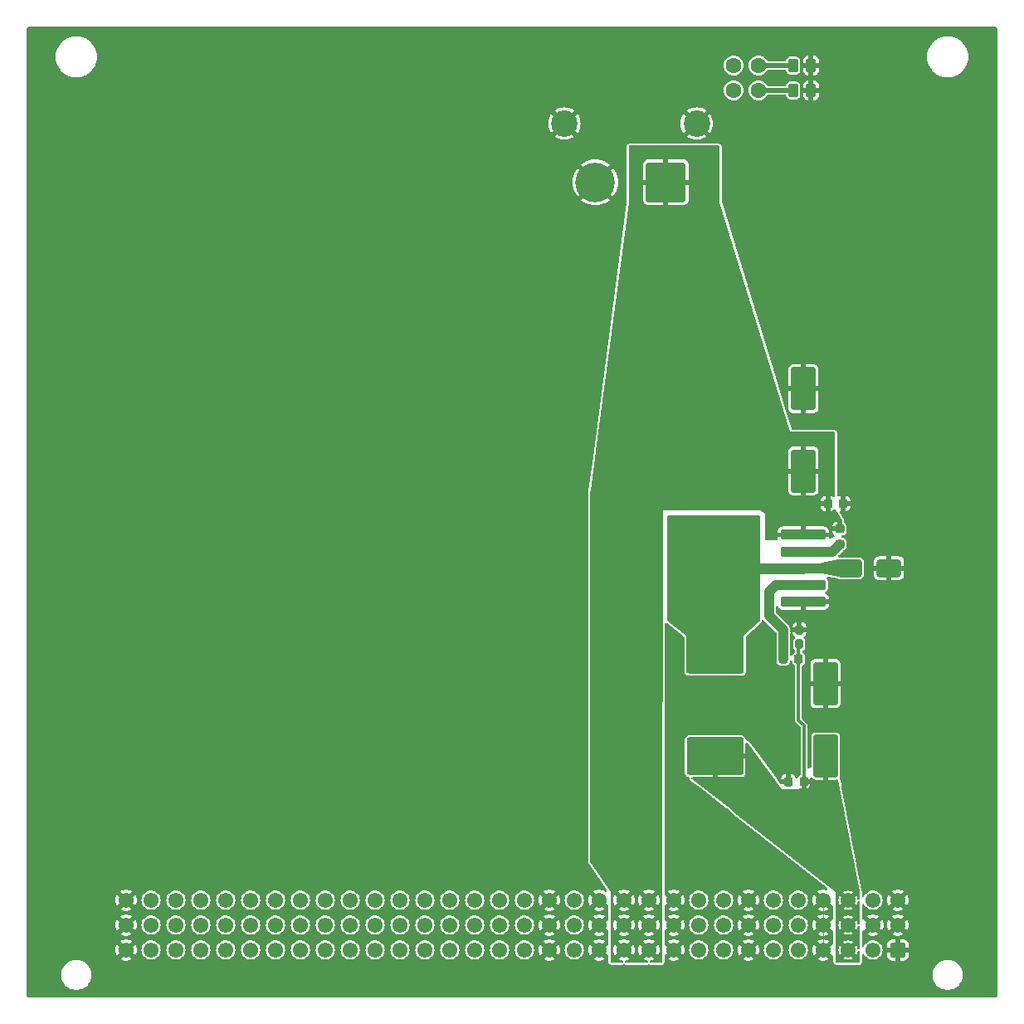
<source format=gbr>
%TF.GenerationSoftware,KiCad,Pcbnew,8.0.9-8.0.9-0~ubuntu24.04.1*%
%TF.CreationDate,2025-02-20T23:41:23+00:00*%
%TF.ProjectId,TPB,5450422e-6b69-4636-9164-5f7063625858,1.0.0*%
%TF.SameCoordinates,Original*%
%TF.FileFunction,Copper,L1,Top*%
%TF.FilePolarity,Positive*%
%FSLAX46Y46*%
G04 Gerber Fmt 4.6, Leading zero omitted, Abs format (unit mm)*
G04 Created by KiCad (PCBNEW 8.0.9-8.0.9-0~ubuntu24.04.1) date 2025-02-20 23:41:23*
%MOMM*%
%LPD*%
G01*
G04 APERTURE LIST*
G04 Aperture macros list*
%AMRoundRect*
0 Rectangle with rounded corners*
0 $1 Rounding radius*
0 $2 $3 $4 $5 $6 $7 $8 $9 X,Y pos of 4 corners*
0 Add a 4 corners polygon primitive as box body*
4,1,4,$2,$3,$4,$5,$6,$7,$8,$9,$2,$3,0*
0 Add four circle primitives for the rounded corners*
1,1,$1+$1,$2,$3*
1,1,$1+$1,$4,$5*
1,1,$1+$1,$6,$7*
1,1,$1+$1,$8,$9*
0 Add four rect primitives between the rounded corners*
20,1,$1+$1,$2,$3,$4,$5,0*
20,1,$1+$1,$4,$5,$6,$7,0*
20,1,$1+$1,$6,$7,$8,$9,0*
20,1,$1+$1,$8,$9,$2,$3,0*%
G04 Aperture macros list end*
%TA.AperFunction,SMDPad,CuDef*%
%ADD10RoundRect,0.225000X0.225000X0.250000X-0.225000X0.250000X-0.225000X-0.250000X0.225000X-0.250000X0*%
%TD*%
%TA.AperFunction,SMDPad,CuDef*%
%ADD11RoundRect,0.250000X-1.000000X-0.650000X1.000000X-0.650000X1.000000X0.650000X-1.000000X0.650000X0*%
%TD*%
%TA.AperFunction,SMDPad,CuDef*%
%ADD12RoundRect,0.225000X-0.225000X-0.250000X0.225000X-0.250000X0.225000X0.250000X-0.225000X0.250000X0*%
%TD*%
%TA.AperFunction,SMDPad,CuDef*%
%ADD13RoundRect,0.250000X2.050000X0.300000X-2.050000X0.300000X-2.050000X-0.300000X2.050000X-0.300000X0*%
%TD*%
%TA.AperFunction,SMDPad,CuDef*%
%ADD14RoundRect,0.250000X2.025000X2.375000X-2.025000X2.375000X-2.025000X-2.375000X2.025000X-2.375000X0*%
%TD*%
%TA.AperFunction,SMDPad,CuDef*%
%ADD15RoundRect,0.250002X4.449998X5.149998X-4.449998X5.149998X-4.449998X-5.149998X4.449998X-5.149998X0*%
%TD*%
%TA.AperFunction,SMDPad,CuDef*%
%ADD16RoundRect,0.250000X1.000000X-1.950000X1.000000X1.950000X-1.000000X1.950000X-1.000000X-1.950000X0*%
%TD*%
%TA.AperFunction,SMDPad,CuDef*%
%ADD17RoundRect,0.225000X-0.250000X0.225000X-0.250000X-0.225000X0.250000X-0.225000X0.250000X0.225000X0*%
%TD*%
%TA.AperFunction,SMDPad,CuDef*%
%ADD18RoundRect,0.248780X-0.261220X-0.451220X0.261220X-0.451220X0.261220X0.451220X-0.261220X0.451220X0*%
%TD*%
%TA.AperFunction,ComponentPad*%
%ADD19RoundRect,0.249999X0.525001X0.525001X-0.525001X0.525001X-0.525001X-0.525001X0.525001X-0.525001X0*%
%TD*%
%TA.AperFunction,ComponentPad*%
%ADD20C,1.550000*%
%TD*%
%TA.AperFunction,SMDPad,CuDef*%
%ADD21RoundRect,0.250000X2.660000X-1.660000X2.660000X1.660000X-2.660000X1.660000X-2.660000X-1.660000X0*%
%TD*%
%TA.AperFunction,SMDPad,CuDef*%
%ADD22RoundRect,0.200000X-0.200000X-0.275000X0.200000X-0.275000X0.200000X0.275000X-0.200000X0.275000X0*%
%TD*%
%TA.AperFunction,ComponentPad*%
%ADD23C,2.700000*%
%TD*%
%TA.AperFunction,ComponentPad*%
%ADD24RoundRect,0.250000X-1.775000X-1.775000X1.775000X-1.775000X1.775000X1.775000X-1.775000X1.775000X0*%
%TD*%
%TA.AperFunction,ComponentPad*%
%ADD25C,4.050000*%
%TD*%
%TA.AperFunction,ComponentPad*%
%ADD26C,1.600000*%
%TD*%
%TA.AperFunction,SMDPad,CuDef*%
%ADD27RoundRect,0.200000X0.200000X0.275000X-0.200000X0.275000X-0.200000X-0.275000X0.200000X-0.275000X0*%
%TD*%
%TA.AperFunction,ViaPad*%
%ADD28C,0.600000*%
%TD*%
%TA.AperFunction,ViaPad*%
%ADD29C,0.500000*%
%TD*%
%TA.AperFunction,Conductor*%
%ADD30C,0.100000*%
%TD*%
%TA.AperFunction,Conductor*%
%ADD31C,0.300000*%
%TD*%
%TA.AperFunction,Conductor*%
%ADD32C,1.000000*%
%TD*%
%TA.AperFunction,Conductor*%
%ADD33C,1.100000*%
%TD*%
%TA.AperFunction,Conductor*%
%ADD34C,0.200000*%
%TD*%
%TA.AperFunction,Conductor*%
%ADD35C,0.500000*%
%TD*%
G04 APERTURE END LIST*
D10*
%TO.P,C400,1*%
%TO.N,+5V_STDBY*%
X118610000Y-116285001D03*
%TO.P,C400,2*%
%TO.N,/converter/FB*%
X117050000Y-116285001D03*
%TD*%
D11*
%TO.P,D403,1*%
%TO.N,Net-(U401-SW)*%
X123820000Y-107010001D03*
%TO.P,D403,2*%
%TO.N,GND*%
X127820000Y-107010001D03*
%TD*%
D12*
%TO.P,C419,1*%
%TO.N,+12V*%
X121595000Y-100400001D03*
%TO.P,C419,2*%
%TO.N,GND*%
X123155000Y-100400001D03*
%TD*%
D10*
%TO.P,C417,1*%
%TO.N,+5V_STDBY*%
X119150000Y-128785001D03*
%TO.P,C417,2*%
%TO.N,GND*%
X117590000Y-128785001D03*
%TD*%
D13*
%TO.P,U401,1,GND*%
%TO.N,GND*%
X119095000Y-110410001D03*
%TO.P,U401,2,FB*%
%TO.N,/converter/FB*%
X119095000Y-108710001D03*
%TO.P,U401,3,SW*%
%TO.N,Net-(U401-SW)*%
X119095000Y-107010001D03*
D14*
X112370000Y-109785001D03*
X112370000Y-104235001D03*
D15*
X109945000Y-107010001D03*
D14*
X107520000Y-109785001D03*
X107520000Y-104235001D03*
D13*
%TO.P,U401,4,VC*%
%TO.N,Net-(U401-VC)*%
X119095000Y-105310001D03*
%TO.P,U401,5,VIN*%
%TO.N,+12V*%
X119095000Y-103610001D03*
%TD*%
D16*
%TO.P,C421,1*%
%TO.N,+12V*%
X119095000Y-97100001D03*
%TO.P,C421,2*%
%TO.N,GND*%
X119095000Y-88700001D03*
%TD*%
D17*
%TO.P,C418,1*%
%TO.N,+12V*%
X122820000Y-103005001D03*
%TO.P,C418,2*%
%TO.N,Net-(U401-VC)*%
X122820000Y-104565001D03*
%TD*%
D18*
%TO.P,R400,1*%
%TO.N,Net-(LED400-Pad2)*%
X118060000Y-55725844D03*
%TO.P,R400,2*%
%TO.N,GND*%
X119880000Y-55725844D03*
%TD*%
D19*
%TO.P,J200,a1,a1*%
%TO.N,GND*%
X128740000Y-145975000D03*
D20*
%TO.P,J200,a2,a2*%
%TO.N,/Backplane/BACKPLANE.D+*%
X126200000Y-145975000D03*
%TO.P,J200,a3,a3*%
%TO.N,+5V_STDBY*%
X123660000Y-145975000D03*
%TO.P,J200,a4,a4*%
%TO.N,GND*%
X121120000Y-145975000D03*
%TO.P,J200,a5,a5*%
%TO.N,/Backplane/CAN1.+*%
X118580000Y-145975000D03*
%TO.P,J200,a6,a6*%
%TO.N,/Backplane/CAN1.-*%
X116040000Y-145975000D03*
%TO.P,J200,a7,a7*%
%TO.N,GND*%
X113500000Y-145975000D03*
%TO.P,J200,a8,a8*%
%TO.N,/Backplane/CAN2.+*%
X110960000Y-145975000D03*
%TO.P,J200,a9,a9*%
%TO.N,/Backplane/CAN2.-*%
X108420000Y-145975000D03*
%TO.P,J200,a10,a10*%
%TO.N,GND*%
X105880000Y-145975000D03*
%TO.P,J200,a11,a11*%
%TO.N,+12V*%
X103340000Y-145975000D03*
%TO.P,J200,a12,a12*%
X100800000Y-145975000D03*
%TO.P,J200,a13,a13*%
%TO.N,GND*%
X98260000Y-145975000D03*
%TO.P,J200,a14,a14*%
%TO.N,+24V*%
X95720000Y-145975000D03*
%TO.P,J200,a15,a15*%
%TO.N,GND*%
X93180000Y-145975000D03*
%TO.P,J200,a16,a16*%
%TO.N,/Backplane/GPIOL0*%
X90640000Y-145975000D03*
%TO.P,J200,a17,a17*%
%TO.N,/Backplane/GPIOL1*%
X88100000Y-145975000D03*
%TO.P,J200,a18,a18*%
%TO.N,/Backplane/GPIOL2*%
X85560000Y-145975000D03*
%TO.P,J200,a19,a19*%
%TO.N,/Backplane/GPIOL3*%
X83020000Y-145975000D03*
%TO.P,J200,a20,a20*%
%TO.N,/Backplane/GPIOL4*%
X80480000Y-145975000D03*
%TO.P,J200,a21,a21*%
%TO.N,/Backplane/GPIOL5*%
X77940000Y-145975000D03*
%TO.P,J200,a22,a22*%
%TO.N,/Backplane/GPIOL6*%
X75400000Y-145975000D03*
%TO.P,J200,a23,a23*%
%TO.N,/Backplane/GPIOL7*%
X72860000Y-145975000D03*
%TO.P,J200,a24,a24*%
%TO.N,/Backplane/GPIOL8*%
X70320000Y-145975000D03*
%TO.P,J200,a25,a25*%
%TO.N,/Backplane/GPIOL9*%
X67780000Y-145975000D03*
%TO.P,J200,a26,a26*%
%TO.N,/Backplane/GPIOL10*%
X65240000Y-145975000D03*
%TO.P,J200,a27,a27*%
%TO.N,/Backplane/GPIOL11*%
X62700000Y-145975000D03*
%TO.P,J200,a28,a28*%
%TO.N,/Backplane/GPIOL12*%
X60160000Y-145975000D03*
%TO.P,J200,a29,a29*%
%TO.N,/Backplane/GPIOL13*%
X57620000Y-145975000D03*
%TO.P,J200,a30,a30*%
%TO.N,/Backplane/GPIOL14*%
X55080000Y-145975000D03*
%TO.P,J200,a31,a31*%
%TO.N,/Backplane/GPIOL15*%
X52540000Y-145975000D03*
%TO.P,J200,a32,a32*%
%TO.N,GND*%
X50000000Y-145975000D03*
%TO.P,J200,b1,b1*%
X128740000Y-143435000D03*
%TO.P,J200,b2,b2*%
X126200000Y-143435000D03*
%TO.P,J200,b3,b3*%
%TO.N,+5V_STDBY*%
X123660000Y-143435000D03*
%TO.P,J200,b4,b4*%
%TO.N,GND*%
X121120000Y-143435000D03*
%TO.P,J200,b5,b5*%
%TO.N,/Backplane/CAN1.+*%
X118580000Y-143435000D03*
%TO.P,J200,b6,b6*%
%TO.N,/Backplane/CAN1.-*%
X116040000Y-143435000D03*
%TO.P,J200,b7,b7*%
%TO.N,GND*%
X113500000Y-143435000D03*
%TO.P,J200,b8,b8*%
%TO.N,/Backplane/CAN2.+*%
X110960000Y-143435000D03*
%TO.P,J200,b9,b9*%
%TO.N,/Backplane/CAN2.-*%
X108420000Y-143435000D03*
%TO.P,J200,b10,b10*%
%TO.N,GND*%
X105880000Y-143435000D03*
%TO.P,J200,b11,b11*%
%TO.N,+12V*%
X103340000Y-143435000D03*
%TO.P,J200,b12,b12*%
X100800000Y-143435000D03*
%TO.P,J200,b13,b13*%
%TO.N,GND*%
X98260000Y-143435000D03*
%TO.P,J200,b14,b14*%
%TO.N,+24V*%
X95720000Y-143435000D03*
%TO.P,J200,b15,b15*%
%TO.N,GND*%
X93180000Y-143435000D03*
%TO.P,J200,b16,b16*%
%TO.N,/Backplane/GPIOC0*%
X90640000Y-143435000D03*
%TO.P,J200,b17,b17*%
%TO.N,/Backplane/GPIOC1*%
X88100000Y-143435000D03*
%TO.P,J200,b18,b18*%
%TO.N,/Backplane/GPIOC2*%
X85560000Y-143435000D03*
%TO.P,J200,b19,b19*%
%TO.N,/Backplane/GPIOC3*%
X83020000Y-143435000D03*
%TO.P,J200,b20,b20*%
%TO.N,/Backplane/GPIOC4*%
X80480000Y-143435000D03*
%TO.P,J200,b21,b21*%
%TO.N,/Backplane/GPIOC5*%
X77940000Y-143435000D03*
%TO.P,J200,b22,b22*%
%TO.N,/Backplane/GPIOC6*%
X75400000Y-143435000D03*
%TO.P,J200,b23,b23*%
%TO.N,/Backplane/GPIOC7*%
X72860000Y-143435000D03*
%TO.P,J200,b24,b24*%
%TO.N,/Backplane/GPIOC8*%
X70320000Y-143435000D03*
%TO.P,J200,b25,b25*%
%TO.N,/Backplane/GPIOC9*%
X67780000Y-143435000D03*
%TO.P,J200,b26,b26*%
%TO.N,/Backplane/GPIOC10*%
X65240000Y-143435000D03*
%TO.P,J200,b27,b27*%
%TO.N,/Backplane/GPIOC11*%
X62700000Y-143435000D03*
%TO.P,J200,b28,b28*%
%TO.N,/Backplane/GPIOC12*%
X60160000Y-143435000D03*
%TO.P,J200,b29,b29*%
%TO.N,/Backplane/GPIOC13*%
X57620000Y-143435000D03*
%TO.P,J200,b30,b30*%
%TO.N,/Backplane/GPIOC14*%
X55080000Y-143435000D03*
%TO.P,J200,b31,b31*%
%TO.N,/Backplane/GPIOC15*%
X52540000Y-143435000D03*
%TO.P,J200,b32,b32*%
%TO.N,GND*%
X50000000Y-143435000D03*
%TO.P,J200,c1,c1*%
X128740000Y-140895000D03*
%TO.P,J200,c2,c2*%
%TO.N,/Backplane/BACKPLANE.D-*%
X126200000Y-140895000D03*
%TO.P,J200,c3,c3*%
%TO.N,+5V_STDBY*%
X123660000Y-140895000D03*
%TO.P,J200,c4,c4*%
%TO.N,GND*%
X121120000Y-140895000D03*
%TO.P,J200,c5,c5*%
%TO.N,/Backplane/CAN1.+*%
X118580000Y-140895000D03*
%TO.P,J200,c6,c6*%
%TO.N,/Backplane/CAN1.-*%
X116040000Y-140895000D03*
%TO.P,J200,c7,c7*%
%TO.N,GND*%
X113500000Y-140895000D03*
%TO.P,J200,c8,c8*%
%TO.N,/Backplane/CAN2.+*%
X110960000Y-140895000D03*
%TO.P,J200,c9,c9*%
%TO.N,/Backplane/CAN2.-*%
X108420000Y-140895000D03*
%TO.P,J200,c10,c10*%
%TO.N,GND*%
X105880000Y-140895000D03*
%TO.P,J200,c11,c11*%
%TO.N,+12V*%
X103340000Y-140895000D03*
%TO.P,J200,c12,c12*%
X100800000Y-140895000D03*
%TO.P,J200,c13,c13*%
%TO.N,GND*%
X98260000Y-140895000D03*
%TO.P,J200,c14,c14*%
%TO.N,+24V*%
X95720000Y-140895000D03*
%TO.P,J200,c15,c15*%
%TO.N,GND*%
X93180000Y-140895000D03*
%TO.P,J200,c16,c16*%
%TO.N,/Backplane/GPIOR0*%
X90640000Y-140895000D03*
%TO.P,J200,c17,c17*%
%TO.N,/Backplane/GPIOR1*%
X88100000Y-140895000D03*
%TO.P,J200,c18,c18*%
%TO.N,/Backplane/GPIOR2*%
X85560000Y-140895000D03*
%TO.P,J200,c19,c19*%
%TO.N,/Backplane/GPIOR3*%
X83020000Y-140895000D03*
%TO.P,J200,c20,c20*%
%TO.N,/Backplane/GPIOR4*%
X80480000Y-140895000D03*
%TO.P,J200,c21,c21*%
%TO.N,/Backplane/GPIOR5*%
X77940000Y-140895000D03*
%TO.P,J200,c22,c22*%
%TO.N,/Backplane/GPIOR6*%
X75400000Y-140895000D03*
%TO.P,J200,c23,c23*%
%TO.N,/Backplane/GPIOR7*%
X72860000Y-140895000D03*
%TO.P,J200,c24,c24*%
%TO.N,/Backplane/GPIOR8*%
X70320000Y-140895000D03*
%TO.P,J200,c25,c25*%
%TO.N,/Backplane/GPIOR9*%
X67780000Y-140895000D03*
%TO.P,J200,c26,c26*%
%TO.N,/Backplane/GPIOR10*%
X65240000Y-140895000D03*
%TO.P,J200,c27,c27*%
%TO.N,/Backplane/GPIOR11*%
X62700000Y-140895000D03*
%TO.P,J200,c28,c28*%
%TO.N,/Backplane/GPIOR12*%
X60160000Y-140895000D03*
%TO.P,J200,c29,c29*%
%TO.N,/Backplane/GPIOR13*%
X57620000Y-140895000D03*
%TO.P,J200,c30,c30*%
%TO.N,/Backplane/GPIOR14*%
X55080000Y-140895000D03*
%TO.P,J200,c31,c31*%
%TO.N,/Backplane/GPIOR15*%
X52540000Y-140895000D03*
%TO.P,J200,c32,c32*%
%TO.N,GND*%
X50000000Y-140895000D03*
%TD*%
D16*
%TO.P,C420,1*%
%TO.N,+5V_STDBY*%
X121370000Y-126190001D03*
%TO.P,C420,2*%
%TO.N,GND*%
X121370000Y-118790001D03*
%TD*%
D21*
%TO.P,L400,1*%
%TO.N,Net-(U401-SW)*%
X110095000Y-115830001D03*
%TO.P,L400,2*%
%TO.N,+5V_STDBY*%
X110095000Y-126190001D03*
%TD*%
D22*
%TO.P,R414,1*%
%TO.N,/converter/FB*%
X117050000Y-113285001D03*
%TO.P,R414,2*%
%TO.N,GND*%
X118690000Y-113285001D03*
%TD*%
D23*
%TO.P,J400,0*%
%TO.N,GND*%
X94720000Y-61647501D03*
X108220000Y-61647501D03*
D24*
%TO.P,J400,1,PWR*%
%TO.N,+12V*%
X105070000Y-67647501D03*
D25*
%TO.P,J400,2,GND*%
%TO.N,GND*%
X97870000Y-67647501D03*
%TD*%
D26*
%TO.P,LED400,1*%
%TO.N,+12V*%
X111983600Y-55725844D03*
%TO.P,LED400,2*%
%TO.N,Net-(LED400-Pad2)*%
X114523600Y-55725844D03*
%TO.P,LED400,3*%
%TO.N,+5V_STDBY*%
X111983600Y-58265844D03*
%TO.P,LED400,4*%
%TO.N,Net-(LED400-Pad4)*%
X114523600Y-58265844D03*
%TD*%
D27*
%TO.P,R413,1*%
%TO.N,+5V_STDBY*%
X118690000Y-114785001D03*
%TO.P,R413,2*%
%TO.N,/converter/FB*%
X117050000Y-114785001D03*
%TD*%
D18*
%TO.P,R401,1*%
%TO.N,Net-(LED400-Pad4)*%
X118060000Y-58265844D03*
%TO.P,R401,2*%
%TO.N,GND*%
X119880000Y-58265844D03*
%TD*%
D28*
%TO.N,GND*%
X46969286Y-64549001D03*
X126969286Y-148549001D03*
X98969286Y-80549001D03*
X66969286Y-76549001D03*
X134969286Y-64549001D03*
X134969286Y-112549001D03*
X46969286Y-108549001D03*
X54969286Y-84549001D03*
X50969286Y-72549001D03*
X66969286Y-80549001D03*
X46969286Y-60549001D03*
X130969286Y-112549001D03*
X130969286Y-104549001D03*
X102969286Y-52549001D03*
X58969286Y-144549001D03*
X130969286Y-132549001D03*
X42969286Y-144549001D03*
X86969286Y-116549001D03*
X78969286Y-104549001D03*
X70969286Y-88549001D03*
X58969286Y-56549001D03*
X98969286Y-56549001D03*
X62969286Y-84549001D03*
X82969286Y-116549001D03*
X90969286Y-112549001D03*
X46969286Y-104549001D03*
X70969286Y-92549001D03*
X54969286Y-136549001D03*
X66969286Y-124549001D03*
X66969286Y-120549001D03*
X54969286Y-112549001D03*
X74969286Y-108549001D03*
X66969286Y-96549001D03*
X98969286Y-52549001D03*
X94969286Y-56549001D03*
X78969286Y-84549001D03*
X78969286Y-52549001D03*
X94969286Y-64549001D03*
X78969286Y-56549001D03*
X134969286Y-68549001D03*
X130969286Y-84549001D03*
X78969286Y-120549001D03*
X46969286Y-116549001D03*
X106969286Y-52549001D03*
X122969286Y-80549001D03*
X78969286Y-96549001D03*
X62969286Y-104549001D03*
X50969286Y-108549001D03*
X54969286Y-60549001D03*
X70969286Y-108549001D03*
X50969286Y-84549001D03*
X50969286Y-64549001D03*
X50969286Y-104549001D03*
X94969286Y-128549001D03*
X66969286Y-104549001D03*
X122969286Y-148549001D03*
X94969286Y-132549001D03*
X66969286Y-116549001D03*
X106969286Y-120549001D03*
X114969286Y-120549001D03*
X50969286Y-124549001D03*
X114969286Y-124549001D03*
X126969286Y-64549001D03*
X94969286Y-80549001D03*
X74969286Y-64549001D03*
X50969286Y-132549001D03*
X134969286Y-100549001D03*
X74969286Y-136549001D03*
X90969286Y-64549001D03*
X54969286Y-72549001D03*
X74969286Y-88549001D03*
X70969286Y-72549001D03*
X90969286Y-116549001D03*
X62969286Y-120549001D03*
X42969286Y-128549001D03*
X90969286Y-136549001D03*
X134969286Y-104549001D03*
X122969286Y-56549001D03*
X114969286Y-144549001D03*
X74969286Y-100549001D03*
X98969286Y-148549001D03*
X86969286Y-92549001D03*
X42969286Y-124549001D03*
X70969286Y-52549001D03*
X126969286Y-52549001D03*
X126969286Y-80549001D03*
X94969286Y-96549001D03*
X46969286Y-136549001D03*
X50969286Y-56549001D03*
X106969286Y-56549001D03*
X74969286Y-84549001D03*
X86969286Y-104549001D03*
X50969286Y-52549001D03*
X70969286Y-68549001D03*
X126969286Y-88549001D03*
X50969286Y-148549001D03*
X46969286Y-124549001D03*
X134969286Y-88549001D03*
X126969286Y-84549001D03*
X78969286Y-92549001D03*
X86969286Y-112549001D03*
X98969286Y-72549001D03*
X78969286Y-148549001D03*
X78969286Y-72549001D03*
X58969286Y-120549001D03*
X82969286Y-136549001D03*
X90969286Y-84549001D03*
X82969286Y-112549001D03*
X86969286Y-76549001D03*
X42969286Y-60549001D03*
X78969286Y-144549001D03*
X70969286Y-64549001D03*
X82969286Y-52549001D03*
X126969286Y-116549001D03*
X46969286Y-52549001D03*
X118969286Y-60549001D03*
X74969286Y-56549001D03*
X62969286Y-52549001D03*
X86969286Y-124549001D03*
X54969286Y-108549001D03*
X66969286Y-136549001D03*
X58969286Y-108549001D03*
X50969286Y-136549001D03*
X90969286Y-80549001D03*
X54969286Y-88549001D03*
X62969286Y-60549001D03*
X78969286Y-124549001D03*
X134969286Y-128549001D03*
X118969286Y-52549001D03*
X82969286Y-108549001D03*
X78969286Y-128549001D03*
X122969286Y-52549001D03*
X54969286Y-120549001D03*
X94969286Y-116549001D03*
X78969286Y-60549001D03*
X46969286Y-144549001D03*
X62969286Y-76549001D03*
X42969286Y-148549001D03*
X62969286Y-128549001D03*
X126969286Y-136549001D03*
X82969286Y-132549001D03*
X82969286Y-88549001D03*
X54969286Y-124549001D03*
X82969286Y-104549001D03*
X46969286Y-84549001D03*
X42969286Y-68549001D03*
X90969286Y-56549001D03*
X134969286Y-132549001D03*
X134969286Y-124549001D03*
X46969286Y-148549001D03*
X78969286Y-100549001D03*
X62969286Y-112549001D03*
X86969286Y-96549001D03*
X82969286Y-68549001D03*
X114969286Y-80549001D03*
X118969286Y-84549001D03*
X82969286Y-56549001D03*
X122969286Y-96549001D03*
X82969286Y-80549001D03*
X74969286Y-104549001D03*
X134969286Y-96549001D03*
X82969286Y-120549001D03*
X58969286Y-128549001D03*
X54969286Y-132549001D03*
X50969286Y-80549001D03*
X62969286Y-88549001D03*
X90969286Y-72549001D03*
X126969286Y-124549001D03*
X86969286Y-120549001D03*
X118969286Y-68549001D03*
X50969286Y-120549001D03*
X58969286Y-112549001D03*
X78969286Y-108549001D03*
X134969286Y-92549001D03*
X86969286Y-72549001D03*
X94969286Y-92549001D03*
X114969286Y-76549001D03*
X110969286Y-120549001D03*
X94969286Y-120549001D03*
X42969286Y-100549001D03*
X54969286Y-92549001D03*
X42969286Y-136549001D03*
X66969286Y-68549001D03*
X82969286Y-128549001D03*
X130969286Y-52549001D03*
X110969286Y-132549001D03*
X86969286Y-52549001D03*
X42969286Y-108549001D03*
X90969286Y-120549001D03*
X42969286Y-64549001D03*
X90969286Y-60549001D03*
X62969286Y-96549001D03*
X98969286Y-60549001D03*
X118969286Y-72549001D03*
X94969286Y-68549001D03*
X46969286Y-88549001D03*
X74969286Y-148549001D03*
X46969286Y-80549001D03*
X50969286Y-76549001D03*
X102969286Y-60549001D03*
X66969286Y-64549001D03*
X66969286Y-148549001D03*
X62969286Y-92549001D03*
X58969286Y-92549001D03*
X126969286Y-76549001D03*
X94969286Y-84549001D03*
X78969286Y-88549001D03*
X42969286Y-96549001D03*
X78969286Y-112549001D03*
X50969286Y-60549001D03*
X82969286Y-60549001D03*
X130969286Y-56549001D03*
X90969286Y-52549001D03*
X58969286Y-104549001D03*
X42969286Y-116549001D03*
X106969286Y-136549001D03*
X90969286Y-100549001D03*
X130969286Y-116549001D03*
X90969286Y-92549001D03*
X66969286Y-108549001D03*
X50969286Y-112549001D03*
X114969286Y-136549001D03*
X94969286Y-148549001D03*
X62969286Y-68549001D03*
X118969286Y-76549001D03*
X86969286Y-144549001D03*
X126969286Y-56549001D03*
X130969286Y-100549001D03*
X82969286Y-76549001D03*
X82969286Y-92549001D03*
X58969286Y-68549001D03*
X62969286Y-148549001D03*
X50969286Y-128549001D03*
X134969286Y-76549001D03*
X126969286Y-132549001D03*
X58969286Y-136549001D03*
X122969286Y-108549001D03*
X118969286Y-80549001D03*
X90969286Y-128549001D03*
X42969286Y-104549001D03*
X78969286Y-116549001D03*
X58969286Y-116549001D03*
X122969286Y-76549001D03*
X62969286Y-116549001D03*
X134969286Y-144549001D03*
X70969286Y-76549001D03*
X54969286Y-100549001D03*
X66969286Y-56549001D03*
X82969286Y-64549001D03*
X78969286Y-64549001D03*
X78969286Y-80549001D03*
X70969286Y-128549001D03*
X102969286Y-56549001D03*
X114969286Y-52549001D03*
X46969286Y-96549001D03*
X46969286Y-112549001D03*
X94969286Y-104549001D03*
X58969286Y-132549001D03*
X114969286Y-68549001D03*
X86969286Y-148549001D03*
X94969286Y-72549001D03*
X126969286Y-96549001D03*
X86969286Y-64549001D03*
X42969286Y-92549001D03*
X122969286Y-112549001D03*
X42969286Y-140549001D03*
X70969286Y-96549001D03*
X86969286Y-88549001D03*
X66969286Y-92549001D03*
X126969286Y-60549001D03*
X114969286Y-72549001D03*
X62969286Y-124549001D03*
X42969286Y-132549001D03*
X126969286Y-108549001D03*
X46969286Y-92549001D03*
X78969286Y-136549001D03*
X134969286Y-136549001D03*
X130969286Y-120549001D03*
X66969286Y-88549001D03*
X114969286Y-116549001D03*
X66969286Y-84549001D03*
X42969286Y-80549001D03*
X42969286Y-72549001D03*
X90969286Y-76549001D03*
X70969286Y-136549001D03*
X130969286Y-60549001D03*
X42969286Y-88549001D03*
X74969286Y-116549001D03*
X94969286Y-108549001D03*
X54969286Y-56549001D03*
X54969286Y-104549001D03*
X46969286Y-76549001D03*
X46969286Y-132549001D03*
X46969286Y-128549001D03*
X62969286Y-100549001D03*
X130969286Y-96549001D03*
X62969286Y-72549001D03*
X126969286Y-100549001D03*
X110969286Y-136549001D03*
X58969286Y-88549001D03*
X54969286Y-76549001D03*
X130969286Y-148549001D03*
X42969286Y-120549001D03*
X50969286Y-68549001D03*
X50969286Y-92549001D03*
X66969286Y-60549001D03*
X122969286Y-92549001D03*
X122969286Y-64549001D03*
X90969286Y-68549001D03*
X70969286Y-116549001D03*
X70969286Y-124549001D03*
X114969286Y-148549001D03*
X62969286Y-64549001D03*
X106969286Y-144549001D03*
X54969286Y-116549001D03*
X66969286Y-100549001D03*
X130969286Y-140549001D03*
X54969286Y-64549001D03*
X66969286Y-112549001D03*
X130969286Y-72549001D03*
X74969286Y-124549001D03*
X122969286Y-60549001D03*
X58969286Y-72549001D03*
X50969286Y-88549001D03*
X46969286Y-72549001D03*
X58969286Y-60549001D03*
X70969286Y-112549001D03*
X82969286Y-100549001D03*
X86969286Y-56549001D03*
X86969286Y-108549001D03*
X46969286Y-68549001D03*
X110969286Y-148549001D03*
X134969286Y-72549001D03*
X94969286Y-136549001D03*
X86969286Y-68549001D03*
X58969286Y-100549001D03*
X122969286Y-72549001D03*
X110969286Y-52549001D03*
X66969286Y-52549001D03*
X98969286Y-64549001D03*
X58969286Y-84549001D03*
X130969286Y-88549001D03*
X74969286Y-72549001D03*
X118969286Y-92549001D03*
X70969286Y-120549001D03*
X126969286Y-104549001D03*
X46969286Y-140549001D03*
X134969286Y-120549001D03*
X74969286Y-92549001D03*
X126969286Y-112549001D03*
X74969286Y-120549001D03*
X62969286Y-108549001D03*
X90969286Y-148549001D03*
X74969286Y-68549001D03*
X90969286Y-88549001D03*
X126969286Y-92549001D03*
X50969286Y-116549001D03*
X54969286Y-96549001D03*
X134969286Y-80549001D03*
X58969286Y-96549001D03*
X70969286Y-80549001D03*
X62969286Y-132549001D03*
X78969286Y-76549001D03*
X134969286Y-84549001D03*
X82969286Y-96549001D03*
X126969286Y-120549001D03*
X94969286Y-112549001D03*
X86969286Y-132549001D03*
X134969286Y-60549001D03*
X130969286Y-128549001D03*
X94969286Y-76549001D03*
X86969286Y-60549001D03*
X110969286Y-60549001D03*
X78969286Y-68549001D03*
X54969286Y-128549001D03*
X90969286Y-124549001D03*
X130969286Y-80549001D03*
X74969286Y-60549001D03*
X62969286Y-80549001D03*
X54969286Y-148549001D03*
X42969286Y-76549001D03*
X122969286Y-84549001D03*
X94969286Y-88549001D03*
X86969286Y-136549001D03*
X70969286Y-148549001D03*
X58969286Y-80549001D03*
X90969286Y-132549001D03*
X134969286Y-116549001D03*
X86969286Y-100549001D03*
X78969286Y-132549001D03*
X98969286Y-76549001D03*
X58969286Y-52549001D03*
X50969286Y-100549001D03*
X130969286Y-68549001D03*
X74969286Y-112549001D03*
X62969286Y-136549001D03*
X82969286Y-84549001D03*
X82969286Y-72549001D03*
X58969286Y-76549001D03*
X90969286Y-96549001D03*
X130969286Y-136549001D03*
X74969286Y-132549001D03*
X130969286Y-64549001D03*
X114969286Y-64549001D03*
X50969286Y-96549001D03*
X74969286Y-128549001D03*
X54969286Y-68549001D03*
X90969286Y-108549001D03*
X86969286Y-84549001D03*
X130969286Y-92549001D03*
X70969286Y-84549001D03*
X54969286Y-52549001D03*
X70969286Y-60549001D03*
X86969286Y-80549001D03*
X86969286Y-128549001D03*
X74969286Y-76549001D03*
X130969286Y-108549001D03*
X66969286Y-128549001D03*
X66969286Y-72549001D03*
X106969286Y-132549001D03*
X66969286Y-132549001D03*
X94969286Y-100549001D03*
X70969286Y-100549001D03*
X82969286Y-148549001D03*
X58969286Y-124549001D03*
X74969286Y-80549001D03*
X58969286Y-148549001D03*
X82969286Y-124549001D03*
X130969286Y-144549001D03*
X70969286Y-56549001D03*
X90969286Y-104549001D03*
X42969286Y-84549001D03*
X54969286Y-80549001D03*
X118969286Y-148549001D03*
X42969286Y-112549001D03*
X134969286Y-140549001D03*
X62969286Y-56549001D03*
X102969286Y-148549001D03*
X42969286Y-52549001D03*
X58969286Y-64549001D03*
X106969286Y-148549001D03*
X46969286Y-120549001D03*
X46969286Y-100549001D03*
X94969286Y-124549001D03*
X74969286Y-96549001D03*
X126969286Y-68549001D03*
X74969286Y-52549001D03*
X70969286Y-104549001D03*
X94969286Y-52549001D03*
X70969286Y-132549001D03*
X134969286Y-108549001D03*
X122969286Y-88549001D03*
D29*
%TO.N,+5V_STDBY*%
X122270000Y-133485001D03*
%TD*%
D30*
%TO.N,GND*%
X121120000Y-143435000D02*
X121120000Y-140895000D01*
X121120000Y-145975000D02*
X121120000Y-143435000D01*
D31*
%TO.N,+5V_STDBY*%
X118610000Y-114865001D02*
X118690000Y-114785001D01*
X118610000Y-116285001D02*
X118610000Y-114865001D01*
X118610000Y-122525001D02*
X119150000Y-123065001D01*
X118610000Y-116285001D02*
X118610000Y-122525001D01*
X119150000Y-123065001D02*
X119150000Y-128785001D01*
D32*
%TO.N,Net-(U401-VC)*%
X119095000Y-105310001D02*
X122075000Y-105310001D01*
X122075000Y-105310001D02*
X122820000Y-104565001D01*
D33*
%TO.N,Net-(U401-SW)*%
X119095000Y-107010001D02*
X109945000Y-107010001D01*
D30*
X110095000Y-107160001D02*
X109945000Y-107010001D01*
D34*
X119095000Y-107010001D02*
X123820000Y-107010001D01*
D32*
%TO.N,/converter/FB*%
X117050000Y-116285001D02*
X117050000Y-114785001D01*
X115595000Y-109400001D02*
X116285000Y-108710001D01*
X116285000Y-108710001D02*
X119095000Y-108710001D01*
X115595000Y-111830001D02*
X117050000Y-113285001D01*
X115595000Y-109400001D02*
X115595000Y-111830001D01*
X117050000Y-113285001D02*
X117050000Y-114785001D01*
D35*
%TO.N,Net-(LED400-Pad4)*%
X114523600Y-58265844D02*
X118060000Y-58265844D01*
%TO.N,Net-(LED400-Pad2)*%
X114523600Y-55725844D02*
X118060000Y-55725844D01*
%TD*%
%TA.AperFunction,Conductor*%
%TO.N,+5V_STDBY*%
G36*
X113410202Y-124836093D02*
G01*
X113428886Y-124856333D01*
X114267808Y-125996962D01*
X116869999Y-129535001D01*
X116870000Y-129535001D01*
X118619999Y-129535001D01*
X118620000Y-129535001D01*
X118623349Y-129523487D01*
X118660972Y-129464618D01*
X118724454Y-129435432D01*
X118781993Y-129443556D01*
X118782752Y-129441224D01*
X118792034Y-129444240D01*
X118891543Y-129460000D01*
X118891554Y-129460001D01*
X118899999Y-129460000D01*
X119400000Y-129460000D01*
X119408449Y-129460000D01*
X119507967Y-129444238D01*
X119627923Y-129383117D01*
X119627928Y-129383114D01*
X119723113Y-129287929D01*
X119723116Y-129287924D01*
X119784239Y-129167967D01*
X119800000Y-129068457D01*
X119800000Y-129035001D01*
X119400000Y-129035001D01*
X119400000Y-129460000D01*
X118899999Y-129460000D01*
X118900000Y-129459999D01*
X118900000Y-129048889D01*
X119386842Y-128535001D01*
X119799999Y-128535001D01*
X119799999Y-128502313D01*
X119819684Y-128435274D01*
X119872488Y-128389519D01*
X119941646Y-128379575D01*
X120005202Y-128408600D01*
X120023770Y-128428680D01*
X120048208Y-128461793D01*
X120157354Y-128542347D01*
X120285397Y-128587150D01*
X120315792Y-128590000D01*
X121119999Y-128590000D01*
X121120000Y-128589999D01*
X121120000Y-126314001D01*
X121139685Y-126246962D01*
X121192489Y-126201207D01*
X121244000Y-126190001D01*
X121496000Y-126190001D01*
X121563039Y-126209686D01*
X121608794Y-126262490D01*
X121620000Y-126314001D01*
X121620000Y-128590000D01*
X122424196Y-128590000D01*
X122454607Y-128587149D01*
X122509730Y-128567860D01*
X122579509Y-128564297D01*
X122640137Y-128599026D01*
X122672364Y-128661019D01*
X122672434Y-128661377D01*
X122823695Y-129444238D01*
X124861277Y-139989857D01*
X124867748Y-140023345D01*
X124870000Y-140046869D01*
X124870000Y-140709011D01*
X124850315Y-140776050D01*
X124797511Y-140821805D01*
X124728353Y-140831749D01*
X124664797Y-140802724D01*
X124627023Y-140743946D01*
X124622597Y-140721165D01*
X124620893Y-140703865D01*
X124620892Y-140703863D01*
X124565142Y-140520082D01*
X124503603Y-140404949D01*
X124142962Y-140765590D01*
X124125925Y-140702007D01*
X124060099Y-140587993D01*
X123967007Y-140494901D01*
X123852993Y-140429075D01*
X123789409Y-140412037D01*
X124150050Y-140051396D01*
X124150049Y-140051395D01*
X124034920Y-139989858D01*
X124034918Y-139989857D01*
X123851136Y-139934107D01*
X123851134Y-139934106D01*
X123660000Y-139915282D01*
X123468865Y-139934106D01*
X123468863Y-139934107D01*
X123285081Y-139989857D01*
X123285078Y-139989858D01*
X123169949Y-140051395D01*
X123530591Y-140412037D01*
X123467007Y-140429075D01*
X123352993Y-140494901D01*
X123259901Y-140587993D01*
X123194075Y-140702007D01*
X123177037Y-140765590D01*
X122816395Y-140404949D01*
X122754858Y-140520078D01*
X122754857Y-140520081D01*
X122699107Y-140703863D01*
X122699106Y-140703865D01*
X122680282Y-140895000D01*
X122699106Y-141086134D01*
X122699107Y-141086136D01*
X122754857Y-141269918D01*
X122754858Y-141269920D01*
X122816395Y-141385049D01*
X122816396Y-141385050D01*
X123177037Y-141024408D01*
X123194075Y-141087993D01*
X123259901Y-141202007D01*
X123352993Y-141295099D01*
X123467007Y-141360925D01*
X123530590Y-141377962D01*
X123169949Y-141738603D01*
X123285082Y-141800142D01*
X123468863Y-141855892D01*
X123468865Y-141855893D01*
X123660000Y-141874717D01*
X123851134Y-141855893D01*
X123851136Y-141855892D01*
X124034921Y-141800141D01*
X124150049Y-141738603D01*
X123789409Y-141377962D01*
X123852993Y-141360925D01*
X123967007Y-141295099D01*
X124060099Y-141202007D01*
X124125925Y-141087993D01*
X124142962Y-141024408D01*
X124503603Y-141385049D01*
X124565141Y-141269921D01*
X124620892Y-141086136D01*
X124620893Y-141086134D01*
X124622597Y-141068834D01*
X124648758Y-141004047D01*
X124705792Y-140963688D01*
X124775592Y-140960571D01*
X124835997Y-140995685D01*
X124867828Y-141057883D01*
X124870000Y-141080988D01*
X124870000Y-143249011D01*
X124850315Y-143316050D01*
X124797511Y-143361805D01*
X124728353Y-143371749D01*
X124664797Y-143342724D01*
X124627023Y-143283946D01*
X124622597Y-143261165D01*
X124620893Y-143243865D01*
X124620892Y-143243863D01*
X124565142Y-143060082D01*
X124503603Y-142944949D01*
X124142962Y-143305590D01*
X124125925Y-143242007D01*
X124060099Y-143127993D01*
X123967007Y-143034901D01*
X123852993Y-142969075D01*
X123789409Y-142952037D01*
X124150050Y-142591396D01*
X124150049Y-142591395D01*
X124034920Y-142529858D01*
X124034918Y-142529857D01*
X123851136Y-142474107D01*
X123851134Y-142474106D01*
X123660000Y-142455282D01*
X123468865Y-142474106D01*
X123468863Y-142474107D01*
X123285081Y-142529857D01*
X123285078Y-142529858D01*
X123169949Y-142591395D01*
X123530591Y-142952037D01*
X123467007Y-142969075D01*
X123352993Y-143034901D01*
X123259901Y-143127993D01*
X123194075Y-143242007D01*
X123177037Y-143305590D01*
X122816395Y-142944949D01*
X122754858Y-143060078D01*
X122754857Y-143060081D01*
X122699107Y-143243863D01*
X122699106Y-143243865D01*
X122680282Y-143435000D01*
X122699106Y-143626134D01*
X122699107Y-143626136D01*
X122754857Y-143809918D01*
X122754858Y-143809920D01*
X122816395Y-143925049D01*
X122816396Y-143925050D01*
X123177037Y-143564408D01*
X123194075Y-143627993D01*
X123259901Y-143742007D01*
X123352993Y-143835099D01*
X123467007Y-143900925D01*
X123530590Y-143917962D01*
X123169949Y-144278603D01*
X123285082Y-144340142D01*
X123468863Y-144395892D01*
X123468865Y-144395893D01*
X123660000Y-144414717D01*
X123851134Y-144395893D01*
X123851136Y-144395892D01*
X124034921Y-144340141D01*
X124150049Y-144278603D01*
X123789409Y-143917962D01*
X123852993Y-143900925D01*
X123967007Y-143835099D01*
X124060099Y-143742007D01*
X124125925Y-143627993D01*
X124142962Y-143564408D01*
X124503603Y-143925049D01*
X124565141Y-143809921D01*
X124620892Y-143626136D01*
X124620893Y-143626134D01*
X124622597Y-143608834D01*
X124648758Y-143544047D01*
X124705792Y-143503688D01*
X124775592Y-143500571D01*
X124835997Y-143535685D01*
X124867828Y-143597883D01*
X124870000Y-143620988D01*
X124870000Y-145789011D01*
X124850315Y-145856050D01*
X124797511Y-145901805D01*
X124728353Y-145911749D01*
X124664797Y-145882724D01*
X124627023Y-145823946D01*
X124622597Y-145801165D01*
X124620893Y-145783865D01*
X124620892Y-145783863D01*
X124565142Y-145600082D01*
X124503603Y-145484949D01*
X124142962Y-145845590D01*
X124125925Y-145782007D01*
X124060099Y-145667993D01*
X123967007Y-145574901D01*
X123852993Y-145509075D01*
X123789409Y-145492037D01*
X124150050Y-145131396D01*
X124150049Y-145131395D01*
X124034920Y-145069858D01*
X124034918Y-145069857D01*
X123851136Y-145014107D01*
X123851134Y-145014106D01*
X123660000Y-144995282D01*
X123468865Y-145014106D01*
X123468863Y-145014107D01*
X123285081Y-145069857D01*
X123285078Y-145069858D01*
X123169949Y-145131395D01*
X123530591Y-145492037D01*
X123467007Y-145509075D01*
X123352993Y-145574901D01*
X123259901Y-145667993D01*
X123194075Y-145782007D01*
X123177037Y-145845590D01*
X122816395Y-145484949D01*
X122754858Y-145600078D01*
X122754857Y-145600081D01*
X122699107Y-145783863D01*
X122699106Y-145783865D01*
X122680282Y-145975000D01*
X122699106Y-146166134D01*
X122699107Y-146166136D01*
X122754857Y-146349918D01*
X122754858Y-146349920D01*
X122816395Y-146465049D01*
X122816396Y-146465050D01*
X123177037Y-146104408D01*
X123194075Y-146167993D01*
X123259901Y-146282007D01*
X123352993Y-146375099D01*
X123467007Y-146440925D01*
X123530590Y-146457962D01*
X123169949Y-146818603D01*
X123285082Y-146880142D01*
X123468863Y-146935892D01*
X123468865Y-146935893D01*
X123660000Y-146954717D01*
X123851134Y-146935893D01*
X123851136Y-146935892D01*
X124034921Y-146880141D01*
X124150049Y-146818603D01*
X123789409Y-146457962D01*
X123852993Y-146440925D01*
X123967007Y-146375099D01*
X124060099Y-146282007D01*
X124125925Y-146167993D01*
X124142962Y-146104408D01*
X124503603Y-146465049D01*
X124565141Y-146349921D01*
X124620892Y-146166136D01*
X124620893Y-146166134D01*
X124622597Y-146148834D01*
X124648758Y-146084047D01*
X124705792Y-146043688D01*
X124775592Y-146040571D01*
X124835997Y-146075685D01*
X124867828Y-146137883D01*
X124870000Y-146160988D01*
X124870000Y-147161001D01*
X124850315Y-147228040D01*
X124797511Y-147273795D01*
X124746000Y-147285001D01*
X122494000Y-147285001D01*
X122426961Y-147265316D01*
X122381206Y-147212512D01*
X122370000Y-147161001D01*
X122370000Y-140035001D01*
X112349689Y-132218659D01*
X112340676Y-132210905D01*
X111395001Y-131315001D01*
X107738323Y-128522550D01*
X107696990Y-128466218D01*
X107692674Y-128396482D01*
X107726745Y-128335482D01*
X107788387Y-128302587D01*
X107813582Y-128300000D01*
X109845000Y-128300000D01*
X110345000Y-128300000D01*
X112809196Y-128300000D01*
X112839606Y-128297149D01*
X112967645Y-128252347D01*
X113076792Y-128171793D01*
X113157346Y-128062646D01*
X113202149Y-127934605D01*
X113202149Y-127934601D01*
X113205000Y-127904207D01*
X113205000Y-126440001D01*
X110345000Y-126440001D01*
X110345000Y-128300000D01*
X109845000Y-128300000D01*
X109845000Y-126314001D01*
X109864685Y-126246962D01*
X109917489Y-126201207D01*
X109969000Y-126190001D01*
X110095000Y-126190001D01*
X110095000Y-126064001D01*
X110114685Y-125996962D01*
X110167489Y-125951207D01*
X110219000Y-125940001D01*
X113204999Y-125940001D01*
X113204999Y-124929806D01*
X113224684Y-124862767D01*
X113277488Y-124817012D01*
X113346646Y-124807068D01*
X113410202Y-124836093D01*
G37*
%TD.AperFunction*%
%TD*%
%TA.AperFunction,Conductor*%
%TO.N,+12V*%
G36*
X110513039Y-63904686D02*
G01*
X110558794Y-63957490D01*
X110570000Y-64009001D01*
X110570000Y-69685001D01*
X117770000Y-93085001D01*
X122221409Y-93099595D01*
X122288381Y-93119499D01*
X122333963Y-93172453D01*
X122345000Y-93223594D01*
X122345000Y-99639586D01*
X122325315Y-99706625D01*
X122272511Y-99752380D01*
X122203353Y-99762324D01*
X122146075Y-99738390D01*
X122079729Y-99688078D01*
X121945467Y-99635132D01*
X121861102Y-99625001D01*
X121845000Y-99625001D01*
X121845000Y-101175001D01*
X121861102Y-101175001D01*
X121945467Y-101164869D01*
X121945468Y-101164869D01*
X122079729Y-101111923D01*
X122201480Y-101019597D01*
X122203047Y-101021663D01*
X122252754Y-100994510D01*
X122322446Y-100999481D01*
X122378387Y-101041342D01*
X122385221Y-101051472D01*
X122647548Y-101485002D01*
X123051657Y-102152844D01*
X123050183Y-102153735D01*
X123055500Y-102159196D01*
X123055646Y-102159437D01*
X123070000Y-102217283D01*
X123070000Y-102881001D01*
X123050315Y-102948040D01*
X122997511Y-102993795D01*
X122946000Y-103005001D01*
X122820000Y-103005001D01*
X122820000Y-103131001D01*
X122800315Y-103198040D01*
X122747511Y-103243795D01*
X122696000Y-103255001D01*
X122045000Y-103255001D01*
X122045000Y-103271103D01*
X122055131Y-103355468D01*
X122055131Y-103355469D01*
X122108077Y-103489730D01*
X122195277Y-103604720D01*
X122244039Y-103641698D01*
X122285562Y-103697891D01*
X122290113Y-103767612D01*
X122256248Y-103828726D01*
X122212250Y-103856757D01*
X121862137Y-103986667D01*
X121792437Y-103991533D01*
X121731170Y-103957945D01*
X121697789Y-103896565D01*
X121695000Y-103870412D01*
X121695000Y-103860001D01*
X116495000Y-103860001D01*
X116495000Y-103953054D01*
X116503185Y-104021217D01*
X116491633Y-104090125D01*
X116444661Y-104141849D01*
X116380069Y-104160001D01*
X115319000Y-104160001D01*
X115251961Y-104140316D01*
X115206206Y-104087512D01*
X115195000Y-104036001D01*
X115195000Y-103266947D01*
X116495000Y-103266947D01*
X116495000Y-103360001D01*
X118845000Y-103360001D01*
X119345000Y-103360001D01*
X121695000Y-103360001D01*
X121695000Y-103266947D01*
X121684386Y-103178557D01*
X121628920Y-103037905D01*
X121537564Y-102917436D01*
X121417095Y-102826080D01*
X121276443Y-102770614D01*
X121188054Y-102760001D01*
X119345000Y-102760001D01*
X119345000Y-103360001D01*
X118845000Y-103360001D01*
X118845000Y-102760001D01*
X117001946Y-102760001D01*
X116913556Y-102770614D01*
X116772904Y-102826080D01*
X116652435Y-102917436D01*
X116561079Y-103037905D01*
X116505613Y-103178557D01*
X116495000Y-103266947D01*
X115195000Y-103266947D01*
X115195000Y-102738898D01*
X122045000Y-102738898D01*
X122045000Y-102755001D01*
X122570000Y-102755001D01*
X122570000Y-102255001D01*
X122528898Y-102255001D01*
X122444532Y-102265132D01*
X122444531Y-102265132D01*
X122310270Y-102318078D01*
X122195278Y-102405279D01*
X122108077Y-102520271D01*
X122055131Y-102654532D01*
X122055131Y-102654533D01*
X122045000Y-102738898D01*
X115195000Y-102738898D01*
X115195000Y-101485002D01*
X115195000Y-101485001D01*
X114932500Y-101285001D01*
X114670001Y-101085001D01*
X114670000Y-101085001D01*
X104770000Y-101085001D01*
X104720490Y-140504991D01*
X104720000Y-140895078D01*
X104720000Y-147161001D01*
X104700315Y-147228040D01*
X104647511Y-147273795D01*
X104596000Y-147285001D01*
X103520641Y-147285001D01*
X103453602Y-147265316D01*
X103407847Y-147212512D01*
X103397903Y-147143354D01*
X103426928Y-147079798D01*
X103485706Y-147042024D01*
X103497856Y-147039112D01*
X103635445Y-147013391D01*
X103635450Y-147013390D01*
X103821217Y-146941424D01*
X103821221Y-146941422D01*
X103902527Y-146891079D01*
X103469410Y-146457962D01*
X103532993Y-146440925D01*
X103647007Y-146375099D01*
X103740099Y-146282007D01*
X103805925Y-146167993D01*
X103822962Y-146104409D01*
X104259226Y-146540673D01*
X104346697Y-146365008D01*
X104346703Y-146364993D01*
X104401222Y-146173378D01*
X104401223Y-146173376D01*
X104419605Y-145975000D01*
X104419605Y-145974999D01*
X104401223Y-145776623D01*
X104401222Y-145776621D01*
X104346703Y-145585006D01*
X104346697Y-145584991D01*
X104259225Y-145409325D01*
X103822962Y-145845589D01*
X103805925Y-145782007D01*
X103740099Y-145667993D01*
X103647007Y-145574901D01*
X103532993Y-145509075D01*
X103469409Y-145492037D01*
X103902527Y-145058919D01*
X103902526Y-145058918D01*
X103821224Y-145008579D01*
X103821215Y-145008574D01*
X103635450Y-144936609D01*
X103635445Y-144936608D01*
X103439611Y-144900000D01*
X103240389Y-144900000D01*
X103044554Y-144936608D01*
X103044553Y-144936608D01*
X102858780Y-145008576D01*
X102858776Y-145008578D01*
X102777471Y-145058919D01*
X103210590Y-145492037D01*
X103147007Y-145509075D01*
X103032993Y-145574901D01*
X102939901Y-145667993D01*
X102874075Y-145782007D01*
X102857037Y-145845590D01*
X102420773Y-145409325D01*
X102333301Y-145584993D01*
X102333293Y-145585013D01*
X102278777Y-145776620D01*
X102278776Y-145776623D01*
X102260395Y-145974999D01*
X102260395Y-145975000D01*
X102278776Y-146173376D01*
X102278777Y-146173379D01*
X102333293Y-146364986D01*
X102333301Y-146365006D01*
X102420773Y-146540673D01*
X102857037Y-146104409D01*
X102874075Y-146167993D01*
X102939901Y-146282007D01*
X103032993Y-146375099D01*
X103147007Y-146440925D01*
X103210589Y-146457962D01*
X102777471Y-146891079D01*
X102777472Y-146891080D01*
X102858775Y-146941421D01*
X102858784Y-146941425D01*
X103044549Y-147013390D01*
X103044554Y-147013391D01*
X103182144Y-147039112D01*
X103244425Y-147070780D01*
X103279698Y-147131093D01*
X103276764Y-147200901D01*
X103236555Y-147258041D01*
X103171837Y-147284372D01*
X103159359Y-147285001D01*
X100980641Y-147285001D01*
X100913602Y-147265316D01*
X100867847Y-147212512D01*
X100857903Y-147143354D01*
X100886928Y-147079798D01*
X100945706Y-147042024D01*
X100957856Y-147039112D01*
X101095445Y-147013391D01*
X101095450Y-147013390D01*
X101281217Y-146941424D01*
X101281221Y-146941422D01*
X101362527Y-146891079D01*
X100929410Y-146457962D01*
X100992993Y-146440925D01*
X101107007Y-146375099D01*
X101200099Y-146282007D01*
X101265925Y-146167993D01*
X101282962Y-146104409D01*
X101719226Y-146540673D01*
X101806697Y-146365008D01*
X101806703Y-146364993D01*
X101861222Y-146173378D01*
X101861223Y-146173376D01*
X101879605Y-145975000D01*
X101879605Y-145974999D01*
X101861223Y-145776623D01*
X101861222Y-145776621D01*
X101806703Y-145585006D01*
X101806697Y-145584991D01*
X101719225Y-145409325D01*
X101282962Y-145845589D01*
X101265925Y-145782007D01*
X101200099Y-145667993D01*
X101107007Y-145574901D01*
X100992993Y-145509075D01*
X100929409Y-145492037D01*
X101362527Y-145058919D01*
X101362526Y-145058918D01*
X101281224Y-145008579D01*
X101281215Y-145008574D01*
X101095450Y-144936609D01*
X101095445Y-144936608D01*
X100899611Y-144900000D01*
X100700389Y-144900000D01*
X100504554Y-144936608D01*
X100504553Y-144936608D01*
X100318780Y-145008576D01*
X100318776Y-145008578D01*
X100237471Y-145058919D01*
X100670590Y-145492037D01*
X100607007Y-145509075D01*
X100492993Y-145574901D01*
X100399901Y-145667993D01*
X100334075Y-145782007D01*
X100317037Y-145845590D01*
X99880773Y-145409325D01*
X99793301Y-145584993D01*
X99793293Y-145585013D01*
X99738777Y-145776620D01*
X99738776Y-145776623D01*
X99720395Y-145974999D01*
X99720395Y-145975000D01*
X99738776Y-146173376D01*
X99738777Y-146173379D01*
X99793293Y-146364986D01*
X99793301Y-146365006D01*
X99880773Y-146540673D01*
X100317037Y-146104409D01*
X100334075Y-146167993D01*
X100399901Y-146282007D01*
X100492993Y-146375099D01*
X100607007Y-146440925D01*
X100670589Y-146457962D01*
X100237471Y-146891079D01*
X100237472Y-146891080D01*
X100318775Y-146941421D01*
X100318784Y-146941425D01*
X100504549Y-147013390D01*
X100504554Y-147013391D01*
X100642144Y-147039112D01*
X100704425Y-147070780D01*
X100739698Y-147131093D01*
X100736764Y-147200901D01*
X100696555Y-147258041D01*
X100631837Y-147284372D01*
X100619359Y-147285001D01*
X99544000Y-147285001D01*
X99476961Y-147265316D01*
X99431206Y-147212512D01*
X99420000Y-147161001D01*
X99420000Y-143434999D01*
X99720395Y-143434999D01*
X99720395Y-143435000D01*
X99738776Y-143633376D01*
X99738777Y-143633379D01*
X99793293Y-143824986D01*
X99793301Y-143825006D01*
X99880773Y-144000673D01*
X100317037Y-143564409D01*
X100334075Y-143627993D01*
X100399901Y-143742007D01*
X100492993Y-143835099D01*
X100607007Y-143900925D01*
X100670589Y-143917962D01*
X100237471Y-144351079D01*
X100237472Y-144351080D01*
X100318775Y-144401421D01*
X100318784Y-144401425D01*
X100504549Y-144473390D01*
X100504554Y-144473391D01*
X100700389Y-144510000D01*
X100899611Y-144510000D01*
X101095445Y-144473391D01*
X101095450Y-144473390D01*
X101281217Y-144401424D01*
X101281221Y-144401422D01*
X101362527Y-144351079D01*
X100929410Y-143917962D01*
X100992993Y-143900925D01*
X101107007Y-143835099D01*
X101200099Y-143742007D01*
X101265925Y-143627993D01*
X101282962Y-143564409D01*
X101719226Y-144000673D01*
X101806697Y-143825008D01*
X101806703Y-143824993D01*
X101861222Y-143633378D01*
X101861223Y-143633376D01*
X101879605Y-143435000D01*
X101879605Y-143434999D01*
X102260395Y-143434999D01*
X102260395Y-143435000D01*
X102278776Y-143633376D01*
X102278777Y-143633379D01*
X102333293Y-143824986D01*
X102333301Y-143825006D01*
X102420773Y-144000673D01*
X102857037Y-143564409D01*
X102874075Y-143627993D01*
X102939901Y-143742007D01*
X103032993Y-143835099D01*
X103147007Y-143900925D01*
X103210589Y-143917962D01*
X102777471Y-144351079D01*
X102777472Y-144351080D01*
X102858775Y-144401421D01*
X102858784Y-144401425D01*
X103044549Y-144473390D01*
X103044554Y-144473391D01*
X103240389Y-144510000D01*
X103439611Y-144510000D01*
X103635445Y-144473391D01*
X103635450Y-144473390D01*
X103821217Y-144401424D01*
X103821221Y-144401422D01*
X103902527Y-144351079D01*
X103469410Y-143917962D01*
X103532993Y-143900925D01*
X103647007Y-143835099D01*
X103740099Y-143742007D01*
X103805925Y-143627993D01*
X103822962Y-143564409D01*
X104259226Y-144000673D01*
X104346697Y-143825008D01*
X104346703Y-143824993D01*
X104401222Y-143633378D01*
X104401223Y-143633376D01*
X104419605Y-143435000D01*
X104419605Y-143434999D01*
X104401223Y-143236623D01*
X104401222Y-143236621D01*
X104346703Y-143045006D01*
X104346697Y-143044991D01*
X104259225Y-142869325D01*
X103822962Y-143305589D01*
X103805925Y-143242007D01*
X103740099Y-143127993D01*
X103647007Y-143034901D01*
X103532993Y-142969075D01*
X103469409Y-142952037D01*
X103902527Y-142518919D01*
X103902526Y-142518918D01*
X103821224Y-142468579D01*
X103821215Y-142468574D01*
X103635450Y-142396609D01*
X103635445Y-142396608D01*
X103439611Y-142360000D01*
X103240389Y-142360000D01*
X103044554Y-142396608D01*
X103044553Y-142396608D01*
X102858780Y-142468576D01*
X102858776Y-142468578D01*
X102777471Y-142518919D01*
X103210590Y-142952037D01*
X103147007Y-142969075D01*
X103032993Y-143034901D01*
X102939901Y-143127993D01*
X102874075Y-143242007D01*
X102857037Y-143305590D01*
X102420773Y-142869325D01*
X102333301Y-143044993D01*
X102333293Y-143045013D01*
X102278777Y-143236620D01*
X102278776Y-143236623D01*
X102260395Y-143434999D01*
X101879605Y-143434999D01*
X101861223Y-143236623D01*
X101861222Y-143236621D01*
X101806703Y-143045006D01*
X101806697Y-143044991D01*
X101719225Y-142869325D01*
X101282962Y-143305589D01*
X101265925Y-143242007D01*
X101200099Y-143127993D01*
X101107007Y-143034901D01*
X100992993Y-142969075D01*
X100929409Y-142952037D01*
X101362527Y-142518919D01*
X101362526Y-142518918D01*
X101281224Y-142468579D01*
X101281215Y-142468574D01*
X101095450Y-142396609D01*
X101095445Y-142396608D01*
X100899611Y-142360000D01*
X100700389Y-142360000D01*
X100504554Y-142396608D01*
X100504553Y-142396608D01*
X100318780Y-142468576D01*
X100318776Y-142468578D01*
X100237471Y-142518919D01*
X100670590Y-142952037D01*
X100607007Y-142969075D01*
X100492993Y-143034901D01*
X100399901Y-143127993D01*
X100334075Y-143242007D01*
X100317037Y-143305590D01*
X99880773Y-142869325D01*
X99793301Y-143044993D01*
X99793293Y-143045013D01*
X99738777Y-143236620D01*
X99738776Y-143236623D01*
X99720395Y-143434999D01*
X99420000Y-143434999D01*
X99420000Y-140894999D01*
X99720395Y-140894999D01*
X99720395Y-140895000D01*
X99738776Y-141093376D01*
X99738777Y-141093379D01*
X99793293Y-141284986D01*
X99793301Y-141285006D01*
X99880773Y-141460673D01*
X100317037Y-141024409D01*
X100334075Y-141087993D01*
X100399901Y-141202007D01*
X100492993Y-141295099D01*
X100607007Y-141360925D01*
X100670589Y-141377962D01*
X100237471Y-141811079D01*
X100237472Y-141811080D01*
X100318775Y-141861421D01*
X100318784Y-141861425D01*
X100504549Y-141933390D01*
X100504554Y-141933391D01*
X100700389Y-141970000D01*
X100899611Y-141970000D01*
X101095445Y-141933391D01*
X101095450Y-141933390D01*
X101281217Y-141861424D01*
X101281221Y-141861422D01*
X101362527Y-141811079D01*
X100929410Y-141377962D01*
X100992993Y-141360925D01*
X101107007Y-141295099D01*
X101200099Y-141202007D01*
X101265925Y-141087993D01*
X101282962Y-141024409D01*
X101719226Y-141460673D01*
X101806697Y-141285008D01*
X101806703Y-141284993D01*
X101861222Y-141093378D01*
X101861223Y-141093376D01*
X101879605Y-140895000D01*
X101879605Y-140894999D01*
X102260395Y-140894999D01*
X102260395Y-140895000D01*
X102278776Y-141093376D01*
X102278777Y-141093379D01*
X102333293Y-141284986D01*
X102333301Y-141285006D01*
X102420773Y-141460673D01*
X102857037Y-141024409D01*
X102874075Y-141087993D01*
X102939901Y-141202007D01*
X103032993Y-141295099D01*
X103147007Y-141360925D01*
X103210589Y-141377962D01*
X102777471Y-141811079D01*
X102777472Y-141811080D01*
X102858775Y-141861421D01*
X102858784Y-141861425D01*
X103044549Y-141933390D01*
X103044554Y-141933391D01*
X103240389Y-141970000D01*
X103439611Y-141970000D01*
X103635445Y-141933391D01*
X103635450Y-141933390D01*
X103821217Y-141861424D01*
X103821221Y-141861422D01*
X103902527Y-141811079D01*
X103469410Y-141377962D01*
X103532993Y-141360925D01*
X103647007Y-141295099D01*
X103740099Y-141202007D01*
X103805925Y-141087993D01*
X103822962Y-141024409D01*
X104259226Y-141460673D01*
X104346697Y-141285008D01*
X104346703Y-141284993D01*
X104401222Y-141093378D01*
X104401223Y-141093376D01*
X104419605Y-140895000D01*
X104419605Y-140894999D01*
X104401223Y-140696623D01*
X104401222Y-140696621D01*
X104346703Y-140505006D01*
X104346697Y-140504991D01*
X104259225Y-140329325D01*
X103822962Y-140765589D01*
X103805925Y-140702007D01*
X103740099Y-140587993D01*
X103647007Y-140494901D01*
X103532993Y-140429075D01*
X103469409Y-140412037D01*
X103902527Y-139978919D01*
X103902526Y-139978918D01*
X103821224Y-139928579D01*
X103821215Y-139928574D01*
X103635450Y-139856609D01*
X103635445Y-139856608D01*
X103439611Y-139820000D01*
X103240389Y-139820000D01*
X103044554Y-139856608D01*
X103044553Y-139856608D01*
X102858780Y-139928576D01*
X102858776Y-139928578D01*
X102777471Y-139978919D01*
X103210590Y-140412037D01*
X103147007Y-140429075D01*
X103032993Y-140494901D01*
X102939901Y-140587993D01*
X102874075Y-140702007D01*
X102857037Y-140765590D01*
X102420773Y-140329325D01*
X102333301Y-140504993D01*
X102333293Y-140505013D01*
X102278777Y-140696620D01*
X102278776Y-140696623D01*
X102260395Y-140894999D01*
X101879605Y-140894999D01*
X101861223Y-140696623D01*
X101861222Y-140696621D01*
X101806703Y-140505006D01*
X101806697Y-140504991D01*
X101719225Y-140329325D01*
X101282962Y-140765589D01*
X101265925Y-140702007D01*
X101200099Y-140587993D01*
X101107007Y-140494901D01*
X100992993Y-140429075D01*
X100929409Y-140412037D01*
X101362527Y-139978919D01*
X101362526Y-139978918D01*
X101281224Y-139928579D01*
X101281215Y-139928574D01*
X101095450Y-139856609D01*
X101095445Y-139856608D01*
X100899611Y-139820000D01*
X100700389Y-139820000D01*
X100504554Y-139856608D01*
X100504553Y-139856608D01*
X100318780Y-139928576D01*
X100318776Y-139928578D01*
X100237471Y-139978919D01*
X100670590Y-140412037D01*
X100607007Y-140429075D01*
X100492993Y-140494901D01*
X100399901Y-140587993D01*
X100334075Y-140702007D01*
X100317037Y-140765590D01*
X99880773Y-140329325D01*
X99793301Y-140504993D01*
X99793293Y-140505013D01*
X99738777Y-140696620D01*
X99738776Y-140696623D01*
X99720395Y-140894999D01*
X99420000Y-140894999D01*
X99420000Y-140035000D01*
X97391620Y-137066640D01*
X97370049Y-137000183D01*
X97370000Y-136996680D01*
X97370000Y-100691103D01*
X120845000Y-100691103D01*
X120855131Y-100775468D01*
X120855131Y-100775469D01*
X120908077Y-100909730D01*
X120995278Y-101024722D01*
X121110270Y-101111923D01*
X121244532Y-101164869D01*
X121328898Y-101175001D01*
X121345000Y-101175001D01*
X121345000Y-100650001D01*
X120845000Y-100650001D01*
X120845000Y-100691103D01*
X97370000Y-100691103D01*
X97370000Y-100108898D01*
X120845000Y-100108898D01*
X120845000Y-100150001D01*
X121345000Y-100150001D01*
X121345000Y-99625001D01*
X121328898Y-99625001D01*
X121244532Y-99635132D01*
X121244531Y-99635132D01*
X121110270Y-99688078D01*
X120995278Y-99775279D01*
X120908077Y-99890271D01*
X120855131Y-100024532D01*
X120855131Y-100024533D01*
X120845000Y-100108898D01*
X97370000Y-100108898D01*
X97370000Y-99293138D01*
X97371062Y-99276940D01*
X97395290Y-99093054D01*
X117545000Y-99093054D01*
X117555613Y-99181444D01*
X117611079Y-99322096D01*
X117702435Y-99442565D01*
X117822904Y-99533921D01*
X117963556Y-99589387D01*
X118051946Y-99600001D01*
X118845000Y-99600001D01*
X119345000Y-99600001D01*
X120138054Y-99600001D01*
X120226443Y-99589387D01*
X120367095Y-99533921D01*
X120487564Y-99442565D01*
X120578920Y-99322096D01*
X120634386Y-99181444D01*
X120645000Y-99093054D01*
X120645000Y-97350001D01*
X119345000Y-97350001D01*
X119345000Y-99600001D01*
X118845000Y-99600001D01*
X118845000Y-97350001D01*
X117545000Y-97350001D01*
X117545000Y-99093054D01*
X97395290Y-99093054D01*
X97920487Y-95106947D01*
X117545000Y-95106947D01*
X117545000Y-96850001D01*
X118845000Y-96850001D01*
X119345000Y-96850001D01*
X120645000Y-96850001D01*
X120645000Y-95106947D01*
X120634386Y-95018557D01*
X120578920Y-94877905D01*
X120487564Y-94757436D01*
X120367095Y-94666080D01*
X120226443Y-94610614D01*
X120138054Y-94600001D01*
X119345000Y-94600001D01*
X119345000Y-96850001D01*
X118845000Y-96850001D01*
X118845000Y-94600001D01*
X118051946Y-94600001D01*
X117963556Y-94610614D01*
X117822904Y-94666080D01*
X117702435Y-94757436D01*
X117611079Y-94877905D01*
X117555613Y-95018557D01*
X117545000Y-95106947D01*
X97920487Y-95106947D01*
X97932133Y-95018557D01*
X101270000Y-69685001D01*
X101270000Y-65829447D01*
X102745000Y-65829447D01*
X102745000Y-67397501D01*
X103742769Y-67397501D01*
X103720000Y-67541254D01*
X103720000Y-67753748D01*
X103742769Y-67897501D01*
X102745000Y-67897501D01*
X102745000Y-69465554D01*
X102755613Y-69553944D01*
X102811079Y-69694596D01*
X102902435Y-69815065D01*
X103022904Y-69906421D01*
X103163556Y-69961887D01*
X103251946Y-69972501D01*
X104820000Y-69972501D01*
X104820000Y-68974732D01*
X104963753Y-68997501D01*
X105176247Y-68997501D01*
X105320000Y-68974732D01*
X105320000Y-69972501D01*
X106888054Y-69972501D01*
X106976443Y-69961887D01*
X107117095Y-69906421D01*
X107237564Y-69815065D01*
X107328920Y-69694596D01*
X107384386Y-69553944D01*
X107395000Y-69465554D01*
X107395000Y-67897501D01*
X106397231Y-67897501D01*
X106420000Y-67753748D01*
X106420000Y-67541254D01*
X106397231Y-67397501D01*
X107395000Y-67397501D01*
X107395000Y-65829447D01*
X107384386Y-65741057D01*
X107328920Y-65600405D01*
X107237564Y-65479936D01*
X107117095Y-65388580D01*
X106976443Y-65333114D01*
X106888054Y-65322501D01*
X105320000Y-65322501D01*
X105320000Y-66320269D01*
X105176247Y-66297501D01*
X104963753Y-66297501D01*
X104820000Y-66320269D01*
X104820000Y-65322501D01*
X103251946Y-65322501D01*
X103163556Y-65333114D01*
X103022904Y-65388580D01*
X102902435Y-65479936D01*
X102811079Y-65600405D01*
X102755613Y-65741057D01*
X102745000Y-65829447D01*
X101270000Y-65829447D01*
X101270000Y-64009001D01*
X101289685Y-63941962D01*
X101342489Y-63896207D01*
X101394000Y-63885001D01*
X110446000Y-63885001D01*
X110513039Y-63904686D01*
G37*
%TD.AperFunction*%
%TD*%
%TA.AperFunction,Conductor*%
%TO.N,Net-(U401-SW)*%
G36*
X122794054Y-106143275D02*
G01*
X122848226Y-106187401D01*
X122869943Y-106253810D01*
X122870000Y-106257585D01*
X122870000Y-107762416D01*
X122850315Y-107829455D01*
X122797511Y-107875210D01*
X122728353Y-107885154D01*
X122724625Y-107884560D01*
X120972625Y-107577960D01*
X120909982Y-107547014D01*
X120874015Y-107487113D01*
X120870000Y-107455816D01*
X120870000Y-106564185D01*
X120889685Y-106497146D01*
X120942489Y-106451391D01*
X120972620Y-106442042D01*
X122724627Y-106135441D01*
X122794054Y-106143275D01*
G37*
%TD.AperFunction*%
%TD*%
%TA.AperFunction,Conductor*%
%TO.N,Net-(U401-SW)*%
G36*
X114588039Y-101629686D02*
G01*
X114633794Y-101682490D01*
X114645000Y-101734001D01*
X114645000Y-112355616D01*
X114625315Y-112422655D01*
X114604991Y-112446838D01*
X113005000Y-113920000D01*
X113005000Y-117616001D01*
X112985315Y-117683040D01*
X112932511Y-117728795D01*
X112881000Y-117740001D01*
X107309000Y-117740001D01*
X107241961Y-117720316D01*
X107196206Y-117667512D01*
X107185000Y-117616001D01*
X107185000Y-113920000D01*
X105292836Y-112447233D01*
X105252024Y-112390523D01*
X105245000Y-112349381D01*
X105245000Y-101734001D01*
X105264685Y-101666962D01*
X105317489Y-101621207D01*
X105369000Y-101610001D01*
X114521000Y-101610001D01*
X114588039Y-101629686D01*
G37*
%TD.AperFunction*%
%TD*%
%TA.AperFunction,Conductor*%
%TO.N,GND*%
G36*
X138812539Y-51805186D02*
G01*
X138858294Y-51857990D01*
X138869500Y-51909501D01*
X138869500Y-150660501D01*
X138849815Y-150727540D01*
X138797011Y-150773295D01*
X138745500Y-150784501D01*
X39994500Y-150784501D01*
X39927461Y-150764816D01*
X39881706Y-150712012D01*
X39870500Y-150660501D01*
X39870500Y-148394941D01*
X43394500Y-148394941D01*
X43394500Y-148635058D01*
X43432063Y-148872222D01*
X43506265Y-149100593D01*
X43615276Y-149314536D01*
X43756414Y-149508796D01*
X43926204Y-149678586D01*
X44120464Y-149819724D01*
X44221543Y-149871226D01*
X44334406Y-149928734D01*
X44334408Y-149928734D01*
X44334411Y-149928736D01*
X44562778Y-150002937D01*
X44799941Y-150040500D01*
X44799942Y-150040500D01*
X45040058Y-150040500D01*
X45040059Y-150040500D01*
X45277222Y-150002937D01*
X45505589Y-149928736D01*
X45719536Y-149819724D01*
X45913796Y-149678586D01*
X46083586Y-149508796D01*
X46224724Y-149314536D01*
X46333736Y-149100589D01*
X46407937Y-148872222D01*
X46445500Y-148635059D01*
X46445500Y-148394941D01*
X132294500Y-148394941D01*
X132294500Y-148635058D01*
X132332063Y-148872222D01*
X132406265Y-149100593D01*
X132515276Y-149314536D01*
X132656414Y-149508796D01*
X132826204Y-149678586D01*
X133020464Y-149819724D01*
X133121543Y-149871226D01*
X133234406Y-149928734D01*
X133234408Y-149928734D01*
X133234411Y-149928736D01*
X133462778Y-150002937D01*
X133699941Y-150040500D01*
X133699942Y-150040500D01*
X133940058Y-150040500D01*
X133940059Y-150040500D01*
X134177222Y-150002937D01*
X134405589Y-149928736D01*
X134619536Y-149819724D01*
X134813796Y-149678586D01*
X134983586Y-149508796D01*
X135124724Y-149314536D01*
X135233736Y-149100589D01*
X135307937Y-148872222D01*
X135345500Y-148635059D01*
X135345500Y-148394941D01*
X135307937Y-148157778D01*
X135233736Y-147929411D01*
X135233734Y-147929408D01*
X135233734Y-147929406D01*
X135124723Y-147715463D01*
X134983586Y-147521204D01*
X134813796Y-147351414D01*
X134619536Y-147210276D01*
X134608563Y-147204685D01*
X134405593Y-147101265D01*
X134177222Y-147027063D01*
X133940059Y-146989500D01*
X133699941Y-146989500D01*
X133581359Y-147008281D01*
X133462777Y-147027063D01*
X133234406Y-147101265D01*
X133020463Y-147210276D01*
X132826201Y-147351416D01*
X132656416Y-147521201D01*
X132515276Y-147715463D01*
X132406265Y-147929406D01*
X132332063Y-148157777D01*
X132294500Y-148394941D01*
X46445500Y-148394941D01*
X46407937Y-148157778D01*
X46333736Y-147929411D01*
X46333734Y-147929408D01*
X46333734Y-147929406D01*
X46224723Y-147715463D01*
X46083586Y-147521204D01*
X45913796Y-147351414D01*
X45719536Y-147210276D01*
X45708563Y-147204685D01*
X45505593Y-147101265D01*
X45277222Y-147027063D01*
X45040059Y-146989500D01*
X44799941Y-146989500D01*
X44681359Y-147008281D01*
X44562777Y-147027063D01*
X44334406Y-147101265D01*
X44120463Y-147210276D01*
X43926201Y-147351416D01*
X43756416Y-147521201D01*
X43615276Y-147715463D01*
X43506265Y-147929406D01*
X43432063Y-148157777D01*
X43394500Y-148394941D01*
X39870500Y-148394941D01*
X39870500Y-145974999D01*
X48920395Y-145974999D01*
X48920395Y-145975000D01*
X48938776Y-146173376D01*
X48938777Y-146173379D01*
X48993293Y-146364986D01*
X48993301Y-146365006D01*
X49080773Y-146540673D01*
X49517037Y-146104409D01*
X49534075Y-146167993D01*
X49599901Y-146282007D01*
X49692993Y-146375099D01*
X49807007Y-146440925D01*
X49870589Y-146457962D01*
X49437471Y-146891079D01*
X49437472Y-146891080D01*
X49518775Y-146941421D01*
X49518784Y-146941425D01*
X49704549Y-147013390D01*
X49704554Y-147013391D01*
X49900389Y-147050000D01*
X50099611Y-147050000D01*
X50295445Y-147013391D01*
X50295450Y-147013390D01*
X50481217Y-146941424D01*
X50481221Y-146941422D01*
X50562527Y-146891079D01*
X50129410Y-146457962D01*
X50192993Y-146440925D01*
X50307007Y-146375099D01*
X50400099Y-146282007D01*
X50465925Y-146167993D01*
X50482962Y-146104409D01*
X50919226Y-146540673D01*
X51006697Y-146365008D01*
X51006703Y-146364993D01*
X51061222Y-146173378D01*
X51061223Y-146173376D01*
X51079605Y-145975000D01*
X51559780Y-145975000D01*
X51578614Y-146166229D01*
X51634396Y-146350118D01*
X51724973Y-146519575D01*
X51724977Y-146519582D01*
X51846879Y-146668120D01*
X51995417Y-146790022D01*
X51995424Y-146790026D01*
X52164881Y-146880603D01*
X52164883Y-146880603D01*
X52164886Y-146880605D01*
X52348769Y-146936385D01*
X52348768Y-146936385D01*
X52365914Y-146938073D01*
X52540000Y-146955220D01*
X52731231Y-146936385D01*
X52915114Y-146880605D01*
X53084581Y-146790023D01*
X53233120Y-146668120D01*
X53355023Y-146519581D01*
X53445605Y-146350114D01*
X53501385Y-146166231D01*
X53520220Y-145975000D01*
X54099780Y-145975000D01*
X54118614Y-146166229D01*
X54174396Y-146350118D01*
X54264973Y-146519575D01*
X54264977Y-146519582D01*
X54386879Y-146668120D01*
X54535417Y-146790022D01*
X54535424Y-146790026D01*
X54704881Y-146880603D01*
X54704883Y-146880603D01*
X54704886Y-146880605D01*
X54888769Y-146936385D01*
X54888768Y-146936385D01*
X54905914Y-146938073D01*
X55080000Y-146955220D01*
X55271231Y-146936385D01*
X55455114Y-146880605D01*
X55624581Y-146790023D01*
X55773120Y-146668120D01*
X55895023Y-146519581D01*
X55985605Y-146350114D01*
X56041385Y-146166231D01*
X56060220Y-145975000D01*
X56639780Y-145975000D01*
X56658614Y-146166229D01*
X56714396Y-146350118D01*
X56804973Y-146519575D01*
X56804977Y-146519582D01*
X56926879Y-146668120D01*
X57075417Y-146790022D01*
X57075424Y-146790026D01*
X57244881Y-146880603D01*
X57244883Y-146880603D01*
X57244886Y-146880605D01*
X57428769Y-146936385D01*
X57428768Y-146936385D01*
X57445914Y-146938073D01*
X57620000Y-146955220D01*
X57811231Y-146936385D01*
X57995114Y-146880605D01*
X58164581Y-146790023D01*
X58313120Y-146668120D01*
X58435023Y-146519581D01*
X58525605Y-146350114D01*
X58581385Y-146166231D01*
X58600220Y-145975000D01*
X59179780Y-145975000D01*
X59198614Y-146166229D01*
X59254396Y-146350118D01*
X59344973Y-146519575D01*
X59344977Y-146519582D01*
X59466879Y-146668120D01*
X59615417Y-146790022D01*
X59615424Y-146790026D01*
X59784881Y-146880603D01*
X59784883Y-146880603D01*
X59784886Y-146880605D01*
X59968769Y-146936385D01*
X59968768Y-146936385D01*
X59985914Y-146938073D01*
X60160000Y-146955220D01*
X60351231Y-146936385D01*
X60535114Y-146880605D01*
X60704581Y-146790023D01*
X60853120Y-146668120D01*
X60975023Y-146519581D01*
X61065605Y-146350114D01*
X61121385Y-146166231D01*
X61140220Y-145975000D01*
X61719780Y-145975000D01*
X61738614Y-146166229D01*
X61794396Y-146350118D01*
X61884973Y-146519575D01*
X61884977Y-146519582D01*
X62006879Y-146668120D01*
X62155417Y-146790022D01*
X62155424Y-146790026D01*
X62324881Y-146880603D01*
X62324883Y-146880603D01*
X62324886Y-146880605D01*
X62508769Y-146936385D01*
X62508768Y-146936385D01*
X62525914Y-146938073D01*
X62700000Y-146955220D01*
X62891231Y-146936385D01*
X63075114Y-146880605D01*
X63244581Y-146790023D01*
X63393120Y-146668120D01*
X63515023Y-146519581D01*
X63605605Y-146350114D01*
X63661385Y-146166231D01*
X63680220Y-145975000D01*
X64259780Y-145975000D01*
X64278614Y-146166229D01*
X64334396Y-146350118D01*
X64424973Y-146519575D01*
X64424977Y-146519582D01*
X64546879Y-146668120D01*
X64695417Y-146790022D01*
X64695424Y-146790026D01*
X64864881Y-146880603D01*
X64864883Y-146880603D01*
X64864886Y-146880605D01*
X65048769Y-146936385D01*
X65048768Y-146936385D01*
X65065914Y-146938073D01*
X65240000Y-146955220D01*
X65431231Y-146936385D01*
X65615114Y-146880605D01*
X65784581Y-146790023D01*
X65933120Y-146668120D01*
X66055023Y-146519581D01*
X66145605Y-146350114D01*
X66201385Y-146166231D01*
X66220220Y-145975000D01*
X66799780Y-145975000D01*
X66818614Y-146166229D01*
X66874396Y-146350118D01*
X66964973Y-146519575D01*
X66964977Y-146519582D01*
X67086879Y-146668120D01*
X67235417Y-146790022D01*
X67235424Y-146790026D01*
X67404881Y-146880603D01*
X67404883Y-146880603D01*
X67404886Y-146880605D01*
X67588769Y-146936385D01*
X67588768Y-146936385D01*
X67605914Y-146938073D01*
X67780000Y-146955220D01*
X67971231Y-146936385D01*
X68155114Y-146880605D01*
X68324581Y-146790023D01*
X68473120Y-146668120D01*
X68595023Y-146519581D01*
X68685605Y-146350114D01*
X68741385Y-146166231D01*
X68760220Y-145975000D01*
X69339780Y-145975000D01*
X69358614Y-146166229D01*
X69414396Y-146350118D01*
X69504973Y-146519575D01*
X69504977Y-146519582D01*
X69626879Y-146668120D01*
X69775417Y-146790022D01*
X69775424Y-146790026D01*
X69944881Y-146880603D01*
X69944883Y-146880603D01*
X69944886Y-146880605D01*
X70128769Y-146936385D01*
X70128768Y-146936385D01*
X70145914Y-146938073D01*
X70320000Y-146955220D01*
X70511231Y-146936385D01*
X70695114Y-146880605D01*
X70864581Y-146790023D01*
X71013120Y-146668120D01*
X71135023Y-146519581D01*
X71225605Y-146350114D01*
X71281385Y-146166231D01*
X71300220Y-145975000D01*
X71879780Y-145975000D01*
X71898614Y-146166229D01*
X71954396Y-146350118D01*
X72044973Y-146519575D01*
X72044977Y-146519582D01*
X72166879Y-146668120D01*
X72315417Y-146790022D01*
X72315424Y-146790026D01*
X72484881Y-146880603D01*
X72484883Y-146880603D01*
X72484886Y-146880605D01*
X72668769Y-146936385D01*
X72668768Y-146936385D01*
X72685914Y-146938073D01*
X72860000Y-146955220D01*
X73051231Y-146936385D01*
X73235114Y-146880605D01*
X73404581Y-146790023D01*
X73553120Y-146668120D01*
X73675023Y-146519581D01*
X73765605Y-146350114D01*
X73821385Y-146166231D01*
X73840220Y-145975000D01*
X74419780Y-145975000D01*
X74438614Y-146166229D01*
X74494396Y-146350118D01*
X74584973Y-146519575D01*
X74584977Y-146519582D01*
X74706879Y-146668120D01*
X74855417Y-146790022D01*
X74855424Y-146790026D01*
X75024881Y-146880603D01*
X75024883Y-146880603D01*
X75024886Y-146880605D01*
X75208769Y-146936385D01*
X75208768Y-146936385D01*
X75225914Y-146938073D01*
X75400000Y-146955220D01*
X75591231Y-146936385D01*
X75775114Y-146880605D01*
X75944581Y-146790023D01*
X76093120Y-146668120D01*
X76215023Y-146519581D01*
X76305605Y-146350114D01*
X76361385Y-146166231D01*
X76380220Y-145975000D01*
X76959780Y-145975000D01*
X76978614Y-146166229D01*
X77034396Y-146350118D01*
X77124973Y-146519575D01*
X77124977Y-146519582D01*
X77246879Y-146668120D01*
X77395417Y-146790022D01*
X77395424Y-146790026D01*
X77564881Y-146880603D01*
X77564883Y-146880603D01*
X77564886Y-146880605D01*
X77748769Y-146936385D01*
X77748768Y-146936385D01*
X77765914Y-146938073D01*
X77940000Y-146955220D01*
X78131231Y-146936385D01*
X78315114Y-146880605D01*
X78484581Y-146790023D01*
X78633120Y-146668120D01*
X78755023Y-146519581D01*
X78845605Y-146350114D01*
X78901385Y-146166231D01*
X78920220Y-145975000D01*
X79499780Y-145975000D01*
X79518614Y-146166229D01*
X79574396Y-146350118D01*
X79664973Y-146519575D01*
X79664977Y-146519582D01*
X79786879Y-146668120D01*
X79935417Y-146790022D01*
X79935424Y-146790026D01*
X80104881Y-146880603D01*
X80104883Y-146880603D01*
X80104886Y-146880605D01*
X80288769Y-146936385D01*
X80288768Y-146936385D01*
X80305914Y-146938073D01*
X80480000Y-146955220D01*
X80671231Y-146936385D01*
X80855114Y-146880605D01*
X81024581Y-146790023D01*
X81173120Y-146668120D01*
X81295023Y-146519581D01*
X81385605Y-146350114D01*
X81441385Y-146166231D01*
X81460220Y-145975000D01*
X82039780Y-145975000D01*
X82058614Y-146166229D01*
X82114396Y-146350118D01*
X82204973Y-146519575D01*
X82204977Y-146519582D01*
X82326879Y-146668120D01*
X82475417Y-146790022D01*
X82475424Y-146790026D01*
X82644881Y-146880603D01*
X82644883Y-146880603D01*
X82644886Y-146880605D01*
X82828769Y-146936385D01*
X82828768Y-146936385D01*
X82845914Y-146938073D01*
X83020000Y-146955220D01*
X83211231Y-146936385D01*
X83395114Y-146880605D01*
X83564581Y-146790023D01*
X83713120Y-146668120D01*
X83835023Y-146519581D01*
X83925605Y-146350114D01*
X83981385Y-146166231D01*
X84000220Y-145975000D01*
X84579780Y-145975000D01*
X84598614Y-146166229D01*
X84654396Y-146350118D01*
X84744973Y-146519575D01*
X84744977Y-146519582D01*
X84866879Y-146668120D01*
X85015417Y-146790022D01*
X85015424Y-146790026D01*
X85184881Y-146880603D01*
X85184883Y-146880603D01*
X85184886Y-146880605D01*
X85368769Y-146936385D01*
X85368768Y-146936385D01*
X85385914Y-146938073D01*
X85560000Y-146955220D01*
X85751231Y-146936385D01*
X85935114Y-146880605D01*
X86104581Y-146790023D01*
X86253120Y-146668120D01*
X86375023Y-146519581D01*
X86465605Y-146350114D01*
X86521385Y-146166231D01*
X86540220Y-145975000D01*
X87119780Y-145975000D01*
X87138614Y-146166229D01*
X87194396Y-146350118D01*
X87284973Y-146519575D01*
X87284977Y-146519582D01*
X87406879Y-146668120D01*
X87555417Y-146790022D01*
X87555424Y-146790026D01*
X87724881Y-146880603D01*
X87724883Y-146880603D01*
X87724886Y-146880605D01*
X87908769Y-146936385D01*
X87908768Y-146936385D01*
X87925914Y-146938073D01*
X88100000Y-146955220D01*
X88291231Y-146936385D01*
X88475114Y-146880605D01*
X88644581Y-146790023D01*
X88793120Y-146668120D01*
X88915023Y-146519581D01*
X89005605Y-146350114D01*
X89061385Y-146166231D01*
X89080220Y-145975000D01*
X89659780Y-145975000D01*
X89678614Y-146166229D01*
X89734396Y-146350118D01*
X89824973Y-146519575D01*
X89824977Y-146519582D01*
X89946879Y-146668120D01*
X90095417Y-146790022D01*
X90095424Y-146790026D01*
X90264881Y-146880603D01*
X90264883Y-146880603D01*
X90264886Y-146880605D01*
X90448769Y-146936385D01*
X90448768Y-146936385D01*
X90465914Y-146938073D01*
X90640000Y-146955220D01*
X90831231Y-146936385D01*
X91015114Y-146880605D01*
X91184581Y-146790023D01*
X91333120Y-146668120D01*
X91455023Y-146519581D01*
X91545605Y-146350114D01*
X91601385Y-146166231D01*
X91620220Y-145975000D01*
X91620220Y-145974999D01*
X92100395Y-145974999D01*
X92100395Y-145975000D01*
X92118776Y-146173376D01*
X92118777Y-146173379D01*
X92173293Y-146364986D01*
X92173301Y-146365006D01*
X92260773Y-146540673D01*
X92697037Y-146104409D01*
X92714075Y-146167993D01*
X92779901Y-146282007D01*
X92872993Y-146375099D01*
X92987007Y-146440925D01*
X93050589Y-146457962D01*
X92617471Y-146891079D01*
X92617472Y-146891080D01*
X92698775Y-146941421D01*
X92698784Y-146941425D01*
X92884549Y-147013390D01*
X92884554Y-147013391D01*
X93080389Y-147050000D01*
X93279611Y-147050000D01*
X93475445Y-147013391D01*
X93475450Y-147013390D01*
X93661217Y-146941424D01*
X93661221Y-146941422D01*
X93742527Y-146891079D01*
X93309410Y-146457962D01*
X93372993Y-146440925D01*
X93487007Y-146375099D01*
X93580099Y-146282007D01*
X93645925Y-146167993D01*
X93662962Y-146104409D01*
X94099226Y-146540673D01*
X94186697Y-146365008D01*
X94186703Y-146364993D01*
X94241222Y-146173378D01*
X94241223Y-146173376D01*
X94259605Y-145975000D01*
X94739780Y-145975000D01*
X94758614Y-146166229D01*
X94814396Y-146350118D01*
X94904973Y-146519575D01*
X94904977Y-146519582D01*
X95026879Y-146668120D01*
X95175417Y-146790022D01*
X95175424Y-146790026D01*
X95344881Y-146880603D01*
X95344883Y-146880603D01*
X95344886Y-146880605D01*
X95528769Y-146936385D01*
X95528768Y-146936385D01*
X95545914Y-146938073D01*
X95720000Y-146955220D01*
X95911231Y-146936385D01*
X96095114Y-146880605D01*
X96264581Y-146790023D01*
X96413120Y-146668120D01*
X96535023Y-146519581D01*
X96625605Y-146350114D01*
X96681385Y-146166231D01*
X96700220Y-145975000D01*
X96681385Y-145783769D01*
X96625605Y-145599886D01*
X96625603Y-145599883D01*
X96625603Y-145599881D01*
X96535026Y-145430424D01*
X96535022Y-145430417D01*
X96413120Y-145281879D01*
X96264582Y-145159977D01*
X96264575Y-145159973D01*
X96095118Y-145069396D01*
X96003172Y-145041505D01*
X95911231Y-145013615D01*
X95911229Y-145013614D01*
X95911231Y-145013614D01*
X95720000Y-144994780D01*
X95528770Y-145013614D01*
X95344881Y-145069396D01*
X95175424Y-145159973D01*
X95175417Y-145159977D01*
X95026879Y-145281879D01*
X94904977Y-145430417D01*
X94904973Y-145430424D01*
X94814396Y-145599881D01*
X94758614Y-145783770D01*
X94739780Y-145975000D01*
X94259605Y-145975000D01*
X94259605Y-145974999D01*
X94241223Y-145776623D01*
X94241222Y-145776621D01*
X94186703Y-145585006D01*
X94186697Y-145584991D01*
X94099225Y-145409325D01*
X93662962Y-145845589D01*
X93645925Y-145782007D01*
X93580099Y-145667993D01*
X93487007Y-145574901D01*
X93372993Y-145509075D01*
X93309409Y-145492037D01*
X93742527Y-145058919D01*
X93742526Y-145058918D01*
X93661224Y-145008579D01*
X93661215Y-145008574D01*
X93475450Y-144936609D01*
X93475445Y-144936608D01*
X93279611Y-144900000D01*
X93080389Y-144900000D01*
X92884554Y-144936608D01*
X92884553Y-144936608D01*
X92698780Y-145008576D01*
X92698776Y-145008578D01*
X92617471Y-145058919D01*
X93050590Y-145492037D01*
X92987007Y-145509075D01*
X92872993Y-145574901D01*
X92779901Y-145667993D01*
X92714075Y-145782007D01*
X92697037Y-145845590D01*
X92260773Y-145409325D01*
X92173301Y-145584993D01*
X92173293Y-145585013D01*
X92118777Y-145776620D01*
X92118776Y-145776623D01*
X92100395Y-145974999D01*
X91620220Y-145974999D01*
X91601385Y-145783769D01*
X91545605Y-145599886D01*
X91545603Y-145599883D01*
X91545603Y-145599881D01*
X91455026Y-145430424D01*
X91455022Y-145430417D01*
X91333120Y-145281879D01*
X91184582Y-145159977D01*
X91184575Y-145159973D01*
X91015118Y-145069396D01*
X90923172Y-145041505D01*
X90831231Y-145013615D01*
X90831229Y-145013614D01*
X90831231Y-145013614D01*
X90640000Y-144994780D01*
X90448770Y-145013614D01*
X90264881Y-145069396D01*
X90095424Y-145159973D01*
X90095417Y-145159977D01*
X89946879Y-145281879D01*
X89824977Y-145430417D01*
X89824973Y-145430424D01*
X89734396Y-145599881D01*
X89678614Y-145783770D01*
X89659780Y-145975000D01*
X89080220Y-145975000D01*
X89061385Y-145783769D01*
X89005605Y-145599886D01*
X89005603Y-145599883D01*
X89005603Y-145599881D01*
X88915026Y-145430424D01*
X88915022Y-145430417D01*
X88793120Y-145281879D01*
X88644582Y-145159977D01*
X88644575Y-145159973D01*
X88475118Y-145069396D01*
X88383172Y-145041505D01*
X88291231Y-145013615D01*
X88291229Y-145013614D01*
X88291231Y-145013614D01*
X88100000Y-144994780D01*
X87908770Y-145013614D01*
X87724881Y-145069396D01*
X87555424Y-145159973D01*
X87555417Y-145159977D01*
X87406879Y-145281879D01*
X87284977Y-145430417D01*
X87284973Y-145430424D01*
X87194396Y-145599881D01*
X87138614Y-145783770D01*
X87119780Y-145975000D01*
X86540220Y-145975000D01*
X86521385Y-145783769D01*
X86465605Y-145599886D01*
X86465603Y-145599883D01*
X86465603Y-145599881D01*
X86375026Y-145430424D01*
X86375022Y-145430417D01*
X86253120Y-145281879D01*
X86104582Y-145159977D01*
X86104575Y-145159973D01*
X85935118Y-145069396D01*
X85843172Y-145041505D01*
X85751231Y-145013615D01*
X85751229Y-145013614D01*
X85751231Y-145013614D01*
X85560000Y-144994780D01*
X85368770Y-145013614D01*
X85184881Y-145069396D01*
X85015424Y-145159973D01*
X85015417Y-145159977D01*
X84866879Y-145281879D01*
X84744977Y-145430417D01*
X84744973Y-145430424D01*
X84654396Y-145599881D01*
X84598614Y-145783770D01*
X84579780Y-145975000D01*
X84000220Y-145975000D01*
X83981385Y-145783769D01*
X83925605Y-145599886D01*
X83925603Y-145599883D01*
X83925603Y-145599881D01*
X83835026Y-145430424D01*
X83835022Y-145430417D01*
X83713120Y-145281879D01*
X83564582Y-145159977D01*
X83564575Y-145159973D01*
X83395118Y-145069396D01*
X83303172Y-145041505D01*
X83211231Y-145013615D01*
X83211229Y-145013614D01*
X83211231Y-145013614D01*
X83020000Y-144994780D01*
X82828770Y-145013614D01*
X82644881Y-145069396D01*
X82475424Y-145159973D01*
X82475417Y-145159977D01*
X82326879Y-145281879D01*
X82204977Y-145430417D01*
X82204973Y-145430424D01*
X82114396Y-145599881D01*
X82058614Y-145783770D01*
X82039780Y-145975000D01*
X81460220Y-145975000D01*
X81441385Y-145783769D01*
X81385605Y-145599886D01*
X81385603Y-145599883D01*
X81385603Y-145599881D01*
X81295026Y-145430424D01*
X81295022Y-145430417D01*
X81173120Y-145281879D01*
X81024582Y-145159977D01*
X81024575Y-145159973D01*
X80855118Y-145069396D01*
X80763172Y-145041505D01*
X80671231Y-145013615D01*
X80671229Y-145013614D01*
X80671231Y-145013614D01*
X80480000Y-144994780D01*
X80288770Y-145013614D01*
X80104881Y-145069396D01*
X79935424Y-145159973D01*
X79935417Y-145159977D01*
X79786879Y-145281879D01*
X79664977Y-145430417D01*
X79664973Y-145430424D01*
X79574396Y-145599881D01*
X79518614Y-145783770D01*
X79499780Y-145975000D01*
X78920220Y-145975000D01*
X78901385Y-145783769D01*
X78845605Y-145599886D01*
X78845603Y-145599883D01*
X78845603Y-145599881D01*
X78755026Y-145430424D01*
X78755022Y-145430417D01*
X78633120Y-145281879D01*
X78484582Y-145159977D01*
X78484575Y-145159973D01*
X78315118Y-145069396D01*
X78223172Y-145041505D01*
X78131231Y-145013615D01*
X78131229Y-145013614D01*
X78131231Y-145013614D01*
X77940000Y-144994780D01*
X77748770Y-145013614D01*
X77564881Y-145069396D01*
X77395424Y-145159973D01*
X77395417Y-145159977D01*
X77246879Y-145281879D01*
X77124977Y-145430417D01*
X77124973Y-145430424D01*
X77034396Y-145599881D01*
X76978614Y-145783770D01*
X76959780Y-145975000D01*
X76380220Y-145975000D01*
X76361385Y-145783769D01*
X76305605Y-145599886D01*
X76305603Y-145599883D01*
X76305603Y-145599881D01*
X76215026Y-145430424D01*
X76215022Y-145430417D01*
X76093120Y-145281879D01*
X75944582Y-145159977D01*
X75944575Y-145159973D01*
X75775118Y-145069396D01*
X75683172Y-145041505D01*
X75591231Y-145013615D01*
X75591229Y-145013614D01*
X75591231Y-145013614D01*
X75400000Y-144994780D01*
X75208770Y-145013614D01*
X75024881Y-145069396D01*
X74855424Y-145159973D01*
X74855417Y-145159977D01*
X74706879Y-145281879D01*
X74584977Y-145430417D01*
X74584973Y-145430424D01*
X74494396Y-145599881D01*
X74438614Y-145783770D01*
X74419780Y-145975000D01*
X73840220Y-145975000D01*
X73821385Y-145783769D01*
X73765605Y-145599886D01*
X73765603Y-145599883D01*
X73765603Y-145599881D01*
X73675026Y-145430424D01*
X73675022Y-145430417D01*
X73553120Y-145281879D01*
X73404582Y-145159977D01*
X73404575Y-145159973D01*
X73235118Y-145069396D01*
X73143172Y-145041505D01*
X73051231Y-145013615D01*
X73051229Y-145013614D01*
X73051231Y-145013614D01*
X72860000Y-144994780D01*
X72668770Y-145013614D01*
X72484881Y-145069396D01*
X72315424Y-145159973D01*
X72315417Y-145159977D01*
X72166879Y-145281879D01*
X72044977Y-145430417D01*
X72044973Y-145430424D01*
X71954396Y-145599881D01*
X71898614Y-145783770D01*
X71879780Y-145975000D01*
X71300220Y-145975000D01*
X71281385Y-145783769D01*
X71225605Y-145599886D01*
X71225603Y-145599883D01*
X71225603Y-145599881D01*
X71135026Y-145430424D01*
X71135022Y-145430417D01*
X71013120Y-145281879D01*
X70864582Y-145159977D01*
X70864575Y-145159973D01*
X70695118Y-145069396D01*
X70603172Y-145041505D01*
X70511231Y-145013615D01*
X70511229Y-145013614D01*
X70511231Y-145013614D01*
X70320000Y-144994780D01*
X70128770Y-145013614D01*
X69944881Y-145069396D01*
X69775424Y-145159973D01*
X69775417Y-145159977D01*
X69626879Y-145281879D01*
X69504977Y-145430417D01*
X69504973Y-145430424D01*
X69414396Y-145599881D01*
X69358614Y-145783770D01*
X69339780Y-145975000D01*
X68760220Y-145975000D01*
X68741385Y-145783769D01*
X68685605Y-145599886D01*
X68685603Y-145599883D01*
X68685603Y-145599881D01*
X68595026Y-145430424D01*
X68595022Y-145430417D01*
X68473120Y-145281879D01*
X68324582Y-145159977D01*
X68324575Y-145159973D01*
X68155118Y-145069396D01*
X68063172Y-145041505D01*
X67971231Y-145013615D01*
X67971229Y-145013614D01*
X67971231Y-145013614D01*
X67780000Y-144994780D01*
X67588770Y-145013614D01*
X67404881Y-145069396D01*
X67235424Y-145159973D01*
X67235417Y-145159977D01*
X67086879Y-145281879D01*
X66964977Y-145430417D01*
X66964973Y-145430424D01*
X66874396Y-145599881D01*
X66818614Y-145783770D01*
X66799780Y-145975000D01*
X66220220Y-145975000D01*
X66201385Y-145783769D01*
X66145605Y-145599886D01*
X66145603Y-145599883D01*
X66145603Y-145599881D01*
X66055026Y-145430424D01*
X66055022Y-145430417D01*
X65933120Y-145281879D01*
X65784582Y-145159977D01*
X65784575Y-145159973D01*
X65615118Y-145069396D01*
X65523172Y-145041505D01*
X65431231Y-145013615D01*
X65431229Y-145013614D01*
X65431231Y-145013614D01*
X65240000Y-144994780D01*
X65048770Y-145013614D01*
X64864881Y-145069396D01*
X64695424Y-145159973D01*
X64695417Y-145159977D01*
X64546879Y-145281879D01*
X64424977Y-145430417D01*
X64424973Y-145430424D01*
X64334396Y-145599881D01*
X64278614Y-145783770D01*
X64259780Y-145975000D01*
X63680220Y-145975000D01*
X63661385Y-145783769D01*
X63605605Y-145599886D01*
X63605603Y-145599883D01*
X63605603Y-145599881D01*
X63515026Y-145430424D01*
X63515022Y-145430417D01*
X63393120Y-145281879D01*
X63244582Y-145159977D01*
X63244575Y-145159973D01*
X63075118Y-145069396D01*
X62983172Y-145041505D01*
X62891231Y-145013615D01*
X62891229Y-145013614D01*
X62891231Y-145013614D01*
X62700000Y-144994780D01*
X62508770Y-145013614D01*
X62324881Y-145069396D01*
X62155424Y-145159973D01*
X62155417Y-145159977D01*
X62006879Y-145281879D01*
X61884977Y-145430417D01*
X61884973Y-145430424D01*
X61794396Y-145599881D01*
X61738614Y-145783770D01*
X61719780Y-145975000D01*
X61140220Y-145975000D01*
X61121385Y-145783769D01*
X61065605Y-145599886D01*
X61065603Y-145599883D01*
X61065603Y-145599881D01*
X60975026Y-145430424D01*
X60975022Y-145430417D01*
X60853120Y-145281879D01*
X60704582Y-145159977D01*
X60704575Y-145159973D01*
X60535118Y-145069396D01*
X60443172Y-145041505D01*
X60351231Y-145013615D01*
X60351229Y-145013614D01*
X60351231Y-145013614D01*
X60160000Y-144994780D01*
X59968770Y-145013614D01*
X59784881Y-145069396D01*
X59615424Y-145159973D01*
X59615417Y-145159977D01*
X59466879Y-145281879D01*
X59344977Y-145430417D01*
X59344973Y-145430424D01*
X59254396Y-145599881D01*
X59198614Y-145783770D01*
X59179780Y-145975000D01*
X58600220Y-145975000D01*
X58581385Y-145783769D01*
X58525605Y-145599886D01*
X58525603Y-145599883D01*
X58525603Y-145599881D01*
X58435026Y-145430424D01*
X58435022Y-145430417D01*
X58313120Y-145281879D01*
X58164582Y-145159977D01*
X58164575Y-145159973D01*
X57995118Y-145069396D01*
X57903172Y-145041505D01*
X57811231Y-145013615D01*
X57811229Y-145013614D01*
X57811231Y-145013614D01*
X57620000Y-144994780D01*
X57428770Y-145013614D01*
X57244881Y-145069396D01*
X57075424Y-145159973D01*
X57075417Y-145159977D01*
X56926879Y-145281879D01*
X56804977Y-145430417D01*
X56804973Y-145430424D01*
X56714396Y-145599881D01*
X56658614Y-145783770D01*
X56639780Y-145975000D01*
X56060220Y-145975000D01*
X56041385Y-145783769D01*
X55985605Y-145599886D01*
X55985603Y-145599883D01*
X55985603Y-145599881D01*
X55895026Y-145430424D01*
X55895022Y-145430417D01*
X55773120Y-145281879D01*
X55624582Y-145159977D01*
X55624575Y-145159973D01*
X55455118Y-145069396D01*
X55363172Y-145041505D01*
X55271231Y-145013615D01*
X55271229Y-145013614D01*
X55271231Y-145013614D01*
X55080000Y-144994780D01*
X54888770Y-145013614D01*
X54704881Y-145069396D01*
X54535424Y-145159973D01*
X54535417Y-145159977D01*
X54386879Y-145281879D01*
X54264977Y-145430417D01*
X54264973Y-145430424D01*
X54174396Y-145599881D01*
X54118614Y-145783770D01*
X54099780Y-145975000D01*
X53520220Y-145975000D01*
X53501385Y-145783769D01*
X53445605Y-145599886D01*
X53445603Y-145599883D01*
X53445603Y-145599881D01*
X53355026Y-145430424D01*
X53355022Y-145430417D01*
X53233120Y-145281879D01*
X53084582Y-145159977D01*
X53084575Y-145159973D01*
X52915118Y-145069396D01*
X52823172Y-145041505D01*
X52731231Y-145013615D01*
X52731229Y-145013614D01*
X52731231Y-145013614D01*
X52540000Y-144994780D01*
X52348770Y-145013614D01*
X52164881Y-145069396D01*
X51995424Y-145159973D01*
X51995417Y-145159977D01*
X51846879Y-145281879D01*
X51724977Y-145430417D01*
X51724973Y-145430424D01*
X51634396Y-145599881D01*
X51578614Y-145783770D01*
X51559780Y-145975000D01*
X51079605Y-145975000D01*
X51079605Y-145974999D01*
X51061223Y-145776623D01*
X51061222Y-145776621D01*
X51006703Y-145585006D01*
X51006697Y-145584991D01*
X50919225Y-145409325D01*
X50482962Y-145845589D01*
X50465925Y-145782007D01*
X50400099Y-145667993D01*
X50307007Y-145574901D01*
X50192993Y-145509075D01*
X50129409Y-145492037D01*
X50562527Y-145058919D01*
X50562526Y-145058918D01*
X50481224Y-145008579D01*
X50481215Y-145008574D01*
X50295450Y-144936609D01*
X50295445Y-144936608D01*
X50099611Y-144900000D01*
X49900389Y-144900000D01*
X49704554Y-144936608D01*
X49704553Y-144936608D01*
X49518780Y-145008576D01*
X49518776Y-145008578D01*
X49437471Y-145058919D01*
X49870590Y-145492037D01*
X49807007Y-145509075D01*
X49692993Y-145574901D01*
X49599901Y-145667993D01*
X49534075Y-145782007D01*
X49517037Y-145845590D01*
X49080773Y-145409325D01*
X48993301Y-145584993D01*
X48993293Y-145585013D01*
X48938777Y-145776620D01*
X48938776Y-145776623D01*
X48920395Y-145974999D01*
X39870500Y-145974999D01*
X39870500Y-143434999D01*
X48920395Y-143434999D01*
X48920395Y-143435000D01*
X48938776Y-143633376D01*
X48938777Y-143633379D01*
X48993293Y-143824986D01*
X48993301Y-143825006D01*
X49080773Y-144000673D01*
X49517037Y-143564409D01*
X49534075Y-143627993D01*
X49599901Y-143742007D01*
X49692993Y-143835099D01*
X49807007Y-143900925D01*
X49870589Y-143917962D01*
X49437471Y-144351079D01*
X49437472Y-144351080D01*
X49518775Y-144401421D01*
X49518784Y-144401425D01*
X49704549Y-144473390D01*
X49704554Y-144473391D01*
X49900389Y-144510000D01*
X50099611Y-144510000D01*
X50295445Y-144473391D01*
X50295450Y-144473390D01*
X50481217Y-144401424D01*
X50481221Y-144401422D01*
X50562527Y-144351079D01*
X50129410Y-143917962D01*
X50192993Y-143900925D01*
X50307007Y-143835099D01*
X50400099Y-143742007D01*
X50465925Y-143627993D01*
X50482962Y-143564409D01*
X50919226Y-144000673D01*
X51006697Y-143825008D01*
X51006703Y-143824993D01*
X51061222Y-143633378D01*
X51061223Y-143633376D01*
X51079605Y-143435000D01*
X51559780Y-143435000D01*
X51578614Y-143626229D01*
X51634396Y-143810118D01*
X51724973Y-143979575D01*
X51724977Y-143979582D01*
X51846879Y-144128120D01*
X51995417Y-144250022D01*
X51995424Y-144250026D01*
X52164881Y-144340603D01*
X52164883Y-144340603D01*
X52164886Y-144340605D01*
X52348769Y-144396385D01*
X52348768Y-144396385D01*
X52365914Y-144398073D01*
X52540000Y-144415220D01*
X52731231Y-144396385D01*
X52915114Y-144340605D01*
X53084581Y-144250023D01*
X53233120Y-144128120D01*
X53355023Y-143979581D01*
X53445605Y-143810114D01*
X53501385Y-143626231D01*
X53520220Y-143435000D01*
X54099780Y-143435000D01*
X54118614Y-143626229D01*
X54174396Y-143810118D01*
X54264973Y-143979575D01*
X54264977Y-143979582D01*
X54386879Y-144128120D01*
X54535417Y-144250022D01*
X54535424Y-144250026D01*
X54704881Y-144340603D01*
X54704883Y-144340603D01*
X54704886Y-144340605D01*
X54888769Y-144396385D01*
X54888768Y-144396385D01*
X54905914Y-144398073D01*
X55080000Y-144415220D01*
X55271231Y-144396385D01*
X55455114Y-144340605D01*
X55624581Y-144250023D01*
X55773120Y-144128120D01*
X55895023Y-143979581D01*
X55985605Y-143810114D01*
X56041385Y-143626231D01*
X56060220Y-143435000D01*
X56639780Y-143435000D01*
X56658614Y-143626229D01*
X56714396Y-143810118D01*
X56804973Y-143979575D01*
X56804977Y-143979582D01*
X56926879Y-144128120D01*
X57075417Y-144250022D01*
X57075424Y-144250026D01*
X57244881Y-144340603D01*
X57244883Y-144340603D01*
X57244886Y-144340605D01*
X57428769Y-144396385D01*
X57428768Y-144396385D01*
X57445914Y-144398073D01*
X57620000Y-144415220D01*
X57811231Y-144396385D01*
X57995114Y-144340605D01*
X58164581Y-144250023D01*
X58313120Y-144128120D01*
X58435023Y-143979581D01*
X58525605Y-143810114D01*
X58581385Y-143626231D01*
X58600220Y-143435000D01*
X59179780Y-143435000D01*
X59198614Y-143626229D01*
X59254396Y-143810118D01*
X59344973Y-143979575D01*
X59344977Y-143979582D01*
X59466879Y-144128120D01*
X59615417Y-144250022D01*
X59615424Y-144250026D01*
X59784881Y-144340603D01*
X59784883Y-144340603D01*
X59784886Y-144340605D01*
X59968769Y-144396385D01*
X59968768Y-144396385D01*
X59985914Y-144398073D01*
X60160000Y-144415220D01*
X60351231Y-144396385D01*
X60535114Y-144340605D01*
X60704581Y-144250023D01*
X60853120Y-144128120D01*
X60975023Y-143979581D01*
X61065605Y-143810114D01*
X61121385Y-143626231D01*
X61140220Y-143435000D01*
X61719780Y-143435000D01*
X61738614Y-143626229D01*
X61794396Y-143810118D01*
X61884973Y-143979575D01*
X61884977Y-143979582D01*
X62006879Y-144128120D01*
X62155417Y-144250022D01*
X62155424Y-144250026D01*
X62324881Y-144340603D01*
X62324883Y-144340603D01*
X62324886Y-144340605D01*
X62508769Y-144396385D01*
X62508768Y-144396385D01*
X62525914Y-144398073D01*
X62700000Y-144415220D01*
X62891231Y-144396385D01*
X63075114Y-144340605D01*
X63244581Y-144250023D01*
X63393120Y-144128120D01*
X63515023Y-143979581D01*
X63605605Y-143810114D01*
X63661385Y-143626231D01*
X63680220Y-143435000D01*
X64259780Y-143435000D01*
X64278614Y-143626229D01*
X64334396Y-143810118D01*
X64424973Y-143979575D01*
X64424977Y-143979582D01*
X64546879Y-144128120D01*
X64695417Y-144250022D01*
X64695424Y-144250026D01*
X64864881Y-144340603D01*
X64864883Y-144340603D01*
X64864886Y-144340605D01*
X65048769Y-144396385D01*
X65048768Y-144396385D01*
X65065914Y-144398073D01*
X65240000Y-144415220D01*
X65431231Y-144396385D01*
X65615114Y-144340605D01*
X65784581Y-144250023D01*
X65933120Y-144128120D01*
X66055023Y-143979581D01*
X66145605Y-143810114D01*
X66201385Y-143626231D01*
X66220220Y-143435000D01*
X66799780Y-143435000D01*
X66818614Y-143626229D01*
X66874396Y-143810118D01*
X66964973Y-143979575D01*
X66964977Y-143979582D01*
X67086879Y-144128120D01*
X67235417Y-144250022D01*
X67235424Y-144250026D01*
X67404881Y-144340603D01*
X67404883Y-144340603D01*
X67404886Y-144340605D01*
X67588769Y-144396385D01*
X67588768Y-144396385D01*
X67605914Y-144398073D01*
X67780000Y-144415220D01*
X67971231Y-144396385D01*
X68155114Y-144340605D01*
X68324581Y-144250023D01*
X68473120Y-144128120D01*
X68595023Y-143979581D01*
X68685605Y-143810114D01*
X68741385Y-143626231D01*
X68760220Y-143435000D01*
X69339780Y-143435000D01*
X69358614Y-143626229D01*
X69414396Y-143810118D01*
X69504973Y-143979575D01*
X69504977Y-143979582D01*
X69626879Y-144128120D01*
X69775417Y-144250022D01*
X69775424Y-144250026D01*
X69944881Y-144340603D01*
X69944883Y-144340603D01*
X69944886Y-144340605D01*
X70128769Y-144396385D01*
X70128768Y-144396385D01*
X70145914Y-144398073D01*
X70320000Y-144415220D01*
X70511231Y-144396385D01*
X70695114Y-144340605D01*
X70864581Y-144250023D01*
X71013120Y-144128120D01*
X71135023Y-143979581D01*
X71225605Y-143810114D01*
X71281385Y-143626231D01*
X71300220Y-143435000D01*
X71879780Y-143435000D01*
X71898614Y-143626229D01*
X71954396Y-143810118D01*
X72044973Y-143979575D01*
X72044977Y-143979582D01*
X72166879Y-144128120D01*
X72315417Y-144250022D01*
X72315424Y-144250026D01*
X72484881Y-144340603D01*
X72484883Y-144340603D01*
X72484886Y-144340605D01*
X72668769Y-144396385D01*
X72668768Y-144396385D01*
X72685914Y-144398073D01*
X72860000Y-144415220D01*
X73051231Y-144396385D01*
X73235114Y-144340605D01*
X73404581Y-144250023D01*
X73553120Y-144128120D01*
X73675023Y-143979581D01*
X73765605Y-143810114D01*
X73821385Y-143626231D01*
X73840220Y-143435000D01*
X74419780Y-143435000D01*
X74438614Y-143626229D01*
X74494396Y-143810118D01*
X74584973Y-143979575D01*
X74584977Y-143979582D01*
X74706879Y-144128120D01*
X74855417Y-144250022D01*
X74855424Y-144250026D01*
X75024881Y-144340603D01*
X75024883Y-144340603D01*
X75024886Y-144340605D01*
X75208769Y-144396385D01*
X75208768Y-144396385D01*
X75225914Y-144398073D01*
X75400000Y-144415220D01*
X75591231Y-144396385D01*
X75775114Y-144340605D01*
X75944581Y-144250023D01*
X76093120Y-144128120D01*
X76215023Y-143979581D01*
X76305605Y-143810114D01*
X76361385Y-143626231D01*
X76380220Y-143435000D01*
X76959780Y-143435000D01*
X76978614Y-143626229D01*
X77034396Y-143810118D01*
X77124973Y-143979575D01*
X77124977Y-143979582D01*
X77246879Y-144128120D01*
X77395417Y-144250022D01*
X77395424Y-144250026D01*
X77564881Y-144340603D01*
X77564883Y-144340603D01*
X77564886Y-144340605D01*
X77748769Y-144396385D01*
X77748768Y-144396385D01*
X77765914Y-144398073D01*
X77940000Y-144415220D01*
X78131231Y-144396385D01*
X78315114Y-144340605D01*
X78484581Y-144250023D01*
X78633120Y-144128120D01*
X78755023Y-143979581D01*
X78845605Y-143810114D01*
X78901385Y-143626231D01*
X78920220Y-143435000D01*
X79499780Y-143435000D01*
X79518614Y-143626229D01*
X79574396Y-143810118D01*
X79664973Y-143979575D01*
X79664977Y-143979582D01*
X79786879Y-144128120D01*
X79935417Y-144250022D01*
X79935424Y-144250026D01*
X80104881Y-144340603D01*
X80104883Y-144340603D01*
X80104886Y-144340605D01*
X80288769Y-144396385D01*
X80288768Y-144396385D01*
X80305914Y-144398073D01*
X80480000Y-144415220D01*
X80671231Y-144396385D01*
X80855114Y-144340605D01*
X81024581Y-144250023D01*
X81173120Y-144128120D01*
X81295023Y-143979581D01*
X81385605Y-143810114D01*
X81441385Y-143626231D01*
X81460220Y-143435000D01*
X82039780Y-143435000D01*
X82058614Y-143626229D01*
X82114396Y-143810118D01*
X82204973Y-143979575D01*
X82204977Y-143979582D01*
X82326879Y-144128120D01*
X82475417Y-144250022D01*
X82475424Y-144250026D01*
X82644881Y-144340603D01*
X82644883Y-144340603D01*
X82644886Y-144340605D01*
X82828769Y-144396385D01*
X82828768Y-144396385D01*
X82845914Y-144398073D01*
X83020000Y-144415220D01*
X83211231Y-144396385D01*
X83395114Y-144340605D01*
X83564581Y-144250023D01*
X83713120Y-144128120D01*
X83835023Y-143979581D01*
X83925605Y-143810114D01*
X83981385Y-143626231D01*
X84000220Y-143435000D01*
X84579780Y-143435000D01*
X84598614Y-143626229D01*
X84654396Y-143810118D01*
X84744973Y-143979575D01*
X84744977Y-143979582D01*
X84866879Y-144128120D01*
X85015417Y-144250022D01*
X85015424Y-144250026D01*
X85184881Y-144340603D01*
X85184883Y-144340603D01*
X85184886Y-144340605D01*
X85368769Y-144396385D01*
X85368768Y-144396385D01*
X85385914Y-144398073D01*
X85560000Y-144415220D01*
X85751231Y-144396385D01*
X85935114Y-144340605D01*
X86104581Y-144250023D01*
X86253120Y-144128120D01*
X86375023Y-143979581D01*
X86465605Y-143810114D01*
X86521385Y-143626231D01*
X86540220Y-143435000D01*
X87119780Y-143435000D01*
X87138614Y-143626229D01*
X87194396Y-143810118D01*
X87284973Y-143979575D01*
X87284977Y-143979582D01*
X87406879Y-144128120D01*
X87555417Y-144250022D01*
X87555424Y-144250026D01*
X87724881Y-144340603D01*
X87724883Y-144340603D01*
X87724886Y-144340605D01*
X87908769Y-144396385D01*
X87908768Y-144396385D01*
X87925914Y-144398073D01*
X88100000Y-144415220D01*
X88291231Y-144396385D01*
X88475114Y-144340605D01*
X88644581Y-144250023D01*
X88793120Y-144128120D01*
X88915023Y-143979581D01*
X89005605Y-143810114D01*
X89061385Y-143626231D01*
X89080220Y-143435000D01*
X89659780Y-143435000D01*
X89678614Y-143626229D01*
X89734396Y-143810118D01*
X89824973Y-143979575D01*
X89824977Y-143979582D01*
X89946879Y-144128120D01*
X90095417Y-144250022D01*
X90095424Y-144250026D01*
X90264881Y-144340603D01*
X90264883Y-144340603D01*
X90264886Y-144340605D01*
X90448769Y-144396385D01*
X90448768Y-144396385D01*
X90465914Y-144398073D01*
X90640000Y-144415220D01*
X90831231Y-144396385D01*
X91015114Y-144340605D01*
X91184581Y-144250023D01*
X91333120Y-144128120D01*
X91455023Y-143979581D01*
X91545605Y-143810114D01*
X91601385Y-143626231D01*
X91620220Y-143435000D01*
X91620220Y-143434999D01*
X92100395Y-143434999D01*
X92100395Y-143435000D01*
X92118776Y-143633376D01*
X92118777Y-143633379D01*
X92173293Y-143824986D01*
X92173301Y-143825006D01*
X92260773Y-144000673D01*
X92697037Y-143564409D01*
X92714075Y-143627993D01*
X92779901Y-143742007D01*
X92872993Y-143835099D01*
X92987007Y-143900925D01*
X93050589Y-143917962D01*
X92617471Y-144351079D01*
X92617472Y-144351080D01*
X92698775Y-144401421D01*
X92698784Y-144401425D01*
X92884549Y-144473390D01*
X92884554Y-144473391D01*
X93080389Y-144510000D01*
X93279611Y-144510000D01*
X93475445Y-144473391D01*
X93475450Y-144473390D01*
X93661217Y-144401424D01*
X93661221Y-144401422D01*
X93742527Y-144351079D01*
X93309410Y-143917962D01*
X93372993Y-143900925D01*
X93487007Y-143835099D01*
X93580099Y-143742007D01*
X93645925Y-143627993D01*
X93662962Y-143564409D01*
X94099226Y-144000673D01*
X94186697Y-143825008D01*
X94186703Y-143824993D01*
X94241222Y-143633378D01*
X94241223Y-143633376D01*
X94259605Y-143435000D01*
X94739780Y-143435000D01*
X94758614Y-143626229D01*
X94814396Y-143810118D01*
X94904973Y-143979575D01*
X94904977Y-143979582D01*
X95026879Y-144128120D01*
X95175417Y-144250022D01*
X95175424Y-144250026D01*
X95344881Y-144340603D01*
X95344883Y-144340603D01*
X95344886Y-144340605D01*
X95528769Y-144396385D01*
X95528768Y-144396385D01*
X95545914Y-144398073D01*
X95720000Y-144415220D01*
X95911231Y-144396385D01*
X96095114Y-144340605D01*
X96264581Y-144250023D01*
X96413120Y-144128120D01*
X96535023Y-143979581D01*
X96625605Y-143810114D01*
X96681385Y-143626231D01*
X96700220Y-143435000D01*
X96681385Y-143243769D01*
X96625605Y-143059886D01*
X96625603Y-143059883D01*
X96625603Y-143059881D01*
X96535026Y-142890424D01*
X96535022Y-142890417D01*
X96413120Y-142741879D01*
X96264582Y-142619977D01*
X96264575Y-142619973D01*
X96095118Y-142529396D01*
X96003172Y-142501505D01*
X95911231Y-142473615D01*
X95911229Y-142473614D01*
X95911231Y-142473614D01*
X95720000Y-142454780D01*
X95528770Y-142473614D01*
X95344881Y-142529396D01*
X95175424Y-142619973D01*
X95175417Y-142619977D01*
X95026879Y-142741879D01*
X94904977Y-142890417D01*
X94904973Y-142890424D01*
X94814396Y-143059881D01*
X94758614Y-143243770D01*
X94739780Y-143435000D01*
X94259605Y-143435000D01*
X94259605Y-143434999D01*
X94241223Y-143236623D01*
X94241222Y-143236621D01*
X94186703Y-143045006D01*
X94186697Y-143044991D01*
X94099225Y-142869325D01*
X93662962Y-143305589D01*
X93645925Y-143242007D01*
X93580099Y-143127993D01*
X93487007Y-143034901D01*
X93372993Y-142969075D01*
X93309409Y-142952037D01*
X93742527Y-142518919D01*
X93742526Y-142518918D01*
X93661224Y-142468579D01*
X93661215Y-142468574D01*
X93475450Y-142396609D01*
X93475445Y-142396608D01*
X93279611Y-142360000D01*
X93080389Y-142360000D01*
X92884554Y-142396608D01*
X92884553Y-142396608D01*
X92698780Y-142468576D01*
X92698776Y-142468578D01*
X92617471Y-142518919D01*
X93050590Y-142952037D01*
X92987007Y-142969075D01*
X92872993Y-143034901D01*
X92779901Y-143127993D01*
X92714075Y-143242007D01*
X92697037Y-143305590D01*
X92260773Y-142869325D01*
X92173301Y-143044993D01*
X92173293Y-143045013D01*
X92118777Y-143236620D01*
X92118776Y-143236623D01*
X92100395Y-143434999D01*
X91620220Y-143434999D01*
X91601385Y-143243769D01*
X91545605Y-143059886D01*
X91545603Y-143059883D01*
X91545603Y-143059881D01*
X91455026Y-142890424D01*
X91455022Y-142890417D01*
X91333120Y-142741879D01*
X91184582Y-142619977D01*
X91184575Y-142619973D01*
X91015118Y-142529396D01*
X90923172Y-142501505D01*
X90831231Y-142473615D01*
X90831229Y-142473614D01*
X90831231Y-142473614D01*
X90640000Y-142454780D01*
X90448770Y-142473614D01*
X90264881Y-142529396D01*
X90095424Y-142619973D01*
X90095417Y-142619977D01*
X89946879Y-142741879D01*
X89824977Y-142890417D01*
X89824973Y-142890424D01*
X89734396Y-143059881D01*
X89678614Y-143243770D01*
X89659780Y-143435000D01*
X89080220Y-143435000D01*
X89061385Y-143243769D01*
X89005605Y-143059886D01*
X89005603Y-143059883D01*
X89005603Y-143059881D01*
X88915026Y-142890424D01*
X88915022Y-142890417D01*
X88793120Y-142741879D01*
X88644582Y-142619977D01*
X88644575Y-142619973D01*
X88475118Y-142529396D01*
X88383172Y-142501505D01*
X88291231Y-142473615D01*
X88291229Y-142473614D01*
X88291231Y-142473614D01*
X88100000Y-142454780D01*
X87908770Y-142473614D01*
X87724881Y-142529396D01*
X87555424Y-142619973D01*
X87555417Y-142619977D01*
X87406879Y-142741879D01*
X87284977Y-142890417D01*
X87284973Y-142890424D01*
X87194396Y-143059881D01*
X87138614Y-143243770D01*
X87119780Y-143435000D01*
X86540220Y-143435000D01*
X86521385Y-143243769D01*
X86465605Y-143059886D01*
X86465603Y-143059883D01*
X86465603Y-143059881D01*
X86375026Y-142890424D01*
X86375022Y-142890417D01*
X86253120Y-142741879D01*
X86104582Y-142619977D01*
X86104575Y-142619973D01*
X85935118Y-142529396D01*
X85843172Y-142501505D01*
X85751231Y-142473615D01*
X85751229Y-142473614D01*
X85751231Y-142473614D01*
X85560000Y-142454780D01*
X85368770Y-142473614D01*
X85184881Y-142529396D01*
X85015424Y-142619973D01*
X85015417Y-142619977D01*
X84866879Y-142741879D01*
X84744977Y-142890417D01*
X84744973Y-142890424D01*
X84654396Y-143059881D01*
X84598614Y-143243770D01*
X84579780Y-143435000D01*
X84000220Y-143435000D01*
X83981385Y-143243769D01*
X83925605Y-143059886D01*
X83925603Y-143059883D01*
X83925603Y-143059881D01*
X83835026Y-142890424D01*
X83835022Y-142890417D01*
X83713120Y-142741879D01*
X83564582Y-142619977D01*
X83564575Y-142619973D01*
X83395118Y-142529396D01*
X83303172Y-142501505D01*
X83211231Y-142473615D01*
X83211229Y-142473614D01*
X83211231Y-142473614D01*
X83020000Y-142454780D01*
X82828770Y-142473614D01*
X82644881Y-142529396D01*
X82475424Y-142619973D01*
X82475417Y-142619977D01*
X82326879Y-142741879D01*
X82204977Y-142890417D01*
X82204973Y-142890424D01*
X82114396Y-143059881D01*
X82058614Y-143243770D01*
X82039780Y-143435000D01*
X81460220Y-143435000D01*
X81441385Y-143243769D01*
X81385605Y-143059886D01*
X81385603Y-143059883D01*
X81385603Y-143059881D01*
X81295026Y-142890424D01*
X81295022Y-142890417D01*
X81173120Y-142741879D01*
X81024582Y-142619977D01*
X81024575Y-142619973D01*
X80855118Y-142529396D01*
X80763172Y-142501505D01*
X80671231Y-142473615D01*
X80671229Y-142473614D01*
X80671231Y-142473614D01*
X80480000Y-142454780D01*
X80288770Y-142473614D01*
X80104881Y-142529396D01*
X79935424Y-142619973D01*
X79935417Y-142619977D01*
X79786879Y-142741879D01*
X79664977Y-142890417D01*
X79664973Y-142890424D01*
X79574396Y-143059881D01*
X79518614Y-143243770D01*
X79499780Y-143435000D01*
X78920220Y-143435000D01*
X78901385Y-143243769D01*
X78845605Y-143059886D01*
X78845603Y-143059883D01*
X78845603Y-143059881D01*
X78755026Y-142890424D01*
X78755022Y-142890417D01*
X78633120Y-142741879D01*
X78484582Y-142619977D01*
X78484575Y-142619973D01*
X78315118Y-142529396D01*
X78223172Y-142501505D01*
X78131231Y-142473615D01*
X78131229Y-142473614D01*
X78131231Y-142473614D01*
X77940000Y-142454780D01*
X77748770Y-142473614D01*
X77564881Y-142529396D01*
X77395424Y-142619973D01*
X77395417Y-142619977D01*
X77246879Y-142741879D01*
X77124977Y-142890417D01*
X77124973Y-142890424D01*
X77034396Y-143059881D01*
X76978614Y-143243770D01*
X76959780Y-143435000D01*
X76380220Y-143435000D01*
X76361385Y-143243769D01*
X76305605Y-143059886D01*
X76305603Y-143059883D01*
X76305603Y-143059881D01*
X76215026Y-142890424D01*
X76215022Y-142890417D01*
X76093120Y-142741879D01*
X75944582Y-142619977D01*
X75944575Y-142619973D01*
X75775118Y-142529396D01*
X75683172Y-142501505D01*
X75591231Y-142473615D01*
X75591229Y-142473614D01*
X75591231Y-142473614D01*
X75400000Y-142454780D01*
X75208770Y-142473614D01*
X75024881Y-142529396D01*
X74855424Y-142619973D01*
X74855417Y-142619977D01*
X74706879Y-142741879D01*
X74584977Y-142890417D01*
X74584973Y-142890424D01*
X74494396Y-143059881D01*
X74438614Y-143243770D01*
X74419780Y-143435000D01*
X73840220Y-143435000D01*
X73821385Y-143243769D01*
X73765605Y-143059886D01*
X73765603Y-143059883D01*
X73765603Y-143059881D01*
X73675026Y-142890424D01*
X73675022Y-142890417D01*
X73553120Y-142741879D01*
X73404582Y-142619977D01*
X73404575Y-142619973D01*
X73235118Y-142529396D01*
X73143172Y-142501505D01*
X73051231Y-142473615D01*
X73051229Y-142473614D01*
X73051231Y-142473614D01*
X72860000Y-142454780D01*
X72668770Y-142473614D01*
X72484881Y-142529396D01*
X72315424Y-142619973D01*
X72315417Y-142619977D01*
X72166879Y-142741879D01*
X72044977Y-142890417D01*
X72044973Y-142890424D01*
X71954396Y-143059881D01*
X71898614Y-143243770D01*
X71879780Y-143435000D01*
X71300220Y-143435000D01*
X71281385Y-143243769D01*
X71225605Y-143059886D01*
X71225603Y-143059883D01*
X71225603Y-143059881D01*
X71135026Y-142890424D01*
X71135022Y-142890417D01*
X71013120Y-142741879D01*
X70864582Y-142619977D01*
X70864575Y-142619973D01*
X70695118Y-142529396D01*
X70603172Y-142501505D01*
X70511231Y-142473615D01*
X70511229Y-142473614D01*
X70511231Y-142473614D01*
X70320000Y-142454780D01*
X70128770Y-142473614D01*
X69944881Y-142529396D01*
X69775424Y-142619973D01*
X69775417Y-142619977D01*
X69626879Y-142741879D01*
X69504977Y-142890417D01*
X69504973Y-142890424D01*
X69414396Y-143059881D01*
X69358614Y-143243770D01*
X69339780Y-143435000D01*
X68760220Y-143435000D01*
X68741385Y-143243769D01*
X68685605Y-143059886D01*
X68685603Y-143059883D01*
X68685603Y-143059881D01*
X68595026Y-142890424D01*
X68595022Y-142890417D01*
X68473120Y-142741879D01*
X68324582Y-142619977D01*
X68324575Y-142619973D01*
X68155118Y-142529396D01*
X68063172Y-142501505D01*
X67971231Y-142473615D01*
X67971229Y-142473614D01*
X67971231Y-142473614D01*
X67780000Y-142454780D01*
X67588770Y-142473614D01*
X67404881Y-142529396D01*
X67235424Y-142619973D01*
X67235417Y-142619977D01*
X67086879Y-142741879D01*
X66964977Y-142890417D01*
X66964973Y-142890424D01*
X66874396Y-143059881D01*
X66818614Y-143243770D01*
X66799780Y-143435000D01*
X66220220Y-143435000D01*
X66201385Y-143243769D01*
X66145605Y-143059886D01*
X66145603Y-143059883D01*
X66145603Y-143059881D01*
X66055026Y-142890424D01*
X66055022Y-142890417D01*
X65933120Y-142741879D01*
X65784582Y-142619977D01*
X65784575Y-142619973D01*
X65615118Y-142529396D01*
X65523172Y-142501505D01*
X65431231Y-142473615D01*
X65431229Y-142473614D01*
X65431231Y-142473614D01*
X65240000Y-142454780D01*
X65048770Y-142473614D01*
X64864881Y-142529396D01*
X64695424Y-142619973D01*
X64695417Y-142619977D01*
X64546879Y-142741879D01*
X64424977Y-142890417D01*
X64424973Y-142890424D01*
X64334396Y-143059881D01*
X64278614Y-143243770D01*
X64259780Y-143435000D01*
X63680220Y-143435000D01*
X63661385Y-143243769D01*
X63605605Y-143059886D01*
X63605603Y-143059883D01*
X63605603Y-143059881D01*
X63515026Y-142890424D01*
X63515022Y-142890417D01*
X63393120Y-142741879D01*
X63244582Y-142619977D01*
X63244575Y-142619973D01*
X63075118Y-142529396D01*
X62983172Y-142501505D01*
X62891231Y-142473615D01*
X62891229Y-142473614D01*
X62891231Y-142473614D01*
X62700000Y-142454780D01*
X62508770Y-142473614D01*
X62324881Y-142529396D01*
X62155424Y-142619973D01*
X62155417Y-142619977D01*
X62006879Y-142741879D01*
X61884977Y-142890417D01*
X61884973Y-142890424D01*
X61794396Y-143059881D01*
X61738614Y-143243770D01*
X61719780Y-143435000D01*
X61140220Y-143435000D01*
X61121385Y-143243769D01*
X61065605Y-143059886D01*
X61065603Y-143059883D01*
X61065603Y-143059881D01*
X60975026Y-142890424D01*
X60975022Y-142890417D01*
X60853120Y-142741879D01*
X60704582Y-142619977D01*
X60704575Y-142619973D01*
X60535118Y-142529396D01*
X60443172Y-142501505D01*
X60351231Y-142473615D01*
X60351229Y-142473614D01*
X60351231Y-142473614D01*
X60160000Y-142454780D01*
X59968770Y-142473614D01*
X59784881Y-142529396D01*
X59615424Y-142619973D01*
X59615417Y-142619977D01*
X59466879Y-142741879D01*
X59344977Y-142890417D01*
X59344973Y-142890424D01*
X59254396Y-143059881D01*
X59198614Y-143243770D01*
X59179780Y-143435000D01*
X58600220Y-143435000D01*
X58581385Y-143243769D01*
X58525605Y-143059886D01*
X58525603Y-143059883D01*
X58525603Y-143059881D01*
X58435026Y-142890424D01*
X58435022Y-142890417D01*
X58313120Y-142741879D01*
X58164582Y-142619977D01*
X58164575Y-142619973D01*
X57995118Y-142529396D01*
X57903172Y-142501505D01*
X57811231Y-142473615D01*
X57811229Y-142473614D01*
X57811231Y-142473614D01*
X57620000Y-142454780D01*
X57428770Y-142473614D01*
X57244881Y-142529396D01*
X57075424Y-142619973D01*
X57075417Y-142619977D01*
X56926879Y-142741879D01*
X56804977Y-142890417D01*
X56804973Y-142890424D01*
X56714396Y-143059881D01*
X56658614Y-143243770D01*
X56639780Y-143435000D01*
X56060220Y-143435000D01*
X56041385Y-143243769D01*
X55985605Y-143059886D01*
X55985603Y-143059883D01*
X55985603Y-143059881D01*
X55895026Y-142890424D01*
X55895022Y-142890417D01*
X55773120Y-142741879D01*
X55624582Y-142619977D01*
X55624575Y-142619973D01*
X55455118Y-142529396D01*
X55363172Y-142501505D01*
X55271231Y-142473615D01*
X55271229Y-142473614D01*
X55271231Y-142473614D01*
X55080000Y-142454780D01*
X54888770Y-142473614D01*
X54704881Y-142529396D01*
X54535424Y-142619973D01*
X54535417Y-142619977D01*
X54386879Y-142741879D01*
X54264977Y-142890417D01*
X54264973Y-142890424D01*
X54174396Y-143059881D01*
X54118614Y-143243770D01*
X54099780Y-143435000D01*
X53520220Y-143435000D01*
X53501385Y-143243769D01*
X53445605Y-143059886D01*
X53445603Y-143059883D01*
X53445603Y-143059881D01*
X53355026Y-142890424D01*
X53355022Y-142890417D01*
X53233120Y-142741879D01*
X53084582Y-142619977D01*
X53084575Y-142619973D01*
X52915118Y-142529396D01*
X52823172Y-142501505D01*
X52731231Y-142473615D01*
X52731229Y-142473614D01*
X52731231Y-142473614D01*
X52540000Y-142454780D01*
X52348770Y-142473614D01*
X52164881Y-142529396D01*
X51995424Y-142619973D01*
X51995417Y-142619977D01*
X51846879Y-142741879D01*
X51724977Y-142890417D01*
X51724973Y-142890424D01*
X51634396Y-143059881D01*
X51578614Y-143243770D01*
X51559780Y-143435000D01*
X51079605Y-143435000D01*
X51079605Y-143434999D01*
X51061223Y-143236623D01*
X51061222Y-143236621D01*
X51006703Y-143045006D01*
X51006697Y-143044991D01*
X50919225Y-142869325D01*
X50482962Y-143305589D01*
X50465925Y-143242007D01*
X50400099Y-143127993D01*
X50307007Y-143034901D01*
X50192993Y-142969075D01*
X50129409Y-142952037D01*
X50562527Y-142518919D01*
X50562526Y-142518918D01*
X50481224Y-142468579D01*
X50481215Y-142468574D01*
X50295450Y-142396609D01*
X50295445Y-142396608D01*
X50099611Y-142360000D01*
X49900389Y-142360000D01*
X49704554Y-142396608D01*
X49704553Y-142396608D01*
X49518780Y-142468576D01*
X49518776Y-142468578D01*
X49437471Y-142518919D01*
X49870590Y-142952037D01*
X49807007Y-142969075D01*
X49692993Y-143034901D01*
X49599901Y-143127993D01*
X49534075Y-143242007D01*
X49517037Y-143305590D01*
X49080773Y-142869325D01*
X48993301Y-143044993D01*
X48993293Y-143045013D01*
X48938777Y-143236620D01*
X48938776Y-143236623D01*
X48920395Y-143434999D01*
X39870500Y-143434999D01*
X39870500Y-140894999D01*
X48920395Y-140894999D01*
X48920395Y-140895000D01*
X48938776Y-141093376D01*
X48938777Y-141093379D01*
X48993293Y-141284986D01*
X48993301Y-141285006D01*
X49080773Y-141460673D01*
X49517037Y-141024409D01*
X49534075Y-141087993D01*
X49599901Y-141202007D01*
X49692993Y-141295099D01*
X49807007Y-141360925D01*
X49870589Y-141377962D01*
X49437471Y-141811079D01*
X49437472Y-141811080D01*
X49518775Y-141861421D01*
X49518784Y-141861425D01*
X49704549Y-141933390D01*
X49704554Y-141933391D01*
X49900389Y-141970000D01*
X50099611Y-141970000D01*
X50295445Y-141933391D01*
X50295450Y-141933390D01*
X50481217Y-141861424D01*
X50481221Y-141861422D01*
X50562527Y-141811079D01*
X50129410Y-141377962D01*
X50192993Y-141360925D01*
X50307007Y-141295099D01*
X50400099Y-141202007D01*
X50465925Y-141087993D01*
X50482962Y-141024409D01*
X50919226Y-141460673D01*
X51006697Y-141285008D01*
X51006703Y-141284993D01*
X51061222Y-141093378D01*
X51061223Y-141093376D01*
X51079605Y-140895000D01*
X51559780Y-140895000D01*
X51578614Y-141086229D01*
X51634396Y-141270118D01*
X51724973Y-141439575D01*
X51724977Y-141439582D01*
X51846879Y-141588120D01*
X51995417Y-141710022D01*
X51995424Y-141710026D01*
X52164881Y-141800603D01*
X52164883Y-141800603D01*
X52164886Y-141800605D01*
X52348769Y-141856385D01*
X52348768Y-141856385D01*
X52365914Y-141858073D01*
X52540000Y-141875220D01*
X52731231Y-141856385D01*
X52915114Y-141800605D01*
X53084581Y-141710023D01*
X53233120Y-141588120D01*
X53355023Y-141439581D01*
X53445605Y-141270114D01*
X53501385Y-141086231D01*
X53520220Y-140895000D01*
X54099780Y-140895000D01*
X54118614Y-141086229D01*
X54174396Y-141270118D01*
X54264973Y-141439575D01*
X54264977Y-141439582D01*
X54386879Y-141588120D01*
X54535417Y-141710022D01*
X54535424Y-141710026D01*
X54704881Y-141800603D01*
X54704883Y-141800603D01*
X54704886Y-141800605D01*
X54888769Y-141856385D01*
X54888768Y-141856385D01*
X54905914Y-141858073D01*
X55080000Y-141875220D01*
X55271231Y-141856385D01*
X55455114Y-141800605D01*
X55624581Y-141710023D01*
X55773120Y-141588120D01*
X55895023Y-141439581D01*
X55985605Y-141270114D01*
X56041385Y-141086231D01*
X56060220Y-140895000D01*
X56639780Y-140895000D01*
X56658614Y-141086229D01*
X56714396Y-141270118D01*
X56804973Y-141439575D01*
X56804977Y-141439582D01*
X56926879Y-141588120D01*
X57075417Y-141710022D01*
X57075424Y-141710026D01*
X57244881Y-141800603D01*
X57244883Y-141800603D01*
X57244886Y-141800605D01*
X57428769Y-141856385D01*
X57428768Y-141856385D01*
X57445914Y-141858073D01*
X57620000Y-141875220D01*
X57811231Y-141856385D01*
X57995114Y-141800605D01*
X58164581Y-141710023D01*
X58313120Y-141588120D01*
X58435023Y-141439581D01*
X58525605Y-141270114D01*
X58581385Y-141086231D01*
X58600220Y-140895000D01*
X59179780Y-140895000D01*
X59198614Y-141086229D01*
X59254396Y-141270118D01*
X59344973Y-141439575D01*
X59344977Y-141439582D01*
X59466879Y-141588120D01*
X59615417Y-141710022D01*
X59615424Y-141710026D01*
X59784881Y-141800603D01*
X59784883Y-141800603D01*
X59784886Y-141800605D01*
X59968769Y-141856385D01*
X59968768Y-141856385D01*
X59985914Y-141858073D01*
X60160000Y-141875220D01*
X60351231Y-141856385D01*
X60535114Y-141800605D01*
X60704581Y-141710023D01*
X60853120Y-141588120D01*
X60975023Y-141439581D01*
X61065605Y-141270114D01*
X61121385Y-141086231D01*
X61140220Y-140895000D01*
X61719780Y-140895000D01*
X61738614Y-141086229D01*
X61794396Y-141270118D01*
X61884973Y-141439575D01*
X61884977Y-141439582D01*
X62006879Y-141588120D01*
X62155417Y-141710022D01*
X62155424Y-141710026D01*
X62324881Y-141800603D01*
X62324883Y-141800603D01*
X62324886Y-141800605D01*
X62508769Y-141856385D01*
X62508768Y-141856385D01*
X62525914Y-141858073D01*
X62700000Y-141875220D01*
X62891231Y-141856385D01*
X63075114Y-141800605D01*
X63244581Y-141710023D01*
X63393120Y-141588120D01*
X63515023Y-141439581D01*
X63605605Y-141270114D01*
X63661385Y-141086231D01*
X63680220Y-140895000D01*
X64259780Y-140895000D01*
X64278614Y-141086229D01*
X64334396Y-141270118D01*
X64424973Y-141439575D01*
X64424977Y-141439582D01*
X64546879Y-141588120D01*
X64695417Y-141710022D01*
X64695424Y-141710026D01*
X64864881Y-141800603D01*
X64864883Y-141800603D01*
X64864886Y-141800605D01*
X65048769Y-141856385D01*
X65048768Y-141856385D01*
X65065914Y-141858073D01*
X65240000Y-141875220D01*
X65431231Y-141856385D01*
X65615114Y-141800605D01*
X65784581Y-141710023D01*
X65933120Y-141588120D01*
X66055023Y-141439581D01*
X66145605Y-141270114D01*
X66201385Y-141086231D01*
X66220220Y-140895000D01*
X66799780Y-140895000D01*
X66818614Y-141086229D01*
X66874396Y-141270118D01*
X66964973Y-141439575D01*
X66964977Y-141439582D01*
X67086879Y-141588120D01*
X67235417Y-141710022D01*
X67235424Y-141710026D01*
X67404881Y-141800603D01*
X67404883Y-141800603D01*
X67404886Y-141800605D01*
X67588769Y-141856385D01*
X67588768Y-141856385D01*
X67605914Y-141858073D01*
X67780000Y-141875220D01*
X67971231Y-141856385D01*
X68155114Y-141800605D01*
X68324581Y-141710023D01*
X68473120Y-141588120D01*
X68595023Y-141439581D01*
X68685605Y-141270114D01*
X68741385Y-141086231D01*
X68760220Y-140895000D01*
X69339780Y-140895000D01*
X69358614Y-141086229D01*
X69414396Y-141270118D01*
X69504973Y-141439575D01*
X69504977Y-141439582D01*
X69626879Y-141588120D01*
X69775417Y-141710022D01*
X69775424Y-141710026D01*
X69944881Y-141800603D01*
X69944883Y-141800603D01*
X69944886Y-141800605D01*
X70128769Y-141856385D01*
X70128768Y-141856385D01*
X70145914Y-141858073D01*
X70320000Y-141875220D01*
X70511231Y-141856385D01*
X70695114Y-141800605D01*
X70864581Y-141710023D01*
X71013120Y-141588120D01*
X71135023Y-141439581D01*
X71225605Y-141270114D01*
X71281385Y-141086231D01*
X71300220Y-140895000D01*
X71879780Y-140895000D01*
X71898614Y-141086229D01*
X71954396Y-141270118D01*
X72044973Y-141439575D01*
X72044977Y-141439582D01*
X72166879Y-141588120D01*
X72315417Y-141710022D01*
X72315424Y-141710026D01*
X72484881Y-141800603D01*
X72484883Y-141800603D01*
X72484886Y-141800605D01*
X72668769Y-141856385D01*
X72668768Y-141856385D01*
X72685914Y-141858073D01*
X72860000Y-141875220D01*
X73051231Y-141856385D01*
X73235114Y-141800605D01*
X73404581Y-141710023D01*
X73553120Y-141588120D01*
X73675023Y-141439581D01*
X73765605Y-141270114D01*
X73821385Y-141086231D01*
X73840220Y-140895000D01*
X74419780Y-140895000D01*
X74438614Y-141086229D01*
X74494396Y-141270118D01*
X74584973Y-141439575D01*
X74584977Y-141439582D01*
X74706879Y-141588120D01*
X74855417Y-141710022D01*
X74855424Y-141710026D01*
X75024881Y-141800603D01*
X75024883Y-141800603D01*
X75024886Y-141800605D01*
X75208769Y-141856385D01*
X75208768Y-141856385D01*
X75225914Y-141858073D01*
X75400000Y-141875220D01*
X75591231Y-141856385D01*
X75775114Y-141800605D01*
X75944581Y-141710023D01*
X76093120Y-141588120D01*
X76215023Y-141439581D01*
X76305605Y-141270114D01*
X76361385Y-141086231D01*
X76380220Y-140895000D01*
X76959780Y-140895000D01*
X76978614Y-141086229D01*
X77034396Y-141270118D01*
X77124973Y-141439575D01*
X77124977Y-141439582D01*
X77246879Y-141588120D01*
X77395417Y-141710022D01*
X77395424Y-141710026D01*
X77564881Y-141800603D01*
X77564883Y-141800603D01*
X77564886Y-141800605D01*
X77748769Y-141856385D01*
X77748768Y-141856385D01*
X77765914Y-141858073D01*
X77940000Y-141875220D01*
X78131231Y-141856385D01*
X78315114Y-141800605D01*
X78484581Y-141710023D01*
X78633120Y-141588120D01*
X78755023Y-141439581D01*
X78845605Y-141270114D01*
X78901385Y-141086231D01*
X78920220Y-140895000D01*
X79499780Y-140895000D01*
X79518614Y-141086229D01*
X79574396Y-141270118D01*
X79664973Y-141439575D01*
X79664977Y-141439582D01*
X79786879Y-141588120D01*
X79935417Y-141710022D01*
X79935424Y-141710026D01*
X80104881Y-141800603D01*
X80104883Y-141800603D01*
X80104886Y-141800605D01*
X80288769Y-141856385D01*
X80288768Y-141856385D01*
X80305914Y-141858073D01*
X80480000Y-141875220D01*
X80671231Y-141856385D01*
X80855114Y-141800605D01*
X81024581Y-141710023D01*
X81173120Y-141588120D01*
X81295023Y-141439581D01*
X81385605Y-141270114D01*
X81441385Y-141086231D01*
X81460220Y-140895000D01*
X82039780Y-140895000D01*
X82058614Y-141086229D01*
X82114396Y-141270118D01*
X82204973Y-141439575D01*
X82204977Y-141439582D01*
X82326879Y-141588120D01*
X82475417Y-141710022D01*
X82475424Y-141710026D01*
X82644881Y-141800603D01*
X82644883Y-141800603D01*
X82644886Y-141800605D01*
X82828769Y-141856385D01*
X82828768Y-141856385D01*
X82845914Y-141858073D01*
X83020000Y-141875220D01*
X83211231Y-141856385D01*
X83395114Y-141800605D01*
X83564581Y-141710023D01*
X83713120Y-141588120D01*
X83835023Y-141439581D01*
X83925605Y-141270114D01*
X83981385Y-141086231D01*
X84000220Y-140895000D01*
X84579780Y-140895000D01*
X84598614Y-141086229D01*
X84654396Y-141270118D01*
X84744973Y-141439575D01*
X84744977Y-141439582D01*
X84866879Y-141588120D01*
X85015417Y-141710022D01*
X85015424Y-141710026D01*
X85184881Y-141800603D01*
X85184883Y-141800603D01*
X85184886Y-141800605D01*
X85368769Y-141856385D01*
X85368768Y-141856385D01*
X85385914Y-141858073D01*
X85560000Y-141875220D01*
X85751231Y-141856385D01*
X85935114Y-141800605D01*
X86104581Y-141710023D01*
X86253120Y-141588120D01*
X86375023Y-141439581D01*
X86465605Y-141270114D01*
X86521385Y-141086231D01*
X86540220Y-140895000D01*
X87119780Y-140895000D01*
X87138614Y-141086229D01*
X87194396Y-141270118D01*
X87284973Y-141439575D01*
X87284977Y-141439582D01*
X87406879Y-141588120D01*
X87555417Y-141710022D01*
X87555424Y-141710026D01*
X87724881Y-141800603D01*
X87724883Y-141800603D01*
X87724886Y-141800605D01*
X87908769Y-141856385D01*
X87908768Y-141856385D01*
X87925914Y-141858073D01*
X88100000Y-141875220D01*
X88291231Y-141856385D01*
X88475114Y-141800605D01*
X88644581Y-141710023D01*
X88793120Y-141588120D01*
X88915023Y-141439581D01*
X89005605Y-141270114D01*
X89061385Y-141086231D01*
X89080220Y-140895000D01*
X89659780Y-140895000D01*
X89678614Y-141086229D01*
X89734396Y-141270118D01*
X89824973Y-141439575D01*
X89824977Y-141439582D01*
X89946879Y-141588120D01*
X90095417Y-141710022D01*
X90095424Y-141710026D01*
X90264881Y-141800603D01*
X90264883Y-141800603D01*
X90264886Y-141800605D01*
X90448769Y-141856385D01*
X90448768Y-141856385D01*
X90465914Y-141858073D01*
X90640000Y-141875220D01*
X90831231Y-141856385D01*
X91015114Y-141800605D01*
X91184581Y-141710023D01*
X91333120Y-141588120D01*
X91455023Y-141439581D01*
X91545605Y-141270114D01*
X91601385Y-141086231D01*
X91620220Y-140895000D01*
X91620220Y-140894999D01*
X92100395Y-140894999D01*
X92100395Y-140895000D01*
X92118776Y-141093376D01*
X92118777Y-141093379D01*
X92173293Y-141284986D01*
X92173301Y-141285006D01*
X92260773Y-141460673D01*
X92697037Y-141024409D01*
X92714075Y-141087993D01*
X92779901Y-141202007D01*
X92872993Y-141295099D01*
X92987007Y-141360925D01*
X93050589Y-141377962D01*
X92617471Y-141811079D01*
X92617472Y-141811080D01*
X92698775Y-141861421D01*
X92698784Y-141861425D01*
X92884549Y-141933390D01*
X92884554Y-141933391D01*
X93080389Y-141970000D01*
X93279611Y-141970000D01*
X93475445Y-141933391D01*
X93475450Y-141933390D01*
X93661217Y-141861424D01*
X93661221Y-141861422D01*
X93742527Y-141811079D01*
X93309410Y-141377962D01*
X93372993Y-141360925D01*
X93487007Y-141295099D01*
X93580099Y-141202007D01*
X93645925Y-141087993D01*
X93662962Y-141024409D01*
X94099226Y-141460673D01*
X94186697Y-141285008D01*
X94186703Y-141284993D01*
X94241222Y-141093378D01*
X94241223Y-141093376D01*
X94259605Y-140895000D01*
X94739780Y-140895000D01*
X94758614Y-141086229D01*
X94814396Y-141270118D01*
X94904973Y-141439575D01*
X94904977Y-141439582D01*
X95026879Y-141588120D01*
X95175417Y-141710022D01*
X95175424Y-141710026D01*
X95344881Y-141800603D01*
X95344883Y-141800603D01*
X95344886Y-141800605D01*
X95528769Y-141856385D01*
X95528768Y-141856385D01*
X95545914Y-141858073D01*
X95720000Y-141875220D01*
X95911231Y-141856385D01*
X96095114Y-141800605D01*
X96264581Y-141710023D01*
X96413120Y-141588120D01*
X96535023Y-141439581D01*
X96625605Y-141270114D01*
X96681385Y-141086231D01*
X96700220Y-140895000D01*
X96681385Y-140703769D01*
X96625605Y-140519886D01*
X96625603Y-140519883D01*
X96625603Y-140519881D01*
X96535026Y-140350424D01*
X96535022Y-140350417D01*
X96413120Y-140201879D01*
X96264582Y-140079977D01*
X96264575Y-140079973D01*
X96095118Y-139989396D01*
X95968110Y-139950869D01*
X95911231Y-139933615D01*
X95911229Y-139933614D01*
X95911231Y-139933614D01*
X95720000Y-139914780D01*
X95528770Y-139933614D01*
X95344881Y-139989396D01*
X95175424Y-140079973D01*
X95175417Y-140079977D01*
X95026879Y-140201879D01*
X94904977Y-140350417D01*
X94904973Y-140350424D01*
X94814396Y-140519881D01*
X94758614Y-140703770D01*
X94739780Y-140895000D01*
X94259605Y-140895000D01*
X94259605Y-140894999D01*
X94241223Y-140696623D01*
X94241222Y-140696621D01*
X94186703Y-140505006D01*
X94186697Y-140504991D01*
X94099225Y-140329325D01*
X93662962Y-140765589D01*
X93645925Y-140702007D01*
X93580099Y-140587993D01*
X93487007Y-140494901D01*
X93372993Y-140429075D01*
X93309409Y-140412037D01*
X93742527Y-139978919D01*
X93742526Y-139978918D01*
X93661224Y-139928579D01*
X93661215Y-139928574D01*
X93475450Y-139856609D01*
X93475445Y-139856608D01*
X93279611Y-139820000D01*
X93080389Y-139820000D01*
X92884554Y-139856608D01*
X92884553Y-139856608D01*
X92698780Y-139928576D01*
X92698776Y-139928578D01*
X92617471Y-139978919D01*
X93050590Y-140412037D01*
X92987007Y-140429075D01*
X92872993Y-140494901D01*
X92779901Y-140587993D01*
X92714075Y-140702007D01*
X92697037Y-140765590D01*
X92260773Y-140329325D01*
X92173301Y-140504993D01*
X92173293Y-140505013D01*
X92118777Y-140696620D01*
X92118776Y-140696623D01*
X92100395Y-140894999D01*
X91620220Y-140894999D01*
X91601385Y-140703769D01*
X91545605Y-140519886D01*
X91545603Y-140519883D01*
X91545603Y-140519881D01*
X91455026Y-140350424D01*
X91455022Y-140350417D01*
X91333120Y-140201879D01*
X91184582Y-140079977D01*
X91184575Y-140079973D01*
X91015118Y-139989396D01*
X90888110Y-139950869D01*
X90831231Y-139933615D01*
X90831229Y-139933614D01*
X90831231Y-139933614D01*
X90640000Y-139914780D01*
X90448770Y-139933614D01*
X90264881Y-139989396D01*
X90095424Y-140079973D01*
X90095417Y-140079977D01*
X89946879Y-140201879D01*
X89824977Y-140350417D01*
X89824973Y-140350424D01*
X89734396Y-140519881D01*
X89678614Y-140703770D01*
X89659780Y-140895000D01*
X89080220Y-140895000D01*
X89061385Y-140703769D01*
X89005605Y-140519886D01*
X89005603Y-140519883D01*
X89005603Y-140519881D01*
X88915026Y-140350424D01*
X88915022Y-140350417D01*
X88793120Y-140201879D01*
X88644582Y-140079977D01*
X88644575Y-140079973D01*
X88475118Y-139989396D01*
X88348110Y-139950869D01*
X88291231Y-139933615D01*
X88291229Y-139933614D01*
X88291231Y-139933614D01*
X88100000Y-139914780D01*
X87908770Y-139933614D01*
X87724881Y-139989396D01*
X87555424Y-140079973D01*
X87555417Y-140079977D01*
X87406879Y-140201879D01*
X87284977Y-140350417D01*
X87284973Y-140350424D01*
X87194396Y-140519881D01*
X87138614Y-140703770D01*
X87119780Y-140895000D01*
X86540220Y-140895000D01*
X86521385Y-140703769D01*
X86465605Y-140519886D01*
X86465603Y-140519883D01*
X86465603Y-140519881D01*
X86375026Y-140350424D01*
X86375022Y-140350417D01*
X86253120Y-140201879D01*
X86104582Y-140079977D01*
X86104575Y-140079973D01*
X85935118Y-139989396D01*
X85808110Y-139950869D01*
X85751231Y-139933615D01*
X85751229Y-139933614D01*
X85751231Y-139933614D01*
X85560000Y-139914780D01*
X85368770Y-139933614D01*
X85184881Y-139989396D01*
X85015424Y-140079973D01*
X85015417Y-140079977D01*
X84866879Y-140201879D01*
X84744977Y-140350417D01*
X84744973Y-140350424D01*
X84654396Y-140519881D01*
X84598614Y-140703770D01*
X84579780Y-140895000D01*
X84000220Y-140895000D01*
X83981385Y-140703769D01*
X83925605Y-140519886D01*
X83925603Y-140519883D01*
X83925603Y-140519881D01*
X83835026Y-140350424D01*
X83835022Y-140350417D01*
X83713120Y-140201879D01*
X83564582Y-140079977D01*
X83564575Y-140079973D01*
X83395118Y-139989396D01*
X83268110Y-139950869D01*
X83211231Y-139933615D01*
X83211229Y-139933614D01*
X83211231Y-139933614D01*
X83020000Y-139914780D01*
X82828770Y-139933614D01*
X82644881Y-139989396D01*
X82475424Y-140079973D01*
X82475417Y-140079977D01*
X82326879Y-140201879D01*
X82204977Y-140350417D01*
X82204973Y-140350424D01*
X82114396Y-140519881D01*
X82058614Y-140703770D01*
X82039780Y-140895000D01*
X81460220Y-140895000D01*
X81441385Y-140703769D01*
X81385605Y-140519886D01*
X81385603Y-140519883D01*
X81385603Y-140519881D01*
X81295026Y-140350424D01*
X81295022Y-140350417D01*
X81173120Y-140201879D01*
X81024582Y-140079977D01*
X81024575Y-140079973D01*
X80855118Y-139989396D01*
X80728110Y-139950869D01*
X80671231Y-139933615D01*
X80671229Y-139933614D01*
X80671231Y-139933614D01*
X80480000Y-139914780D01*
X80288770Y-139933614D01*
X80104881Y-139989396D01*
X79935424Y-140079973D01*
X79935417Y-140079977D01*
X79786879Y-140201879D01*
X79664977Y-140350417D01*
X79664973Y-140350424D01*
X79574396Y-140519881D01*
X79518614Y-140703770D01*
X79499780Y-140895000D01*
X78920220Y-140895000D01*
X78901385Y-140703769D01*
X78845605Y-140519886D01*
X78845603Y-140519883D01*
X78845603Y-140519881D01*
X78755026Y-140350424D01*
X78755022Y-140350417D01*
X78633120Y-140201879D01*
X78484582Y-140079977D01*
X78484575Y-140079973D01*
X78315118Y-139989396D01*
X78188110Y-139950869D01*
X78131231Y-139933615D01*
X78131229Y-139933614D01*
X78131231Y-139933614D01*
X77940000Y-139914780D01*
X77748770Y-139933614D01*
X77564881Y-139989396D01*
X77395424Y-140079973D01*
X77395417Y-140079977D01*
X77246879Y-140201879D01*
X77124977Y-140350417D01*
X77124973Y-140350424D01*
X77034396Y-140519881D01*
X76978614Y-140703770D01*
X76959780Y-140895000D01*
X76380220Y-140895000D01*
X76361385Y-140703769D01*
X76305605Y-140519886D01*
X76305603Y-140519883D01*
X76305603Y-140519881D01*
X76215026Y-140350424D01*
X76215022Y-140350417D01*
X76093120Y-140201879D01*
X75944582Y-140079977D01*
X75944575Y-140079973D01*
X75775118Y-139989396D01*
X75648110Y-139950869D01*
X75591231Y-139933615D01*
X75591229Y-139933614D01*
X75591231Y-139933614D01*
X75400000Y-139914780D01*
X75208770Y-139933614D01*
X75024881Y-139989396D01*
X74855424Y-140079973D01*
X74855417Y-140079977D01*
X74706879Y-140201879D01*
X74584977Y-140350417D01*
X74584973Y-140350424D01*
X74494396Y-140519881D01*
X74438614Y-140703770D01*
X74419780Y-140895000D01*
X73840220Y-140895000D01*
X73821385Y-140703769D01*
X73765605Y-140519886D01*
X73765603Y-140519883D01*
X73765603Y-140519881D01*
X73675026Y-140350424D01*
X73675022Y-140350417D01*
X73553120Y-140201879D01*
X73404582Y-140079977D01*
X73404575Y-140079973D01*
X73235118Y-139989396D01*
X73108110Y-139950869D01*
X73051231Y-139933615D01*
X73051229Y-139933614D01*
X73051231Y-139933614D01*
X72860000Y-139914780D01*
X72668770Y-139933614D01*
X72484881Y-139989396D01*
X72315424Y-140079973D01*
X72315417Y-140079977D01*
X72166879Y-140201879D01*
X72044977Y-140350417D01*
X72044973Y-140350424D01*
X71954396Y-140519881D01*
X71898614Y-140703770D01*
X71879780Y-140895000D01*
X71300220Y-140895000D01*
X71281385Y-140703769D01*
X71225605Y-140519886D01*
X71225603Y-140519883D01*
X71225603Y-140519881D01*
X71135026Y-140350424D01*
X71135022Y-140350417D01*
X71013120Y-140201879D01*
X70864582Y-140079977D01*
X70864575Y-140079973D01*
X70695118Y-139989396D01*
X70568110Y-139950869D01*
X70511231Y-139933615D01*
X70511229Y-139933614D01*
X70511231Y-139933614D01*
X70320000Y-139914780D01*
X70128770Y-139933614D01*
X69944881Y-139989396D01*
X69775424Y-140079973D01*
X69775417Y-140079977D01*
X69626879Y-140201879D01*
X69504977Y-140350417D01*
X69504973Y-140350424D01*
X69414396Y-140519881D01*
X69358614Y-140703770D01*
X69339780Y-140895000D01*
X68760220Y-140895000D01*
X68741385Y-140703769D01*
X68685605Y-140519886D01*
X68685603Y-140519883D01*
X68685603Y-140519881D01*
X68595026Y-140350424D01*
X68595022Y-140350417D01*
X68473120Y-140201879D01*
X68324582Y-140079977D01*
X68324575Y-140079973D01*
X68155118Y-139989396D01*
X68028110Y-139950869D01*
X67971231Y-139933615D01*
X67971229Y-139933614D01*
X67971231Y-139933614D01*
X67780000Y-139914780D01*
X67588770Y-139933614D01*
X67404881Y-139989396D01*
X67235424Y-140079973D01*
X67235417Y-140079977D01*
X67086879Y-140201879D01*
X66964977Y-140350417D01*
X66964973Y-140350424D01*
X66874396Y-140519881D01*
X66818614Y-140703770D01*
X66799780Y-140895000D01*
X66220220Y-140895000D01*
X66201385Y-140703769D01*
X66145605Y-140519886D01*
X66145603Y-140519883D01*
X66145603Y-140519881D01*
X66055026Y-140350424D01*
X66055022Y-140350417D01*
X65933120Y-140201879D01*
X65784582Y-140079977D01*
X65784575Y-140079973D01*
X65615118Y-139989396D01*
X65488110Y-139950869D01*
X65431231Y-139933615D01*
X65431229Y-139933614D01*
X65431231Y-139933614D01*
X65240000Y-139914780D01*
X65048770Y-139933614D01*
X64864881Y-139989396D01*
X64695424Y-140079973D01*
X64695417Y-140079977D01*
X64546879Y-140201879D01*
X64424977Y-140350417D01*
X64424973Y-140350424D01*
X64334396Y-140519881D01*
X64278614Y-140703770D01*
X64259780Y-140895000D01*
X63680220Y-140895000D01*
X63661385Y-140703769D01*
X63605605Y-140519886D01*
X63605603Y-140519883D01*
X63605603Y-140519881D01*
X63515026Y-140350424D01*
X63515022Y-140350417D01*
X63393120Y-140201879D01*
X63244582Y-140079977D01*
X63244575Y-140079973D01*
X63075118Y-139989396D01*
X62948110Y-139950869D01*
X62891231Y-139933615D01*
X62891229Y-139933614D01*
X62891231Y-139933614D01*
X62700000Y-139914780D01*
X62508770Y-139933614D01*
X62324881Y-139989396D01*
X62155424Y-140079973D01*
X62155417Y-140079977D01*
X62006879Y-140201879D01*
X61884977Y-140350417D01*
X61884973Y-140350424D01*
X61794396Y-140519881D01*
X61738614Y-140703770D01*
X61719780Y-140895000D01*
X61140220Y-140895000D01*
X61121385Y-140703769D01*
X61065605Y-140519886D01*
X61065603Y-140519883D01*
X61065603Y-140519881D01*
X60975026Y-140350424D01*
X60975022Y-140350417D01*
X60853120Y-140201879D01*
X60704582Y-140079977D01*
X60704575Y-140079973D01*
X60535118Y-139989396D01*
X60408110Y-139950869D01*
X60351231Y-139933615D01*
X60351229Y-139933614D01*
X60351231Y-139933614D01*
X60160000Y-139914780D01*
X59968770Y-139933614D01*
X59784881Y-139989396D01*
X59615424Y-140079973D01*
X59615417Y-140079977D01*
X59466879Y-140201879D01*
X59344977Y-140350417D01*
X59344973Y-140350424D01*
X59254396Y-140519881D01*
X59198614Y-140703770D01*
X59179780Y-140895000D01*
X58600220Y-140895000D01*
X58581385Y-140703769D01*
X58525605Y-140519886D01*
X58525603Y-140519883D01*
X58525603Y-140519881D01*
X58435026Y-140350424D01*
X58435022Y-140350417D01*
X58313120Y-140201879D01*
X58164582Y-140079977D01*
X58164575Y-140079973D01*
X57995118Y-139989396D01*
X57868110Y-139950869D01*
X57811231Y-139933615D01*
X57811229Y-139933614D01*
X57811231Y-139933614D01*
X57620000Y-139914780D01*
X57428770Y-139933614D01*
X57244881Y-139989396D01*
X57075424Y-140079973D01*
X57075417Y-140079977D01*
X56926879Y-140201879D01*
X56804977Y-140350417D01*
X56804973Y-140350424D01*
X56714396Y-140519881D01*
X56658614Y-140703770D01*
X56639780Y-140895000D01*
X56060220Y-140895000D01*
X56041385Y-140703769D01*
X55985605Y-140519886D01*
X55985603Y-140519883D01*
X55985603Y-140519881D01*
X55895026Y-140350424D01*
X55895022Y-140350417D01*
X55773120Y-140201879D01*
X55624582Y-140079977D01*
X55624575Y-140079973D01*
X55455118Y-139989396D01*
X55328110Y-139950869D01*
X55271231Y-139933615D01*
X55271229Y-139933614D01*
X55271231Y-139933614D01*
X55080000Y-139914780D01*
X54888770Y-139933614D01*
X54704881Y-139989396D01*
X54535424Y-140079973D01*
X54535417Y-140079977D01*
X54386879Y-140201879D01*
X54264977Y-140350417D01*
X54264973Y-140350424D01*
X54174396Y-140519881D01*
X54118614Y-140703770D01*
X54099780Y-140895000D01*
X53520220Y-140895000D01*
X53501385Y-140703769D01*
X53445605Y-140519886D01*
X53445603Y-140519883D01*
X53445603Y-140519881D01*
X53355026Y-140350424D01*
X53355022Y-140350417D01*
X53233120Y-140201879D01*
X53084582Y-140079977D01*
X53084575Y-140079973D01*
X52915118Y-139989396D01*
X52788110Y-139950869D01*
X52731231Y-139933615D01*
X52731229Y-139933614D01*
X52731231Y-139933614D01*
X52540000Y-139914780D01*
X52348770Y-139933614D01*
X52164881Y-139989396D01*
X51995424Y-140079973D01*
X51995417Y-140079977D01*
X51846879Y-140201879D01*
X51724977Y-140350417D01*
X51724973Y-140350424D01*
X51634396Y-140519881D01*
X51578614Y-140703770D01*
X51559780Y-140895000D01*
X51079605Y-140895000D01*
X51079605Y-140894999D01*
X51061223Y-140696623D01*
X51061222Y-140696621D01*
X51006703Y-140505006D01*
X51006697Y-140504991D01*
X50919225Y-140329325D01*
X50482962Y-140765589D01*
X50465925Y-140702007D01*
X50400099Y-140587993D01*
X50307007Y-140494901D01*
X50192993Y-140429075D01*
X50129409Y-140412037D01*
X50562527Y-139978919D01*
X50562526Y-139978918D01*
X50481224Y-139928579D01*
X50481215Y-139928574D01*
X50295450Y-139856609D01*
X50295445Y-139856608D01*
X50099611Y-139820000D01*
X49900389Y-139820000D01*
X49704554Y-139856608D01*
X49704553Y-139856608D01*
X49518780Y-139928576D01*
X49518776Y-139928578D01*
X49437471Y-139978919D01*
X49870590Y-140412037D01*
X49807007Y-140429075D01*
X49692993Y-140494901D01*
X49599901Y-140587993D01*
X49534075Y-140702007D01*
X49517037Y-140765590D01*
X49080773Y-140329325D01*
X48993301Y-140504993D01*
X48993293Y-140505013D01*
X48938777Y-140696620D01*
X48938776Y-140696623D01*
X48920395Y-140894999D01*
X39870500Y-140894999D01*
X39870500Y-99293151D01*
X97164500Y-99293151D01*
X97164500Y-136996680D01*
X97164519Y-136999541D01*
X97164569Y-137003057D01*
X97174588Y-137063629D01*
X97196154Y-137130072D01*
X97196158Y-137130081D01*
X97196159Y-137130084D01*
X97221950Y-137182581D01*
X97221951Y-137182583D01*
X97221952Y-137182584D01*
X99029619Y-139827950D01*
X99051190Y-139894407D01*
X99033407Y-139961976D01*
X98981916Y-140009204D01*
X98913066Y-140021097D01*
X98861961Y-140003337D01*
X98741221Y-139928577D01*
X98741217Y-139928575D01*
X98555450Y-139856609D01*
X98555445Y-139856608D01*
X98359611Y-139820000D01*
X98160389Y-139820000D01*
X97964554Y-139856608D01*
X97964553Y-139856608D01*
X97778780Y-139928576D01*
X97778776Y-139928578D01*
X97697471Y-139978919D01*
X98130590Y-140412037D01*
X98067007Y-140429075D01*
X97952993Y-140494901D01*
X97859901Y-140587993D01*
X97794075Y-140702007D01*
X97777037Y-140765590D01*
X97340773Y-140329325D01*
X97253301Y-140504993D01*
X97253293Y-140505013D01*
X97198777Y-140696620D01*
X97198776Y-140696623D01*
X97180395Y-140894999D01*
X97180395Y-140895000D01*
X97198776Y-141093376D01*
X97198777Y-141093379D01*
X97253293Y-141284986D01*
X97253301Y-141285006D01*
X97340773Y-141460673D01*
X97777037Y-141024408D01*
X97794075Y-141087993D01*
X97859901Y-141202007D01*
X97952993Y-141295099D01*
X98067007Y-141360925D01*
X98130589Y-141377962D01*
X97697471Y-141811079D01*
X97697472Y-141811080D01*
X97778775Y-141861421D01*
X97778784Y-141861425D01*
X97964549Y-141933390D01*
X97964554Y-141933391D01*
X98160389Y-141970000D01*
X98359611Y-141970000D01*
X98555445Y-141933391D01*
X98555450Y-141933390D01*
X98741217Y-141861424D01*
X98741221Y-141861422D01*
X98822527Y-141811079D01*
X98389410Y-141377962D01*
X98452993Y-141360925D01*
X98567007Y-141295099D01*
X98660099Y-141202007D01*
X98725925Y-141087993D01*
X98742962Y-141024408D01*
X99178181Y-141459627D01*
X99211666Y-141520950D01*
X99214500Y-141547308D01*
X99214500Y-142782690D01*
X99194815Y-142849729D01*
X99178181Y-142870371D01*
X98742962Y-143305589D01*
X98725925Y-143242007D01*
X98660099Y-143127993D01*
X98567007Y-143034901D01*
X98452993Y-142969075D01*
X98389409Y-142952037D01*
X98822527Y-142518919D01*
X98822526Y-142518918D01*
X98741224Y-142468579D01*
X98741215Y-142468574D01*
X98555450Y-142396609D01*
X98555445Y-142396608D01*
X98359611Y-142360000D01*
X98160389Y-142360000D01*
X97964554Y-142396608D01*
X97964553Y-142396608D01*
X97778780Y-142468576D01*
X97778776Y-142468578D01*
X97697471Y-142518919D01*
X98130590Y-142952037D01*
X98067007Y-142969075D01*
X97952993Y-143034901D01*
X97859901Y-143127993D01*
X97794075Y-143242007D01*
X97777037Y-143305590D01*
X97340773Y-142869325D01*
X97253301Y-143044993D01*
X97253293Y-143045013D01*
X97198777Y-143236620D01*
X97198776Y-143236623D01*
X97180395Y-143434999D01*
X97180395Y-143435000D01*
X97198776Y-143633376D01*
X97198777Y-143633379D01*
X97253293Y-143824986D01*
X97253301Y-143825006D01*
X97340773Y-144000673D01*
X97777037Y-143564408D01*
X97794075Y-143627993D01*
X97859901Y-143742007D01*
X97952993Y-143835099D01*
X98067007Y-143900925D01*
X98130589Y-143917962D01*
X97697471Y-144351079D01*
X97697472Y-144351080D01*
X97778775Y-144401421D01*
X97778784Y-144401425D01*
X97964549Y-144473390D01*
X97964554Y-144473391D01*
X98160389Y-144510000D01*
X98359611Y-144510000D01*
X98555445Y-144473391D01*
X98555450Y-144473390D01*
X98741217Y-144401424D01*
X98741221Y-144401422D01*
X98822527Y-144351079D01*
X98389410Y-143917962D01*
X98452993Y-143900925D01*
X98567007Y-143835099D01*
X98660099Y-143742007D01*
X98725925Y-143627993D01*
X98742962Y-143564409D01*
X99178181Y-143999628D01*
X99211666Y-144060951D01*
X99214500Y-144087309D01*
X99214500Y-145322690D01*
X99194815Y-145389729D01*
X99178181Y-145410371D01*
X98742962Y-145845589D01*
X98725925Y-145782007D01*
X98660099Y-145667993D01*
X98567007Y-145574901D01*
X98452993Y-145509075D01*
X98389409Y-145492037D01*
X98822527Y-145058919D01*
X98822526Y-145058918D01*
X98741224Y-145008579D01*
X98741215Y-145008574D01*
X98555450Y-144936609D01*
X98555445Y-144936608D01*
X98359611Y-144900000D01*
X98160389Y-144900000D01*
X97964554Y-144936608D01*
X97964553Y-144936608D01*
X97778780Y-145008576D01*
X97778776Y-145008578D01*
X97697471Y-145058919D01*
X98130590Y-145492037D01*
X98067007Y-145509075D01*
X97952993Y-145574901D01*
X97859901Y-145667993D01*
X97794075Y-145782007D01*
X97777037Y-145845590D01*
X97340773Y-145409325D01*
X97253301Y-145584993D01*
X97253293Y-145585013D01*
X97198777Y-145776620D01*
X97198776Y-145776623D01*
X97180395Y-145974999D01*
X97180395Y-145975000D01*
X97198776Y-146173376D01*
X97198777Y-146173379D01*
X97253293Y-146364986D01*
X97253301Y-146365006D01*
X97340773Y-146540673D01*
X97777037Y-146104408D01*
X97794075Y-146167993D01*
X97859901Y-146282007D01*
X97952993Y-146375099D01*
X98067007Y-146440925D01*
X98130589Y-146457962D01*
X97697471Y-146891079D01*
X97697472Y-146891080D01*
X97778775Y-146941421D01*
X97778784Y-146941425D01*
X97964549Y-147013390D01*
X97964554Y-147013391D01*
X98160389Y-147050000D01*
X98359611Y-147050000D01*
X98555445Y-147013391D01*
X98555450Y-147013390D01*
X98741217Y-146941424D01*
X98741221Y-146941422D01*
X98822527Y-146891079D01*
X98389410Y-146457962D01*
X98452993Y-146440925D01*
X98567007Y-146375099D01*
X98660099Y-146282007D01*
X98725925Y-146167993D01*
X98742962Y-146104409D01*
X99178181Y-146539628D01*
X99211666Y-146600951D01*
X99214500Y-146627309D01*
X99214500Y-147161008D01*
X99219197Y-147204687D01*
X99230397Y-147256175D01*
X99232890Y-147266373D01*
X99232891Y-147266376D01*
X99275899Y-147347084D01*
X99275901Y-147347087D01*
X99321660Y-147399896D01*
X99339242Y-147417840D01*
X99339246Y-147417844D01*
X99339247Y-147417845D01*
X99339249Y-147417846D01*
X99419059Y-147462489D01*
X99419063Y-147462491D01*
X99486102Y-147482176D01*
X99544000Y-147490501D01*
X99544004Y-147490501D01*
X100619339Y-147490501D01*
X100619359Y-147490501D01*
X100629705Y-147490240D01*
X100642183Y-147489611D01*
X100709282Y-147474721D01*
X100715697Y-147472111D01*
X100751477Y-147457554D01*
X100820992Y-147450522D01*
X100848932Y-147460637D01*
X100849287Y-147459794D01*
X100855697Y-147462487D01*
X100855704Y-147462491D01*
X100897348Y-147474719D01*
X100922735Y-147482174D01*
X100922737Y-147482174D01*
X100922743Y-147482176D01*
X100980641Y-147490501D01*
X100980645Y-147490501D01*
X103159339Y-147490501D01*
X103159359Y-147490501D01*
X103169705Y-147490240D01*
X103182183Y-147489611D01*
X103249282Y-147474721D01*
X103255697Y-147472111D01*
X103291477Y-147457554D01*
X103360992Y-147450522D01*
X103388932Y-147460637D01*
X103389287Y-147459794D01*
X103395697Y-147462487D01*
X103395704Y-147462491D01*
X103437348Y-147474719D01*
X103462735Y-147482174D01*
X103462737Y-147482174D01*
X103462743Y-147482176D01*
X103520641Y-147490501D01*
X103520645Y-147490501D01*
X104595991Y-147490501D01*
X104596000Y-147490501D01*
X104639684Y-147485804D01*
X104668875Y-147479453D01*
X104691174Y-147474603D01*
X104691190Y-147474599D01*
X104691195Y-147474598D01*
X104701373Y-147472111D01*
X104782085Y-147429101D01*
X104834889Y-147383346D01*
X104852843Y-147365755D01*
X104897490Y-147285938D01*
X104917175Y-147218899D01*
X104925500Y-147161001D01*
X104925500Y-146627309D01*
X104945185Y-146560270D01*
X104961819Y-146539628D01*
X105397037Y-146104409D01*
X105414075Y-146167993D01*
X105479901Y-146282007D01*
X105572993Y-146375099D01*
X105687007Y-146440925D01*
X105750589Y-146457962D01*
X105317471Y-146891079D01*
X105317472Y-146891080D01*
X105398775Y-146941421D01*
X105398784Y-146941425D01*
X105584549Y-147013390D01*
X105584554Y-147013391D01*
X105780389Y-147050000D01*
X105979611Y-147050000D01*
X106175445Y-147013391D01*
X106175450Y-147013390D01*
X106361217Y-146941424D01*
X106361221Y-146941422D01*
X106442527Y-146891079D01*
X106009410Y-146457962D01*
X106072993Y-146440925D01*
X106187007Y-146375099D01*
X106280099Y-146282007D01*
X106345925Y-146167993D01*
X106362962Y-146104409D01*
X106799226Y-146540673D01*
X106886697Y-146365008D01*
X106886703Y-146364993D01*
X106941222Y-146173378D01*
X106941223Y-146173376D01*
X106959605Y-145975000D01*
X107439780Y-145975000D01*
X107458614Y-146166229D01*
X107514396Y-146350118D01*
X107604973Y-146519575D01*
X107604977Y-146519582D01*
X107726879Y-146668120D01*
X107875417Y-146790022D01*
X107875424Y-146790026D01*
X108044881Y-146880603D01*
X108044883Y-146880603D01*
X108044886Y-146880605D01*
X108228769Y-146936385D01*
X108228768Y-146936385D01*
X108245914Y-146938073D01*
X108420000Y-146955220D01*
X108611231Y-146936385D01*
X108795114Y-146880605D01*
X108964581Y-146790023D01*
X109113120Y-146668120D01*
X109235023Y-146519581D01*
X109325605Y-146350114D01*
X109381385Y-146166231D01*
X109400220Y-145975000D01*
X109979780Y-145975000D01*
X109998614Y-146166229D01*
X110054396Y-146350118D01*
X110144973Y-146519575D01*
X110144977Y-146519582D01*
X110266879Y-146668120D01*
X110415417Y-146790022D01*
X110415424Y-146790026D01*
X110584881Y-146880603D01*
X110584883Y-146880603D01*
X110584886Y-146880605D01*
X110768769Y-146936385D01*
X110768768Y-146936385D01*
X110785914Y-146938073D01*
X110960000Y-146955220D01*
X111151231Y-146936385D01*
X111335114Y-146880605D01*
X111504581Y-146790023D01*
X111653120Y-146668120D01*
X111775023Y-146519581D01*
X111865605Y-146350114D01*
X111921385Y-146166231D01*
X111940220Y-145975000D01*
X111940220Y-145974999D01*
X112420395Y-145974999D01*
X112420395Y-145975000D01*
X112438776Y-146173376D01*
X112438777Y-146173379D01*
X112493293Y-146364986D01*
X112493301Y-146365006D01*
X112580773Y-146540673D01*
X113017037Y-146104409D01*
X113034075Y-146167993D01*
X113099901Y-146282007D01*
X113192993Y-146375099D01*
X113307007Y-146440925D01*
X113370589Y-146457962D01*
X112937471Y-146891079D01*
X112937472Y-146891080D01*
X113018775Y-146941421D01*
X113018784Y-146941425D01*
X113204549Y-147013390D01*
X113204554Y-147013391D01*
X113400389Y-147050000D01*
X113599611Y-147050000D01*
X113795445Y-147013391D01*
X113795450Y-147013390D01*
X113981217Y-146941424D01*
X113981221Y-146941422D01*
X114062527Y-146891079D01*
X113629410Y-146457962D01*
X113692993Y-146440925D01*
X113807007Y-146375099D01*
X113900099Y-146282007D01*
X113965925Y-146167993D01*
X113982962Y-146104409D01*
X114419226Y-146540673D01*
X114506697Y-146365008D01*
X114506703Y-146364993D01*
X114561222Y-146173378D01*
X114561223Y-146173376D01*
X114579605Y-145975000D01*
X115059780Y-145975000D01*
X115078614Y-146166229D01*
X115134396Y-146350118D01*
X115224973Y-146519575D01*
X115224977Y-146519582D01*
X115346879Y-146668120D01*
X115495417Y-146790022D01*
X115495424Y-146790026D01*
X115664881Y-146880603D01*
X115664883Y-146880603D01*
X115664886Y-146880605D01*
X115848769Y-146936385D01*
X115848768Y-146936385D01*
X115865914Y-146938073D01*
X116040000Y-146955220D01*
X116231231Y-146936385D01*
X116415114Y-146880605D01*
X116584581Y-146790023D01*
X116733120Y-146668120D01*
X116855023Y-146519581D01*
X116945605Y-146350114D01*
X117001385Y-146166231D01*
X117020220Y-145975000D01*
X117599780Y-145975000D01*
X117618614Y-146166229D01*
X117674396Y-146350118D01*
X117764973Y-146519575D01*
X117764977Y-146519582D01*
X117886879Y-146668120D01*
X118035417Y-146790022D01*
X118035424Y-146790026D01*
X118204881Y-146880603D01*
X118204883Y-146880603D01*
X118204886Y-146880605D01*
X118388769Y-146936385D01*
X118388768Y-146936385D01*
X118405914Y-146938073D01*
X118580000Y-146955220D01*
X118771231Y-146936385D01*
X118955114Y-146880605D01*
X119124581Y-146790023D01*
X119273120Y-146668120D01*
X119395023Y-146519581D01*
X119485605Y-146350114D01*
X119541385Y-146166231D01*
X119560220Y-145975000D01*
X119541385Y-145783769D01*
X119485605Y-145599886D01*
X119485603Y-145599883D01*
X119485603Y-145599881D01*
X119395026Y-145430424D01*
X119395022Y-145430417D01*
X119273120Y-145281879D01*
X119124582Y-145159977D01*
X119124575Y-145159973D01*
X118955118Y-145069396D01*
X118863172Y-145041505D01*
X118771231Y-145013615D01*
X118771229Y-145013614D01*
X118771231Y-145013614D01*
X118580000Y-144994780D01*
X118388770Y-145013614D01*
X118204881Y-145069396D01*
X118035424Y-145159973D01*
X118035417Y-145159977D01*
X117886879Y-145281879D01*
X117764977Y-145430417D01*
X117764973Y-145430424D01*
X117674396Y-145599881D01*
X117618614Y-145783770D01*
X117599780Y-145975000D01*
X117020220Y-145975000D01*
X117001385Y-145783769D01*
X116945605Y-145599886D01*
X116945603Y-145599883D01*
X116945603Y-145599881D01*
X116855026Y-145430424D01*
X116855022Y-145430417D01*
X116733120Y-145281879D01*
X116584582Y-145159977D01*
X116584575Y-145159973D01*
X116415118Y-145069396D01*
X116323172Y-145041505D01*
X116231231Y-145013615D01*
X116231229Y-145013614D01*
X116231231Y-145013614D01*
X116040000Y-144994780D01*
X115848770Y-145013614D01*
X115664881Y-145069396D01*
X115495424Y-145159973D01*
X115495417Y-145159977D01*
X115346879Y-145281879D01*
X115224977Y-145430417D01*
X115224973Y-145430424D01*
X115134396Y-145599881D01*
X115078614Y-145783770D01*
X115059780Y-145975000D01*
X114579605Y-145975000D01*
X114579605Y-145974999D01*
X114561223Y-145776623D01*
X114561222Y-145776621D01*
X114506703Y-145585006D01*
X114506697Y-145584991D01*
X114419225Y-145409325D01*
X113982962Y-145845589D01*
X113965925Y-145782007D01*
X113900099Y-145667993D01*
X113807007Y-145574901D01*
X113692993Y-145509075D01*
X113629409Y-145492037D01*
X114062527Y-145058919D01*
X114062526Y-145058918D01*
X113981224Y-145008579D01*
X113981215Y-145008574D01*
X113795450Y-144936609D01*
X113795445Y-144936608D01*
X113599611Y-144900000D01*
X113400389Y-144900000D01*
X113204554Y-144936608D01*
X113204553Y-144936608D01*
X113018780Y-145008576D01*
X113018776Y-145008578D01*
X112937471Y-145058919D01*
X113370590Y-145492037D01*
X113307007Y-145509075D01*
X113192993Y-145574901D01*
X113099901Y-145667993D01*
X113034075Y-145782007D01*
X113017037Y-145845590D01*
X112580773Y-145409325D01*
X112493301Y-145584993D01*
X112493293Y-145585013D01*
X112438777Y-145776620D01*
X112438776Y-145776623D01*
X112420395Y-145974999D01*
X111940220Y-145974999D01*
X111921385Y-145783769D01*
X111865605Y-145599886D01*
X111865603Y-145599883D01*
X111865603Y-145599881D01*
X111775026Y-145430424D01*
X111775022Y-145430417D01*
X111653120Y-145281879D01*
X111504582Y-145159977D01*
X111504575Y-145159973D01*
X111335118Y-145069396D01*
X111243172Y-145041505D01*
X111151231Y-145013615D01*
X111151229Y-145013614D01*
X111151231Y-145013614D01*
X110960000Y-144994780D01*
X110768770Y-145013614D01*
X110584881Y-145069396D01*
X110415424Y-145159973D01*
X110415417Y-145159977D01*
X110266879Y-145281879D01*
X110144977Y-145430417D01*
X110144973Y-145430424D01*
X110054396Y-145599881D01*
X109998614Y-145783770D01*
X109979780Y-145975000D01*
X109400220Y-145975000D01*
X109381385Y-145783769D01*
X109325605Y-145599886D01*
X109325603Y-145599883D01*
X109325603Y-145599881D01*
X109235026Y-145430424D01*
X109235022Y-145430417D01*
X109113120Y-145281879D01*
X108964582Y-145159977D01*
X108964575Y-145159973D01*
X108795118Y-145069396D01*
X108703172Y-145041505D01*
X108611231Y-145013615D01*
X108611229Y-145013614D01*
X108611231Y-145013614D01*
X108420000Y-144994780D01*
X108228770Y-145013614D01*
X108044881Y-145069396D01*
X107875424Y-145159973D01*
X107875417Y-145159977D01*
X107726879Y-145281879D01*
X107604977Y-145430417D01*
X107604973Y-145430424D01*
X107514396Y-145599881D01*
X107458614Y-145783770D01*
X107439780Y-145975000D01*
X106959605Y-145975000D01*
X106959605Y-145974999D01*
X106941223Y-145776623D01*
X106941222Y-145776621D01*
X106886703Y-145585006D01*
X106886697Y-145584991D01*
X106799225Y-145409325D01*
X106362962Y-145845589D01*
X106345925Y-145782007D01*
X106280099Y-145667993D01*
X106187007Y-145574901D01*
X106072993Y-145509075D01*
X106009409Y-145492037D01*
X106442527Y-145058919D01*
X106442526Y-145058918D01*
X106361224Y-145008579D01*
X106361215Y-145008574D01*
X106175450Y-144936609D01*
X106175445Y-144936608D01*
X105979611Y-144900000D01*
X105780389Y-144900000D01*
X105584554Y-144936608D01*
X105584553Y-144936608D01*
X105398780Y-145008576D01*
X105398776Y-145008578D01*
X105317471Y-145058919D01*
X105750590Y-145492037D01*
X105687007Y-145509075D01*
X105572993Y-145574901D01*
X105479901Y-145667993D01*
X105414075Y-145782007D01*
X105397037Y-145845590D01*
X104961819Y-145410371D01*
X104928334Y-145349048D01*
X104925500Y-145322690D01*
X104925500Y-144087309D01*
X104945185Y-144020270D01*
X104961819Y-143999628D01*
X105397037Y-143564409D01*
X105414075Y-143627993D01*
X105479901Y-143742007D01*
X105572993Y-143835099D01*
X105687007Y-143900925D01*
X105750589Y-143917962D01*
X105317471Y-144351079D01*
X105317472Y-144351080D01*
X105398775Y-144401421D01*
X105398784Y-144401425D01*
X105584549Y-144473390D01*
X105584554Y-144473391D01*
X105780389Y-144510000D01*
X105979611Y-144510000D01*
X106175445Y-144473391D01*
X106175450Y-144473390D01*
X106361217Y-144401424D01*
X106361221Y-144401422D01*
X106442527Y-144351079D01*
X106009410Y-143917962D01*
X106072993Y-143900925D01*
X106187007Y-143835099D01*
X106280099Y-143742007D01*
X106345925Y-143627993D01*
X106362962Y-143564409D01*
X106799226Y-144000673D01*
X106886697Y-143825008D01*
X106886703Y-143824993D01*
X106941222Y-143633378D01*
X106941223Y-143633376D01*
X106959605Y-143435000D01*
X107439780Y-143435000D01*
X107458614Y-143626229D01*
X107514396Y-143810118D01*
X107604973Y-143979575D01*
X107604977Y-143979582D01*
X107726879Y-144128120D01*
X107875417Y-144250022D01*
X107875424Y-144250026D01*
X108044881Y-144340603D01*
X108044883Y-144340603D01*
X108044886Y-144340605D01*
X108228769Y-144396385D01*
X108228768Y-144396385D01*
X108245914Y-144398073D01*
X108420000Y-144415220D01*
X108611231Y-144396385D01*
X108795114Y-144340605D01*
X108964581Y-144250023D01*
X109113120Y-144128120D01*
X109235023Y-143979581D01*
X109325605Y-143810114D01*
X109381385Y-143626231D01*
X109400220Y-143435000D01*
X109979780Y-143435000D01*
X109998614Y-143626229D01*
X110054396Y-143810118D01*
X110144973Y-143979575D01*
X110144977Y-143979582D01*
X110266879Y-144128120D01*
X110415417Y-144250022D01*
X110415424Y-144250026D01*
X110584881Y-144340603D01*
X110584883Y-144340603D01*
X110584886Y-144340605D01*
X110768769Y-144396385D01*
X110768768Y-144396385D01*
X110785914Y-144398073D01*
X110960000Y-144415220D01*
X111151231Y-144396385D01*
X111335114Y-144340605D01*
X111504581Y-144250023D01*
X111653120Y-144128120D01*
X111775023Y-143979581D01*
X111865605Y-143810114D01*
X111921385Y-143626231D01*
X111940220Y-143435000D01*
X111940220Y-143434999D01*
X112420395Y-143434999D01*
X112420395Y-143435000D01*
X112438776Y-143633376D01*
X112438777Y-143633379D01*
X112493293Y-143824986D01*
X112493301Y-143825006D01*
X112580773Y-144000673D01*
X113017037Y-143564409D01*
X113034075Y-143627993D01*
X113099901Y-143742007D01*
X113192993Y-143835099D01*
X113307007Y-143900925D01*
X113370589Y-143917962D01*
X112937471Y-144351079D01*
X112937472Y-144351080D01*
X113018775Y-144401421D01*
X113018784Y-144401425D01*
X113204549Y-144473390D01*
X113204554Y-144473391D01*
X113400389Y-144510000D01*
X113599611Y-144510000D01*
X113795445Y-144473391D01*
X113795450Y-144473390D01*
X113981217Y-144401424D01*
X113981221Y-144401422D01*
X114062527Y-144351079D01*
X113629410Y-143917962D01*
X113692993Y-143900925D01*
X113807007Y-143835099D01*
X113900099Y-143742007D01*
X113965925Y-143627993D01*
X113982962Y-143564409D01*
X114419226Y-144000673D01*
X114506697Y-143825008D01*
X114506703Y-143824993D01*
X114561222Y-143633378D01*
X114561223Y-143633376D01*
X114579605Y-143435000D01*
X115059780Y-143435000D01*
X115078614Y-143626229D01*
X115134396Y-143810118D01*
X115224973Y-143979575D01*
X115224977Y-143979582D01*
X115346879Y-144128120D01*
X115495417Y-144250022D01*
X115495424Y-144250026D01*
X115664881Y-144340603D01*
X115664883Y-144340603D01*
X115664886Y-144340605D01*
X115848769Y-144396385D01*
X115848768Y-144396385D01*
X115865914Y-144398073D01*
X116040000Y-144415220D01*
X116231231Y-144396385D01*
X116415114Y-144340605D01*
X116584581Y-144250023D01*
X116733120Y-144128120D01*
X116855023Y-143979581D01*
X116945605Y-143810114D01*
X117001385Y-143626231D01*
X117020220Y-143435000D01*
X117599780Y-143435000D01*
X117618614Y-143626229D01*
X117674396Y-143810118D01*
X117764973Y-143979575D01*
X117764977Y-143979582D01*
X117886879Y-144128120D01*
X118035417Y-144250022D01*
X118035424Y-144250026D01*
X118204881Y-144340603D01*
X118204883Y-144340603D01*
X118204886Y-144340605D01*
X118388769Y-144396385D01*
X118388768Y-144396385D01*
X118405914Y-144398073D01*
X118580000Y-144415220D01*
X118771231Y-144396385D01*
X118955114Y-144340605D01*
X119124581Y-144250023D01*
X119273120Y-144128120D01*
X119395023Y-143979581D01*
X119485605Y-143810114D01*
X119541385Y-143626231D01*
X119560220Y-143435000D01*
X119541385Y-143243769D01*
X119485605Y-143059886D01*
X119485603Y-143059883D01*
X119485603Y-143059881D01*
X119395026Y-142890424D01*
X119395022Y-142890417D01*
X119273120Y-142741879D01*
X119124582Y-142619977D01*
X119124575Y-142619973D01*
X118955118Y-142529396D01*
X118863172Y-142501505D01*
X118771231Y-142473615D01*
X118771229Y-142473614D01*
X118771231Y-142473614D01*
X118580000Y-142454780D01*
X118388770Y-142473614D01*
X118204881Y-142529396D01*
X118035424Y-142619973D01*
X118035417Y-142619977D01*
X117886879Y-142741879D01*
X117764977Y-142890417D01*
X117764973Y-142890424D01*
X117674396Y-143059881D01*
X117618614Y-143243770D01*
X117599780Y-143435000D01*
X117020220Y-143435000D01*
X117001385Y-143243769D01*
X116945605Y-143059886D01*
X116945603Y-143059883D01*
X116945603Y-143059881D01*
X116855026Y-142890424D01*
X116855022Y-142890417D01*
X116733120Y-142741879D01*
X116584582Y-142619977D01*
X116584575Y-142619973D01*
X116415118Y-142529396D01*
X116323172Y-142501505D01*
X116231231Y-142473615D01*
X116231229Y-142473614D01*
X116231231Y-142473614D01*
X116040000Y-142454780D01*
X115848770Y-142473614D01*
X115664881Y-142529396D01*
X115495424Y-142619973D01*
X115495417Y-142619977D01*
X115346879Y-142741879D01*
X115224977Y-142890417D01*
X115224973Y-142890424D01*
X115134396Y-143059881D01*
X115078614Y-143243770D01*
X115059780Y-143435000D01*
X114579605Y-143435000D01*
X114579605Y-143434999D01*
X114561223Y-143236623D01*
X114561222Y-143236621D01*
X114506703Y-143045006D01*
X114506697Y-143044991D01*
X114419225Y-142869325D01*
X113982962Y-143305589D01*
X113965925Y-143242007D01*
X113900099Y-143127993D01*
X113807007Y-143034901D01*
X113692993Y-142969075D01*
X113629409Y-142952037D01*
X114062527Y-142518919D01*
X114062526Y-142518918D01*
X113981224Y-142468579D01*
X113981215Y-142468574D01*
X113795450Y-142396609D01*
X113795445Y-142396608D01*
X113599611Y-142360000D01*
X113400389Y-142360000D01*
X113204554Y-142396608D01*
X113204553Y-142396608D01*
X113018780Y-142468576D01*
X113018776Y-142468578D01*
X112937471Y-142518919D01*
X113370590Y-142952037D01*
X113307007Y-142969075D01*
X113192993Y-143034901D01*
X113099901Y-143127993D01*
X113034075Y-143242007D01*
X113017037Y-143305590D01*
X112580773Y-142869325D01*
X112493301Y-143044993D01*
X112493293Y-143045013D01*
X112438777Y-143236620D01*
X112438776Y-143236623D01*
X112420395Y-143434999D01*
X111940220Y-143434999D01*
X111921385Y-143243769D01*
X111865605Y-143059886D01*
X111865603Y-143059883D01*
X111865603Y-143059881D01*
X111775026Y-142890424D01*
X111775022Y-142890417D01*
X111653120Y-142741879D01*
X111504582Y-142619977D01*
X111504575Y-142619973D01*
X111335118Y-142529396D01*
X111243172Y-142501505D01*
X111151231Y-142473615D01*
X111151229Y-142473614D01*
X111151231Y-142473614D01*
X110960000Y-142454780D01*
X110768770Y-142473614D01*
X110584881Y-142529396D01*
X110415424Y-142619973D01*
X110415417Y-142619977D01*
X110266879Y-142741879D01*
X110144977Y-142890417D01*
X110144973Y-142890424D01*
X110054396Y-143059881D01*
X109998614Y-143243770D01*
X109979780Y-143435000D01*
X109400220Y-143435000D01*
X109381385Y-143243769D01*
X109325605Y-143059886D01*
X109325603Y-143059883D01*
X109325603Y-143059881D01*
X109235026Y-142890424D01*
X109235022Y-142890417D01*
X109113120Y-142741879D01*
X108964582Y-142619977D01*
X108964575Y-142619973D01*
X108795118Y-142529396D01*
X108703172Y-142501505D01*
X108611231Y-142473615D01*
X108611229Y-142473614D01*
X108611231Y-142473614D01*
X108420000Y-142454780D01*
X108228770Y-142473614D01*
X108044881Y-142529396D01*
X107875424Y-142619973D01*
X107875417Y-142619977D01*
X107726879Y-142741879D01*
X107604977Y-142890417D01*
X107604973Y-142890424D01*
X107514396Y-143059881D01*
X107458614Y-143243770D01*
X107439780Y-143435000D01*
X106959605Y-143435000D01*
X106959605Y-143434999D01*
X106941223Y-143236623D01*
X106941222Y-143236621D01*
X106886703Y-143045006D01*
X106886697Y-143044991D01*
X106799225Y-142869325D01*
X106362962Y-143305589D01*
X106345925Y-143242007D01*
X106280099Y-143127993D01*
X106187007Y-143034901D01*
X106072993Y-142969075D01*
X106009409Y-142952037D01*
X106442527Y-142518919D01*
X106442526Y-142518918D01*
X106361224Y-142468579D01*
X106361215Y-142468574D01*
X106175450Y-142396609D01*
X106175445Y-142396608D01*
X105979611Y-142360000D01*
X105780389Y-142360000D01*
X105584554Y-142396608D01*
X105584553Y-142396608D01*
X105398780Y-142468576D01*
X105398776Y-142468578D01*
X105317471Y-142518919D01*
X105750590Y-142952037D01*
X105687007Y-142969075D01*
X105572993Y-143034901D01*
X105479901Y-143127993D01*
X105414075Y-143242007D01*
X105397037Y-143305590D01*
X104961819Y-142870371D01*
X104928334Y-142809048D01*
X104925500Y-142782690D01*
X104925500Y-141547309D01*
X104945185Y-141480270D01*
X104961819Y-141459628D01*
X105397037Y-141024409D01*
X105414075Y-141087993D01*
X105479901Y-141202007D01*
X105572993Y-141295099D01*
X105687007Y-141360925D01*
X105750589Y-141377962D01*
X105317471Y-141811079D01*
X105317472Y-141811080D01*
X105398775Y-141861421D01*
X105398784Y-141861425D01*
X105584549Y-141933390D01*
X105584554Y-141933391D01*
X105780389Y-141970000D01*
X105979611Y-141970000D01*
X106175445Y-141933391D01*
X106175450Y-141933390D01*
X106361217Y-141861424D01*
X106361221Y-141861422D01*
X106442527Y-141811079D01*
X106009410Y-141377962D01*
X106072993Y-141360925D01*
X106187007Y-141295099D01*
X106280099Y-141202007D01*
X106345925Y-141087993D01*
X106362962Y-141024409D01*
X106799226Y-141460673D01*
X106886697Y-141285008D01*
X106886703Y-141284993D01*
X106941222Y-141093378D01*
X106941223Y-141093376D01*
X106959605Y-140895000D01*
X107439780Y-140895000D01*
X107458614Y-141086229D01*
X107514396Y-141270118D01*
X107604973Y-141439575D01*
X107604977Y-141439582D01*
X107726879Y-141588120D01*
X107875417Y-141710022D01*
X107875424Y-141710026D01*
X108044881Y-141800603D01*
X108044883Y-141800603D01*
X108044886Y-141800605D01*
X108228769Y-141856385D01*
X108228768Y-141856385D01*
X108245914Y-141858073D01*
X108420000Y-141875220D01*
X108611231Y-141856385D01*
X108795114Y-141800605D01*
X108964581Y-141710023D01*
X109113120Y-141588120D01*
X109235023Y-141439581D01*
X109325605Y-141270114D01*
X109381385Y-141086231D01*
X109400220Y-140895000D01*
X109979780Y-140895000D01*
X109998614Y-141086229D01*
X110054396Y-141270118D01*
X110144973Y-141439575D01*
X110144977Y-141439582D01*
X110266879Y-141588120D01*
X110415417Y-141710022D01*
X110415424Y-141710026D01*
X110584881Y-141800603D01*
X110584883Y-141800603D01*
X110584886Y-141800605D01*
X110768769Y-141856385D01*
X110768768Y-141856385D01*
X110785914Y-141858073D01*
X110960000Y-141875220D01*
X111151231Y-141856385D01*
X111335114Y-141800605D01*
X111504581Y-141710023D01*
X111653120Y-141588120D01*
X111775023Y-141439581D01*
X111865605Y-141270114D01*
X111921385Y-141086231D01*
X111940220Y-140895000D01*
X111940220Y-140894999D01*
X112420395Y-140894999D01*
X112420395Y-140895000D01*
X112438776Y-141093376D01*
X112438777Y-141093379D01*
X112493293Y-141284986D01*
X112493301Y-141285006D01*
X112580773Y-141460673D01*
X113017037Y-141024409D01*
X113034075Y-141087993D01*
X113099901Y-141202007D01*
X113192993Y-141295099D01*
X113307007Y-141360925D01*
X113370589Y-141377962D01*
X112937471Y-141811079D01*
X112937472Y-141811080D01*
X113018775Y-141861421D01*
X113018784Y-141861425D01*
X113204549Y-141933390D01*
X113204554Y-141933391D01*
X113400389Y-141970000D01*
X113599611Y-141970000D01*
X113795445Y-141933391D01*
X113795450Y-141933390D01*
X113981217Y-141861424D01*
X113981221Y-141861422D01*
X114062527Y-141811079D01*
X113629410Y-141377962D01*
X113692993Y-141360925D01*
X113807007Y-141295099D01*
X113900099Y-141202007D01*
X113965925Y-141087993D01*
X113982962Y-141024409D01*
X114419226Y-141460673D01*
X114506697Y-141285008D01*
X114506703Y-141284993D01*
X114561222Y-141093378D01*
X114561223Y-141093376D01*
X114579605Y-140895000D01*
X115059780Y-140895000D01*
X115078614Y-141086229D01*
X115134396Y-141270118D01*
X115224973Y-141439575D01*
X115224977Y-141439582D01*
X115346879Y-141588120D01*
X115495417Y-141710022D01*
X115495424Y-141710026D01*
X115664881Y-141800603D01*
X115664883Y-141800603D01*
X115664886Y-141800605D01*
X115848769Y-141856385D01*
X115848768Y-141856385D01*
X115865914Y-141858073D01*
X116040000Y-141875220D01*
X116231231Y-141856385D01*
X116415114Y-141800605D01*
X116584581Y-141710023D01*
X116733120Y-141588120D01*
X116855023Y-141439581D01*
X116945605Y-141270114D01*
X117001385Y-141086231D01*
X117020220Y-140895000D01*
X117599780Y-140895000D01*
X117618614Y-141086229D01*
X117674396Y-141270118D01*
X117764973Y-141439575D01*
X117764977Y-141439582D01*
X117886879Y-141588120D01*
X118035417Y-141710022D01*
X118035424Y-141710026D01*
X118204881Y-141800603D01*
X118204883Y-141800603D01*
X118204886Y-141800605D01*
X118388769Y-141856385D01*
X118388768Y-141856385D01*
X118405914Y-141858073D01*
X118580000Y-141875220D01*
X118771231Y-141856385D01*
X118955114Y-141800605D01*
X119124581Y-141710023D01*
X119273120Y-141588120D01*
X119395023Y-141439581D01*
X119485605Y-141270114D01*
X119541385Y-141086231D01*
X119560220Y-140895000D01*
X119541385Y-140703769D01*
X119485605Y-140519886D01*
X119485603Y-140519883D01*
X119485603Y-140519881D01*
X119395026Y-140350424D01*
X119395022Y-140350417D01*
X119273120Y-140201879D01*
X119124582Y-140079977D01*
X119124575Y-140079973D01*
X118955118Y-139989396D01*
X118828110Y-139950869D01*
X118771231Y-139933615D01*
X118771229Y-139933614D01*
X118771231Y-139933614D01*
X118580000Y-139914780D01*
X118388770Y-139933614D01*
X118204881Y-139989396D01*
X118035424Y-140079973D01*
X118035417Y-140079977D01*
X117886879Y-140201879D01*
X117764977Y-140350417D01*
X117764973Y-140350424D01*
X117674396Y-140519881D01*
X117618614Y-140703770D01*
X117599780Y-140895000D01*
X117020220Y-140895000D01*
X117001385Y-140703769D01*
X116945605Y-140519886D01*
X116945603Y-140519883D01*
X116945603Y-140519881D01*
X116855026Y-140350424D01*
X116855022Y-140350417D01*
X116733120Y-140201879D01*
X116584582Y-140079977D01*
X116584575Y-140079973D01*
X116415118Y-139989396D01*
X116288110Y-139950869D01*
X116231231Y-139933615D01*
X116231229Y-139933614D01*
X116231231Y-139933614D01*
X116040000Y-139914780D01*
X115848770Y-139933614D01*
X115664881Y-139989396D01*
X115495424Y-140079973D01*
X115495417Y-140079977D01*
X115346879Y-140201879D01*
X115224977Y-140350417D01*
X115224973Y-140350424D01*
X115134396Y-140519881D01*
X115078614Y-140703770D01*
X115059780Y-140895000D01*
X114579605Y-140895000D01*
X114579605Y-140894999D01*
X114561223Y-140696623D01*
X114561222Y-140696621D01*
X114506703Y-140505006D01*
X114506697Y-140504991D01*
X114419225Y-140329325D01*
X113982962Y-140765589D01*
X113965925Y-140702007D01*
X113900099Y-140587993D01*
X113807007Y-140494901D01*
X113692993Y-140429075D01*
X113629409Y-140412037D01*
X114062527Y-139978919D01*
X114062526Y-139978918D01*
X113981224Y-139928579D01*
X113981215Y-139928574D01*
X113795450Y-139856609D01*
X113795445Y-139856608D01*
X113599611Y-139820000D01*
X113400389Y-139820000D01*
X113204554Y-139856608D01*
X113204553Y-139856608D01*
X113018780Y-139928576D01*
X113018776Y-139928578D01*
X112937471Y-139978919D01*
X113370590Y-140412037D01*
X113307007Y-140429075D01*
X113192993Y-140494901D01*
X113099901Y-140587993D01*
X113034075Y-140702007D01*
X113017037Y-140765590D01*
X112580773Y-140329325D01*
X112493301Y-140504993D01*
X112493293Y-140505013D01*
X112438777Y-140696620D01*
X112438776Y-140696623D01*
X112420395Y-140894999D01*
X111940220Y-140894999D01*
X111921385Y-140703769D01*
X111865605Y-140519886D01*
X111865603Y-140519883D01*
X111865603Y-140519881D01*
X111775026Y-140350424D01*
X111775022Y-140350417D01*
X111653120Y-140201879D01*
X111504582Y-140079977D01*
X111504575Y-140079973D01*
X111335118Y-139989396D01*
X111208110Y-139950869D01*
X111151231Y-139933615D01*
X111151229Y-139933614D01*
X111151231Y-139933614D01*
X110960000Y-139914780D01*
X110768770Y-139933614D01*
X110584881Y-139989396D01*
X110415424Y-140079973D01*
X110415417Y-140079977D01*
X110266879Y-140201879D01*
X110144977Y-140350417D01*
X110144973Y-140350424D01*
X110054396Y-140519881D01*
X109998614Y-140703770D01*
X109979780Y-140895000D01*
X109400220Y-140895000D01*
X109381385Y-140703769D01*
X109325605Y-140519886D01*
X109325603Y-140519883D01*
X109325603Y-140519881D01*
X109235026Y-140350424D01*
X109235022Y-140350417D01*
X109113120Y-140201879D01*
X108964582Y-140079977D01*
X108964575Y-140079973D01*
X108795118Y-139989396D01*
X108668110Y-139950869D01*
X108611231Y-139933615D01*
X108611229Y-139933614D01*
X108611231Y-139933614D01*
X108420000Y-139914780D01*
X108228770Y-139933614D01*
X108044881Y-139989396D01*
X107875424Y-140079973D01*
X107875417Y-140079977D01*
X107726879Y-140201879D01*
X107604977Y-140350417D01*
X107604973Y-140350424D01*
X107514396Y-140519881D01*
X107458614Y-140703770D01*
X107439780Y-140895000D01*
X106959605Y-140895000D01*
X106959605Y-140894999D01*
X106941223Y-140696623D01*
X106941222Y-140696621D01*
X106886703Y-140505006D01*
X106886697Y-140504991D01*
X106799225Y-140329325D01*
X106362962Y-140765589D01*
X106345925Y-140702007D01*
X106280099Y-140587993D01*
X106187007Y-140494901D01*
X106072993Y-140429075D01*
X106009409Y-140412037D01*
X106442527Y-139978919D01*
X106442526Y-139978918D01*
X106361224Y-139928579D01*
X106361215Y-139928574D01*
X106175450Y-139856609D01*
X106175445Y-139856608D01*
X105979611Y-139820000D01*
X105780389Y-139820000D01*
X105584554Y-139856608D01*
X105584553Y-139856608D01*
X105398780Y-139928576D01*
X105398776Y-139928578D01*
X105317471Y-139978919D01*
X105750590Y-140412037D01*
X105687007Y-140429075D01*
X105572993Y-140494901D01*
X105479901Y-140587993D01*
X105414075Y-140702007D01*
X105397037Y-140765590D01*
X104962637Y-140331189D01*
X104929152Y-140269866D01*
X104926318Y-140243360D01*
X104960908Y-112702531D01*
X104980677Y-112635521D01*
X105033538Y-112589832D01*
X105102709Y-112579975D01*
X105162558Y-112607398D01*
X105163118Y-112606679D01*
X105166166Y-112609051D01*
X105166228Y-112609080D01*
X105166414Y-112609244D01*
X105166608Y-112609395D01*
X105166613Y-112609400D01*
X106931665Y-113983228D01*
X106972476Y-114039938D01*
X106979500Y-114081080D01*
X106979500Y-117616008D01*
X106984197Y-117659687D01*
X106995397Y-117711175D01*
X106997890Y-117721373D01*
X106997891Y-117721376D01*
X107040899Y-117802084D01*
X107040901Y-117802087D01*
X107086660Y-117854896D01*
X107104242Y-117872840D01*
X107104246Y-117872844D01*
X107104247Y-117872845D01*
X107104249Y-117872846D01*
X107184059Y-117917489D01*
X107184063Y-117917491D01*
X107251102Y-117937176D01*
X107309000Y-117945501D01*
X107309004Y-117945501D01*
X112880991Y-117945501D01*
X112881000Y-117945501D01*
X112924684Y-117940804D01*
X112953875Y-117934453D01*
X112976174Y-117929603D01*
X112976190Y-117929599D01*
X112976195Y-117929598D01*
X112986373Y-117927111D01*
X113067085Y-117884101D01*
X113119889Y-117838346D01*
X113137843Y-117820755D01*
X113182490Y-117740938D01*
X113202175Y-117673899D01*
X113210500Y-117616001D01*
X113210500Y-114064513D01*
X113230185Y-113997474D01*
X113250507Y-113973293D01*
X114744186Y-112598017D01*
X114762310Y-112579053D01*
X114782634Y-112554870D01*
X114822490Y-112480553D01*
X114829051Y-112458206D01*
X114842173Y-112413524D01*
X114842173Y-112413517D01*
X114842175Y-112413514D01*
X114850375Y-112356483D01*
X114879399Y-112292930D01*
X114938177Y-112255156D01*
X115008047Y-112255156D01*
X115060793Y-112286452D01*
X116313181Y-113538839D01*
X116346666Y-113600162D01*
X116349500Y-113626520D01*
X116349500Y-114716008D01*
X116349500Y-116353994D01*
X116349500Y-116353996D01*
X116349499Y-116353996D01*
X116376418Y-116489323D01*
X116376420Y-116489329D01*
X116390061Y-116522261D01*
X116398304Y-116563702D01*
X116399118Y-116563639D01*
X116399499Y-116568492D01*
X116415279Y-116668122D01*
X116415280Y-116668125D01*
X116415281Y-116668127D01*
X116476472Y-116788221D01*
X116476473Y-116788222D01*
X116476476Y-116788226D01*
X116571774Y-116883524D01*
X116571778Y-116883527D01*
X116571780Y-116883529D01*
X116691874Y-116944720D01*
X116691876Y-116944720D01*
X116691878Y-116944721D01*
X116791507Y-116960501D01*
X116791512Y-116960501D01*
X116843113Y-116960501D01*
X116867303Y-116962883D01*
X116893463Y-116968087D01*
X116981004Y-116985501D01*
X116981007Y-116985501D01*
X117118995Y-116985501D01*
X117197505Y-116969883D01*
X117232696Y-116962883D01*
X117256887Y-116960501D01*
X117308493Y-116960501D01*
X117408121Y-116944721D01*
X117408121Y-116944720D01*
X117408126Y-116944720D01*
X117528220Y-116883529D01*
X117623528Y-116788221D01*
X117684719Y-116668127D01*
X117684720Y-116668122D01*
X117700500Y-116568492D01*
X117700882Y-116563639D01*
X117701695Y-116563702D01*
X117709939Y-116522262D01*
X117720939Y-116495705D01*
X117764779Y-116441301D01*
X117831073Y-116419236D01*
X117898773Y-116436515D01*
X117946383Y-116487652D01*
X117959500Y-116543157D01*
X117959500Y-116568494D01*
X117975279Y-116668122D01*
X117975280Y-116668125D01*
X117975281Y-116668127D01*
X118036472Y-116788221D01*
X118036473Y-116788222D01*
X118036476Y-116788226D01*
X118131774Y-116883524D01*
X118131777Y-116883526D01*
X118131780Y-116883529D01*
X118191795Y-116914108D01*
X118242590Y-116962081D01*
X118259500Y-117024592D01*
X118259500Y-122571144D01*
X118283386Y-122660288D01*
X118283387Y-122660291D01*
X118329527Y-122740209D01*
X118329531Y-122740214D01*
X118763181Y-123173863D01*
X118796666Y-123235186D01*
X118799500Y-123261544D01*
X118799500Y-128045409D01*
X118779815Y-128112448D01*
X118731795Y-128155893D01*
X118671783Y-128186470D01*
X118671774Y-128186477D01*
X118576476Y-128281775D01*
X118576473Y-128281780D01*
X118576472Y-128281781D01*
X118540244Y-128352883D01*
X118533966Y-128365204D01*
X118485991Y-128416000D01*
X118418170Y-128432795D01*
X118352035Y-128410257D01*
X118308584Y-128355542D01*
X118308126Y-128354399D01*
X118276922Y-128275271D01*
X118189721Y-128160279D01*
X118074729Y-128073078D01*
X117940467Y-128020132D01*
X117856102Y-128010001D01*
X117840000Y-128010001D01*
X117840000Y-128661001D01*
X117820315Y-128728040D01*
X117767511Y-128773795D01*
X117716000Y-128785001D01*
X117590000Y-128785001D01*
X117590000Y-128911001D01*
X117570315Y-128978040D01*
X117517511Y-129023795D01*
X117466000Y-129035001D01*
X116820077Y-129035001D01*
X116753038Y-129015316D01*
X116720186Y-128984470D01*
X116666150Y-128911001D01*
X116359375Y-128493898D01*
X116840000Y-128493898D01*
X116840000Y-128535001D01*
X117340000Y-128535001D01*
X117340000Y-128010001D01*
X117323898Y-128010001D01*
X117239532Y-128020132D01*
X117239531Y-128020132D01*
X117105270Y-128073078D01*
X116990278Y-128160279D01*
X116903077Y-128275271D01*
X116850131Y-128409532D01*
X116850131Y-128409533D01*
X116840000Y-128493898D01*
X116359375Y-128493898D01*
X114433354Y-125875205D01*
X113594432Y-124734576D01*
X113594429Y-124734572D01*
X113594412Y-124734550D01*
X113579899Y-124716959D01*
X113579896Y-124716955D01*
X113579885Y-124716943D01*
X113561201Y-124696703D01*
X113495570Y-124649164D01*
X113495568Y-124649163D01*
X113432020Y-124620141D01*
X113408548Y-124611113D01*
X113408545Y-124611112D01*
X113319393Y-124603822D01*
X113254181Y-124578739D01*
X113212882Y-124522381D01*
X113205500Y-124480235D01*
X113205500Y-124475731D01*
X113202646Y-124445301D01*
X113202646Y-124445299D01*
X113157793Y-124317120D01*
X113157792Y-124317118D01*
X113077150Y-124207851D01*
X112967882Y-124127208D01*
X112967880Y-124127207D01*
X112839700Y-124082354D01*
X112809270Y-124079501D01*
X112809266Y-124079501D01*
X107380734Y-124079501D01*
X107380730Y-124079501D01*
X107350300Y-124082354D01*
X107350298Y-124082354D01*
X107222119Y-124127207D01*
X107222117Y-124127208D01*
X107112850Y-124207851D01*
X107032207Y-124317118D01*
X107032206Y-124317120D01*
X106987353Y-124445299D01*
X106987353Y-124445301D01*
X106984500Y-124475731D01*
X106984500Y-127904270D01*
X106987353Y-127934700D01*
X106987353Y-127934702D01*
X107032206Y-128062881D01*
X107032207Y-128062883D01*
X107112850Y-128172151D01*
X107222118Y-128252794D01*
X107262911Y-128267068D01*
X107350296Y-128297646D01*
X107350298Y-128297646D01*
X107350301Y-128297647D01*
X107375793Y-128300037D01*
X107440698Y-128325892D01*
X107481325Y-128382736D01*
X107487978Y-128415835D01*
X107491881Y-128478905D01*
X107491884Y-128478935D01*
X107494966Y-128503859D01*
X107494967Y-128503860D01*
X107531306Y-128587787D01*
X107556105Y-128621586D01*
X107572639Y-128644119D01*
X107613600Y-128685873D01*
X108555619Y-129405253D01*
X111256361Y-131467696D01*
X111266382Y-131476228D01*
X112199335Y-132360080D01*
X112199344Y-132360088D01*
X112206654Y-132366688D01*
X112215667Y-132374442D01*
X112223295Y-132380692D01*
X118379173Y-137182584D01*
X121530852Y-139641050D01*
X121571604Y-139697804D01*
X121575204Y-139767581D01*
X121540508Y-139828227D01*
X121478532Y-139860488D01*
X121420653Y-139858089D01*
X121415452Y-139856609D01*
X121219611Y-139820000D01*
X121020389Y-139820000D01*
X120824554Y-139856608D01*
X120824553Y-139856608D01*
X120638780Y-139928576D01*
X120638776Y-139928578D01*
X120557471Y-139978919D01*
X120990590Y-140412037D01*
X120927007Y-140429075D01*
X120812993Y-140494901D01*
X120719901Y-140587993D01*
X120654075Y-140702007D01*
X120637037Y-140765590D01*
X120200773Y-140329325D01*
X120113301Y-140504993D01*
X120113293Y-140505013D01*
X120058777Y-140696620D01*
X120058776Y-140696623D01*
X120040395Y-140894999D01*
X120040395Y-140895000D01*
X120058776Y-141093376D01*
X120058777Y-141093379D01*
X120113293Y-141284986D01*
X120113301Y-141285006D01*
X120200773Y-141460673D01*
X120637037Y-141024408D01*
X120654075Y-141087993D01*
X120719901Y-141202007D01*
X120812993Y-141295099D01*
X120927007Y-141360925D01*
X120990589Y-141377962D01*
X120557471Y-141811079D01*
X120557472Y-141811080D01*
X120638775Y-141861421D01*
X120638784Y-141861425D01*
X120824549Y-141933390D01*
X120824554Y-141933391D01*
X121020389Y-141970000D01*
X121219611Y-141970000D01*
X121415445Y-141933391D01*
X121415450Y-141933390D01*
X121601217Y-141861424D01*
X121601221Y-141861422D01*
X121682527Y-141811079D01*
X121249410Y-141377962D01*
X121312993Y-141360925D01*
X121427007Y-141295099D01*
X121520099Y-141202007D01*
X121585925Y-141087993D01*
X121602962Y-141024409D01*
X122045366Y-141466813D01*
X122089869Y-141472355D01*
X122143529Y-141517103D01*
X122164478Y-141583758D01*
X122164500Y-141586103D01*
X122164500Y-142743894D01*
X122144815Y-142810933D01*
X122092011Y-142856688D01*
X122045120Y-142863430D01*
X121602962Y-143305589D01*
X121585925Y-143242007D01*
X121520099Y-143127993D01*
X121427007Y-143034901D01*
X121312993Y-142969075D01*
X121249409Y-142952037D01*
X121682527Y-142518919D01*
X121682526Y-142518918D01*
X121601224Y-142468579D01*
X121601215Y-142468574D01*
X121415450Y-142396609D01*
X121415445Y-142396608D01*
X121219611Y-142360000D01*
X121020389Y-142360000D01*
X120824554Y-142396608D01*
X120824553Y-142396608D01*
X120638780Y-142468576D01*
X120638776Y-142468578D01*
X120557471Y-142518919D01*
X120990590Y-142952037D01*
X120927007Y-142969075D01*
X120812993Y-143034901D01*
X120719901Y-143127993D01*
X120654075Y-143242007D01*
X120637037Y-143305590D01*
X120200773Y-142869325D01*
X120113301Y-143044993D01*
X120113293Y-143045013D01*
X120058777Y-143236620D01*
X120058776Y-143236623D01*
X120040395Y-143434999D01*
X120040395Y-143435000D01*
X120058776Y-143633376D01*
X120058777Y-143633379D01*
X120113293Y-143824986D01*
X120113301Y-143825006D01*
X120200773Y-144000673D01*
X120637037Y-143564408D01*
X120654075Y-143627993D01*
X120719901Y-143742007D01*
X120812993Y-143835099D01*
X120927007Y-143900925D01*
X120990589Y-143917962D01*
X120557471Y-144351079D01*
X120557472Y-144351080D01*
X120638775Y-144401421D01*
X120638784Y-144401425D01*
X120824549Y-144473390D01*
X120824554Y-144473391D01*
X121020389Y-144510000D01*
X121219611Y-144510000D01*
X121415445Y-144473391D01*
X121415450Y-144473390D01*
X121601217Y-144401424D01*
X121601221Y-144401422D01*
X121682527Y-144351079D01*
X121249410Y-143917962D01*
X121312993Y-143900925D01*
X121427007Y-143835099D01*
X121520099Y-143742007D01*
X121585925Y-143627993D01*
X121602962Y-143564409D01*
X122045366Y-144006813D01*
X122089869Y-144012355D01*
X122143529Y-144057103D01*
X122164478Y-144123758D01*
X122164500Y-144126103D01*
X122164500Y-145283894D01*
X122144815Y-145350933D01*
X122092011Y-145396688D01*
X122045120Y-145403430D01*
X121602962Y-145845589D01*
X121585925Y-145782007D01*
X121520099Y-145667993D01*
X121427007Y-145574901D01*
X121312993Y-145509075D01*
X121249409Y-145492037D01*
X121682527Y-145058919D01*
X121682526Y-145058918D01*
X121601224Y-145008579D01*
X121601215Y-145008574D01*
X121415450Y-144936609D01*
X121415445Y-144936608D01*
X121219611Y-144900000D01*
X121020389Y-144900000D01*
X120824554Y-144936608D01*
X120824553Y-144936608D01*
X120638780Y-145008576D01*
X120638776Y-145008578D01*
X120557471Y-145058919D01*
X120990590Y-145492037D01*
X120927007Y-145509075D01*
X120812993Y-145574901D01*
X120719901Y-145667993D01*
X120654075Y-145782007D01*
X120637037Y-145845590D01*
X120200773Y-145409325D01*
X120113301Y-145584993D01*
X120113293Y-145585013D01*
X120058777Y-145776620D01*
X120058776Y-145776623D01*
X120040395Y-145974999D01*
X120040395Y-145975000D01*
X120058776Y-146173376D01*
X120058777Y-146173379D01*
X120113293Y-146364986D01*
X120113301Y-146365006D01*
X120200773Y-146540673D01*
X120637037Y-146104408D01*
X120654075Y-146167993D01*
X120719901Y-146282007D01*
X120812993Y-146375099D01*
X120927007Y-146440925D01*
X120990589Y-146457962D01*
X120557471Y-146891079D01*
X120557472Y-146891080D01*
X120638775Y-146941421D01*
X120638784Y-146941425D01*
X120824549Y-147013390D01*
X120824554Y-147013391D01*
X121020389Y-147050000D01*
X121219611Y-147050000D01*
X121415445Y-147013391D01*
X121415450Y-147013390D01*
X121601217Y-146941424D01*
X121601221Y-146941422D01*
X121682527Y-146891079D01*
X121249410Y-146457962D01*
X121312993Y-146440925D01*
X121427007Y-146375099D01*
X121520099Y-146282007D01*
X121585925Y-146167993D01*
X121602962Y-146104409D01*
X122045366Y-146546813D01*
X122089869Y-146552355D01*
X122143529Y-146597103D01*
X122164478Y-146663758D01*
X122164500Y-146666103D01*
X122164500Y-147161008D01*
X122169197Y-147204687D01*
X122180397Y-147256175D01*
X122182890Y-147266373D01*
X122182891Y-147266376D01*
X122225899Y-147347084D01*
X122225901Y-147347087D01*
X122271660Y-147399896D01*
X122289242Y-147417840D01*
X122289246Y-147417844D01*
X122289247Y-147417845D01*
X122289249Y-147417846D01*
X122369059Y-147462489D01*
X122369063Y-147462491D01*
X122436102Y-147482176D01*
X122494000Y-147490501D01*
X122494004Y-147490501D01*
X124745991Y-147490501D01*
X124746000Y-147490501D01*
X124789684Y-147485804D01*
X124818875Y-147479453D01*
X124841174Y-147474603D01*
X124841190Y-147474599D01*
X124841195Y-147474598D01*
X124851373Y-147472111D01*
X124932085Y-147429101D01*
X124984889Y-147383346D01*
X125002843Y-147365755D01*
X125047490Y-147285938D01*
X125067175Y-147218899D01*
X125075500Y-147161001D01*
X125075500Y-146435626D01*
X125095185Y-146368587D01*
X125147989Y-146322832D01*
X125217147Y-146312888D01*
X125280703Y-146341913D01*
X125308858Y-146377173D01*
X125384973Y-146519575D01*
X125384977Y-146519582D01*
X125506879Y-146668120D01*
X125655417Y-146790022D01*
X125655424Y-146790026D01*
X125824881Y-146880603D01*
X125824883Y-146880603D01*
X125824886Y-146880605D01*
X126008769Y-146936385D01*
X126008768Y-146936385D01*
X126025914Y-146938073D01*
X126200000Y-146955220D01*
X126391231Y-146936385D01*
X126575114Y-146880605D01*
X126744581Y-146790023D01*
X126893120Y-146668120D01*
X127015023Y-146519581D01*
X127105605Y-146350114D01*
X127161385Y-146166231D01*
X127180220Y-145975000D01*
X127161385Y-145783769D01*
X127105605Y-145599886D01*
X127105603Y-145599883D01*
X127105603Y-145599881D01*
X127015026Y-145430424D01*
X127015022Y-145430417D01*
X126995759Y-145406945D01*
X127665000Y-145406945D01*
X127665000Y-145725000D01*
X128306988Y-145725000D01*
X128274075Y-145782007D01*
X128240000Y-145909174D01*
X128240000Y-146040826D01*
X128274075Y-146167993D01*
X128306988Y-146225000D01*
X127665001Y-146225000D01*
X127665001Y-146543054D01*
X127675613Y-146631444D01*
X127731078Y-146772094D01*
X127822435Y-146892564D01*
X127942905Y-146983921D01*
X128083555Y-147039386D01*
X128171945Y-147049999D01*
X128489999Y-147049999D01*
X128490000Y-147049998D01*
X128490000Y-146408012D01*
X128547007Y-146440925D01*
X128674174Y-146475000D01*
X128805826Y-146475000D01*
X128932993Y-146440925D01*
X128990000Y-146408012D01*
X128990000Y-147049999D01*
X129308055Y-147049999D01*
X129396444Y-147039386D01*
X129537094Y-146983921D01*
X129657564Y-146892564D01*
X129748921Y-146772094D01*
X129804386Y-146631444D01*
X129815000Y-146543054D01*
X129815000Y-146225000D01*
X129173012Y-146225000D01*
X129205925Y-146167993D01*
X129240000Y-146040826D01*
X129240000Y-145909174D01*
X129205925Y-145782007D01*
X129173012Y-145725000D01*
X129814999Y-145725000D01*
X129814999Y-145406945D01*
X129804386Y-145318555D01*
X129748921Y-145177905D01*
X129657564Y-145057435D01*
X129537094Y-144966078D01*
X129396444Y-144910613D01*
X129308055Y-144900000D01*
X128990000Y-144900000D01*
X128990000Y-145541988D01*
X128932993Y-145509075D01*
X128805826Y-145475000D01*
X128674174Y-145475000D01*
X128547007Y-145509075D01*
X128490000Y-145541988D01*
X128490000Y-144900000D01*
X128171945Y-144900000D01*
X128083555Y-144910613D01*
X127942905Y-144966078D01*
X127822435Y-145057435D01*
X127731078Y-145177905D01*
X127675613Y-145318555D01*
X127665000Y-145406945D01*
X126995759Y-145406945D01*
X126893120Y-145281879D01*
X126744582Y-145159977D01*
X126744575Y-145159973D01*
X126575118Y-145069396D01*
X126483172Y-145041505D01*
X126391231Y-145013615D01*
X126391229Y-145013614D01*
X126391231Y-145013614D01*
X126200000Y-144994780D01*
X126008770Y-145013614D01*
X125824881Y-145069396D01*
X125655424Y-145159973D01*
X125655417Y-145159977D01*
X125506879Y-145281879D01*
X125384977Y-145430417D01*
X125384973Y-145430424D01*
X125308858Y-145572826D01*
X125259896Y-145622670D01*
X125191758Y-145638131D01*
X125126079Y-145614299D01*
X125083710Y-145558742D01*
X125075500Y-145514373D01*
X125075500Y-144113054D01*
X125095185Y-144046015D01*
X125147989Y-144000260D01*
X125217147Y-143990316D01*
X125219464Y-143990672D01*
X125280773Y-144000673D01*
X125717037Y-143564409D01*
X125734075Y-143627993D01*
X125799901Y-143742007D01*
X125892993Y-143835099D01*
X126007007Y-143900925D01*
X126070589Y-143917962D01*
X125637471Y-144351079D01*
X125637472Y-144351080D01*
X125718775Y-144401421D01*
X125718784Y-144401425D01*
X125904549Y-144473390D01*
X125904554Y-144473391D01*
X126100389Y-144510000D01*
X126299611Y-144510000D01*
X126495445Y-144473391D01*
X126495450Y-144473390D01*
X126681217Y-144401424D01*
X126681221Y-144401422D01*
X126762527Y-144351079D01*
X126329410Y-143917962D01*
X126392993Y-143900925D01*
X126507007Y-143835099D01*
X126600099Y-143742007D01*
X126665925Y-143627993D01*
X126682962Y-143564409D01*
X127119226Y-144000673D01*
X127206697Y-143825008D01*
X127206703Y-143824993D01*
X127261222Y-143633378D01*
X127261223Y-143633376D01*
X127279605Y-143435000D01*
X127279605Y-143434999D01*
X127660395Y-143434999D01*
X127660395Y-143435000D01*
X127678776Y-143633376D01*
X127678777Y-143633379D01*
X127733293Y-143824986D01*
X127733301Y-143825006D01*
X127820773Y-144000673D01*
X128257037Y-143564409D01*
X128274075Y-143627993D01*
X128339901Y-143742007D01*
X128432993Y-143835099D01*
X128547007Y-143900925D01*
X128610589Y-143917962D01*
X128177471Y-144351079D01*
X128177472Y-144351080D01*
X128258775Y-144401421D01*
X128258784Y-144401425D01*
X128444549Y-144473390D01*
X128444554Y-144473391D01*
X128640389Y-144510000D01*
X128839611Y-144510000D01*
X129035445Y-144473391D01*
X129035450Y-144473390D01*
X129221217Y-144401424D01*
X129221221Y-144401422D01*
X129302527Y-144351079D01*
X128869410Y-143917962D01*
X128932993Y-143900925D01*
X129047007Y-143835099D01*
X129140099Y-143742007D01*
X129205925Y-143627993D01*
X129222962Y-143564409D01*
X129659226Y-144000673D01*
X129746697Y-143825008D01*
X129746703Y-143824993D01*
X129801222Y-143633378D01*
X129801223Y-143633376D01*
X129819605Y-143435000D01*
X129819605Y-143434999D01*
X129801223Y-143236623D01*
X129801222Y-143236621D01*
X129746703Y-143045006D01*
X129746697Y-143044991D01*
X129659225Y-142869325D01*
X129222962Y-143305589D01*
X129205925Y-143242007D01*
X129140099Y-143127993D01*
X129047007Y-143034901D01*
X128932993Y-142969075D01*
X128869409Y-142952037D01*
X129302527Y-142518919D01*
X129302526Y-142518918D01*
X129221224Y-142468579D01*
X129221215Y-142468574D01*
X129035450Y-142396609D01*
X129035445Y-142396608D01*
X128839611Y-142360000D01*
X128640389Y-142360000D01*
X128444554Y-142396608D01*
X128444553Y-142396608D01*
X128258780Y-142468576D01*
X128258776Y-142468578D01*
X128177471Y-142518919D01*
X128610590Y-142952037D01*
X128547007Y-142969075D01*
X128432993Y-143034901D01*
X128339901Y-143127993D01*
X128274075Y-143242007D01*
X128257037Y-143305590D01*
X127820773Y-142869325D01*
X127733301Y-143044993D01*
X127733293Y-143045013D01*
X127678777Y-143236620D01*
X127678776Y-143236623D01*
X127660395Y-143434999D01*
X127279605Y-143434999D01*
X127261223Y-143236623D01*
X127261222Y-143236621D01*
X127206703Y-143045006D01*
X127206697Y-143044991D01*
X127119225Y-142869325D01*
X126682962Y-143305589D01*
X126665925Y-143242007D01*
X126600099Y-143127993D01*
X126507007Y-143034901D01*
X126392993Y-142969075D01*
X126329409Y-142952037D01*
X126762527Y-142518919D01*
X126762526Y-142518918D01*
X126681224Y-142468579D01*
X126681215Y-142468574D01*
X126495450Y-142396609D01*
X126495445Y-142396608D01*
X126299611Y-142360000D01*
X126100389Y-142360000D01*
X125904554Y-142396608D01*
X125904553Y-142396608D01*
X125718780Y-142468576D01*
X125718776Y-142468578D01*
X125637471Y-142518919D01*
X126070590Y-142952037D01*
X126007007Y-142969075D01*
X125892993Y-143034901D01*
X125799901Y-143127993D01*
X125734075Y-143242007D01*
X125717037Y-143305590D01*
X125280772Y-142869324D01*
X125219463Y-142879326D01*
X125150129Y-142870692D01*
X125096470Y-142825943D01*
X125075522Y-142759287D01*
X125075500Y-142756944D01*
X125075500Y-141355626D01*
X125095185Y-141288587D01*
X125147989Y-141242832D01*
X125217147Y-141232888D01*
X125280703Y-141261913D01*
X125308858Y-141297173D01*
X125384973Y-141439575D01*
X125384977Y-141439582D01*
X125506879Y-141588120D01*
X125655417Y-141710022D01*
X125655424Y-141710026D01*
X125824881Y-141800603D01*
X125824883Y-141800603D01*
X125824886Y-141800605D01*
X126008769Y-141856385D01*
X126008768Y-141856385D01*
X126025914Y-141858073D01*
X126200000Y-141875220D01*
X126391231Y-141856385D01*
X126575114Y-141800605D01*
X126744581Y-141710023D01*
X126893120Y-141588120D01*
X127015023Y-141439581D01*
X127105605Y-141270114D01*
X127161385Y-141086231D01*
X127180220Y-140895000D01*
X127180220Y-140894999D01*
X127660395Y-140894999D01*
X127660395Y-140895000D01*
X127678776Y-141093376D01*
X127678777Y-141093379D01*
X127733293Y-141284986D01*
X127733301Y-141285006D01*
X127820773Y-141460673D01*
X128257037Y-141024409D01*
X128274075Y-141087993D01*
X128339901Y-141202007D01*
X128432993Y-141295099D01*
X128547007Y-141360925D01*
X128610589Y-141377962D01*
X128177471Y-141811079D01*
X128177472Y-141811080D01*
X128258775Y-141861421D01*
X128258784Y-141861425D01*
X128444549Y-141933390D01*
X128444554Y-141933391D01*
X128640389Y-141970000D01*
X128839611Y-141970000D01*
X129035445Y-141933391D01*
X129035450Y-141933390D01*
X129221217Y-141861424D01*
X129221221Y-141861422D01*
X129302527Y-141811079D01*
X128869410Y-141377962D01*
X128932993Y-141360925D01*
X129047007Y-141295099D01*
X129140099Y-141202007D01*
X129205925Y-141087993D01*
X129222962Y-141024409D01*
X129659226Y-141460673D01*
X129746697Y-141285008D01*
X129746703Y-141284993D01*
X129801222Y-141093378D01*
X129801223Y-141093376D01*
X129819605Y-140895000D01*
X129819605Y-140894999D01*
X129801223Y-140696623D01*
X129801222Y-140696621D01*
X129746703Y-140505006D01*
X129746697Y-140504991D01*
X129659225Y-140329325D01*
X129222962Y-140765589D01*
X129205925Y-140702007D01*
X129140099Y-140587993D01*
X129047007Y-140494901D01*
X128932993Y-140429075D01*
X128869409Y-140412037D01*
X129302527Y-139978919D01*
X129302526Y-139978918D01*
X129221224Y-139928579D01*
X129221215Y-139928574D01*
X129035450Y-139856609D01*
X129035445Y-139856608D01*
X128839611Y-139820000D01*
X128640389Y-139820000D01*
X128444554Y-139856608D01*
X128444553Y-139856608D01*
X128258780Y-139928576D01*
X128258776Y-139928578D01*
X128177471Y-139978919D01*
X128610590Y-140412037D01*
X128547007Y-140429075D01*
X128432993Y-140494901D01*
X128339901Y-140587993D01*
X128274075Y-140702007D01*
X128257037Y-140765590D01*
X127820773Y-140329325D01*
X127733301Y-140504993D01*
X127733293Y-140505013D01*
X127678777Y-140696620D01*
X127678776Y-140696623D01*
X127660395Y-140894999D01*
X127180220Y-140894999D01*
X127161385Y-140703769D01*
X127105605Y-140519886D01*
X127105603Y-140519883D01*
X127105603Y-140519881D01*
X127015026Y-140350424D01*
X127015022Y-140350417D01*
X126893120Y-140201879D01*
X126744582Y-140079977D01*
X126744575Y-140079973D01*
X126575118Y-139989396D01*
X126448110Y-139950869D01*
X126391231Y-139933615D01*
X126391229Y-139933614D01*
X126391231Y-139933614D01*
X126200000Y-139914780D01*
X126008770Y-139933614D01*
X125824881Y-139989396D01*
X125655424Y-140079973D01*
X125655417Y-140079977D01*
X125506879Y-140201879D01*
X125384977Y-140350417D01*
X125384973Y-140350424D01*
X125308858Y-140492826D01*
X125259896Y-140542670D01*
X125191758Y-140558131D01*
X125126079Y-140534299D01*
X125083710Y-140478742D01*
X125075500Y-140434373D01*
X125075500Y-140046879D01*
X125075500Y-140046869D01*
X125074565Y-140027286D01*
X125072313Y-140003762D01*
X125069516Y-139984357D01*
X125063045Y-139950869D01*
X125054591Y-139907119D01*
X125054590Y-139907116D01*
X125052134Y-139894407D01*
X123025463Y-129405253D01*
X122953925Y-129035001D01*
X122874201Y-128622385D01*
X122874200Y-128622378D01*
X122874144Y-128622087D01*
X122874047Y-128621595D01*
X122874045Y-128621586D01*
X122874045Y-128621584D01*
X122854698Y-128566233D01*
X122838462Y-128535001D01*
X122822478Y-128504252D01*
X122822469Y-128504237D01*
X122809534Y-128482687D01*
X122807327Y-128480653D01*
X122805782Y-128478080D01*
X122803935Y-128475811D01*
X122804261Y-128475545D01*
X122771371Y-128420746D01*
X122773511Y-128350909D01*
X122774321Y-128348516D01*
X122817646Y-128224702D01*
X122817646Y-128224700D01*
X122820500Y-128194270D01*
X122820500Y-124185731D01*
X122817646Y-124155301D01*
X122817646Y-124155299D01*
X122772793Y-124027120D01*
X122772792Y-124027118D01*
X122692150Y-123917851D01*
X122582882Y-123837208D01*
X122582880Y-123837207D01*
X122454700Y-123792354D01*
X122424270Y-123789501D01*
X122424266Y-123789501D01*
X120315734Y-123789501D01*
X120315730Y-123789501D01*
X120285300Y-123792354D01*
X120285298Y-123792354D01*
X120157119Y-123837207D01*
X120157117Y-123837208D01*
X120047850Y-123917851D01*
X119967207Y-124027118D01*
X119967206Y-124027120D01*
X119922353Y-124155299D01*
X119922353Y-124155301D01*
X119919500Y-124185731D01*
X119919500Y-127270682D01*
X119899815Y-127337721D01*
X119847011Y-127383476D01*
X119798352Y-127394649D01*
X119753635Y-127395677D01*
X119753602Y-127395679D01*
X119728563Y-127397793D01*
X119728553Y-127397795D01*
X119669318Y-127420758D01*
X119599695Y-127426635D01*
X119537949Y-127393938D01*
X119503681Y-127333048D01*
X119500500Y-127305141D01*
X119500500Y-123018859D01*
X119500500Y-123018857D01*
X119476614Y-122929713D01*
X119476611Y-122929707D01*
X119430473Y-122849795D01*
X119430470Y-122849792D01*
X119430469Y-122849789D01*
X119365212Y-122784532D01*
X118996819Y-122416138D01*
X118963334Y-122354815D01*
X118960500Y-122328457D01*
X118960500Y-120783054D01*
X119820000Y-120783054D01*
X119830613Y-120871444D01*
X119886079Y-121012096D01*
X119977435Y-121132565D01*
X120097904Y-121223921D01*
X120238556Y-121279387D01*
X120326946Y-121290001D01*
X121120000Y-121290001D01*
X121620000Y-121290001D01*
X122413054Y-121290001D01*
X122501443Y-121279387D01*
X122642095Y-121223921D01*
X122762564Y-121132565D01*
X122853920Y-121012096D01*
X122909386Y-120871444D01*
X122920000Y-120783054D01*
X122920000Y-119040001D01*
X121620000Y-119040001D01*
X121620000Y-121290001D01*
X121120000Y-121290001D01*
X121120000Y-119040001D01*
X119820000Y-119040001D01*
X119820000Y-120783054D01*
X118960500Y-120783054D01*
X118960500Y-117024592D01*
X118980185Y-116957553D01*
X119028204Y-116914108D01*
X119088220Y-116883529D01*
X119174802Y-116796947D01*
X119820000Y-116796947D01*
X119820000Y-118540001D01*
X121120000Y-118540001D01*
X121620000Y-118540001D01*
X122920000Y-118540001D01*
X122920000Y-116796947D01*
X122909386Y-116708557D01*
X122853920Y-116567905D01*
X122762564Y-116447436D01*
X122642095Y-116356080D01*
X122501443Y-116300614D01*
X122413054Y-116290001D01*
X121620000Y-116290001D01*
X121620000Y-118540001D01*
X121120000Y-118540001D01*
X121120000Y-116290001D01*
X120326946Y-116290001D01*
X120238556Y-116300614D01*
X120097904Y-116356080D01*
X119977435Y-116447436D01*
X119886079Y-116567905D01*
X119830613Y-116708557D01*
X119820000Y-116796947D01*
X119174802Y-116796947D01*
X119183528Y-116788221D01*
X119244719Y-116668127D01*
X119244720Y-116668122D01*
X119260500Y-116568494D01*
X119260500Y-116001507D01*
X119244720Y-115901879D01*
X119244719Y-115901877D01*
X119244719Y-115901875D01*
X119183528Y-115781781D01*
X119183526Y-115781779D01*
X119183523Y-115781775D01*
X119088225Y-115686477D01*
X119088221Y-115686474D01*
X119088220Y-115686473D01*
X119086424Y-115685558D01*
X119032275Y-115657967D01*
X118981480Y-115609992D01*
X118964685Y-115542171D01*
X118987223Y-115476037D01*
X119032274Y-115436999D01*
X119128342Y-115388051D01*
X119218050Y-115298343D01*
X119275646Y-115185305D01*
X119275646Y-115185303D01*
X119275647Y-115185302D01*
X119290499Y-115091525D01*
X119290500Y-115091520D01*
X119290499Y-114478483D01*
X119275646Y-114384697D01*
X119218050Y-114271659D01*
X119218046Y-114271655D01*
X119218045Y-114271653D01*
X119128998Y-114182606D01*
X119095513Y-114121283D01*
X119100497Y-114051591D01*
X119142368Y-113995658D01*
X119247191Y-113917187D01*
X119333350Y-113802094D01*
X119333354Y-113802087D01*
X119383596Y-113667380D01*
X119383598Y-113667373D01*
X119389999Y-113607845D01*
X119390000Y-113607828D01*
X119390000Y-113535001D01*
X117990000Y-113535001D01*
X117962181Y-113562820D01*
X117925151Y-113583039D01*
X117955703Y-113596992D01*
X117993477Y-113655770D01*
X117995178Y-113662196D01*
X117996402Y-113667378D01*
X118046645Y-113802087D01*
X118046649Y-113802094D01*
X118132809Y-113917188D01*
X118132812Y-113917191D01*
X118237631Y-113995659D01*
X118279502Y-114051592D01*
X118284486Y-114121284D01*
X118251002Y-114182606D01*
X118161951Y-114271657D01*
X118161951Y-114271658D01*
X118104352Y-114384699D01*
X118089500Y-114478476D01*
X118089500Y-115091518D01*
X118100292Y-115159658D01*
X118104354Y-115185305D01*
X118161950Y-115298343D01*
X118223182Y-115359575D01*
X118256666Y-115420896D01*
X118259500Y-115447255D01*
X118259500Y-115545409D01*
X118239815Y-115612448D01*
X118191795Y-115655893D01*
X118131783Y-115686470D01*
X118131774Y-115686477D01*
X118036476Y-115781775D01*
X118036474Y-115781779D01*
X118036472Y-115781781D01*
X117984983Y-115882832D01*
X117937010Y-115933627D01*
X117869189Y-115950422D01*
X117803054Y-115927885D01*
X117759603Y-115873169D01*
X117750500Y-115826536D01*
X117750500Y-113690705D01*
X117770185Y-113623666D01*
X117818476Y-113581821D01*
X117775233Y-113549449D01*
X117750816Y-113483985D01*
X117750500Y-113475139D01*
X117750500Y-113216005D01*
X117723581Y-113080678D01*
X117723580Y-113080677D01*
X117723580Y-113080673D01*
X117674489Y-112962156D01*
X117990000Y-112962156D01*
X117990000Y-113035001D01*
X118440000Y-113035001D01*
X118940000Y-113035001D01*
X119390000Y-113035001D01*
X119390000Y-112962173D01*
X119389999Y-112962156D01*
X119383598Y-112902628D01*
X119383596Y-112902621D01*
X119333354Y-112767914D01*
X119333350Y-112767907D01*
X119247190Y-112652813D01*
X119247187Y-112652810D01*
X119132093Y-112566650D01*
X119132086Y-112566646D01*
X118997380Y-112516404D01*
X118997373Y-112516402D01*
X118940000Y-112510233D01*
X118940000Y-113035001D01*
X118440000Y-113035001D01*
X118440000Y-112510234D01*
X118439999Y-112510233D01*
X118382626Y-112516402D01*
X118382619Y-112516404D01*
X118247913Y-112566646D01*
X118247906Y-112566650D01*
X118132812Y-112652810D01*
X118132809Y-112652813D01*
X118046649Y-112767907D01*
X118046645Y-112767914D01*
X117996403Y-112902621D01*
X117996401Y-112902628D01*
X117990000Y-112962156D01*
X117674489Y-112962156D01*
X117670775Y-112953190D01*
X117654064Y-112928180D01*
X117640455Y-112893398D01*
X117638662Y-112893981D01*
X117635647Y-112884704D01*
X117635646Y-112884697D01*
X117578050Y-112771659D01*
X117578046Y-112771655D01*
X117578045Y-112771653D01*
X117488343Y-112681951D01*
X117402396Y-112638158D01*
X117371011Y-112615355D01*
X116331819Y-111576163D01*
X116298334Y-111514840D01*
X116295500Y-111488482D01*
X116295500Y-110961084D01*
X116315185Y-110894045D01*
X116367989Y-110848290D01*
X116437147Y-110838346D01*
X116500703Y-110867371D01*
X116534855Y-110915595D01*
X116561078Y-110982095D01*
X116652435Y-111102565D01*
X116772904Y-111193921D01*
X116913556Y-111249387D01*
X117001946Y-111260001D01*
X118845000Y-111260001D01*
X119345000Y-111260001D01*
X121188054Y-111260001D01*
X121276443Y-111249387D01*
X121417095Y-111193921D01*
X121537564Y-111102565D01*
X121628920Y-110982096D01*
X121684386Y-110841444D01*
X121695000Y-110753054D01*
X121695000Y-110660001D01*
X119345000Y-110660001D01*
X119345000Y-111260001D01*
X118845000Y-111260001D01*
X118845000Y-110534001D01*
X118864685Y-110466962D01*
X118917489Y-110421207D01*
X118969000Y-110410001D01*
X119095000Y-110410001D01*
X119095000Y-110284001D01*
X119114685Y-110216962D01*
X119167489Y-110171207D01*
X119219000Y-110160001D01*
X121695000Y-110160001D01*
X121695000Y-110066947D01*
X121684386Y-109978557D01*
X121628920Y-109837905D01*
X121537564Y-109717436D01*
X121417093Y-109626079D01*
X121417091Y-109626078D01*
X121398468Y-109618734D01*
X121343324Y-109575829D01*
X121320131Y-109509921D01*
X121336252Y-109441936D01*
X121370320Y-109403613D01*
X121467150Y-109332151D01*
X121547793Y-109222883D01*
X121570219Y-109158791D01*
X121592646Y-109094702D01*
X121592646Y-109094700D01*
X121595500Y-109064270D01*
X121595500Y-108355731D01*
X121592646Y-108325301D01*
X121592646Y-108325299D01*
X121559006Y-108229164D01*
X121547793Y-108197119D01*
X121469056Y-108090433D01*
X121445086Y-108024807D01*
X121460401Y-107956637D01*
X121510141Y-107907568D01*
X121578514Y-107893181D01*
X121590183Y-107894655D01*
X122653303Y-108080701D01*
X122672861Y-108085798D01*
X122735301Y-108107647D01*
X122735304Y-108107647D01*
X122735306Y-108107648D01*
X122765730Y-108110501D01*
X122765734Y-108110501D01*
X124874270Y-108110501D01*
X124904699Y-108107647D01*
X124904701Y-108107647D01*
X124981712Y-108080699D01*
X125032882Y-108062794D01*
X125142150Y-107982151D01*
X125222793Y-107872883D01*
X125258196Y-107771707D01*
X125267646Y-107744702D01*
X125267646Y-107744700D01*
X125270500Y-107714270D01*
X125270500Y-107703054D01*
X126270000Y-107703054D01*
X126280613Y-107791444D01*
X126336079Y-107932096D01*
X126427435Y-108052565D01*
X126547904Y-108143921D01*
X126688556Y-108199387D01*
X126776946Y-108210001D01*
X127570000Y-108210001D01*
X128070000Y-108210001D01*
X128863054Y-108210001D01*
X128951443Y-108199387D01*
X129092095Y-108143921D01*
X129212564Y-108052565D01*
X129303920Y-107932096D01*
X129359386Y-107791444D01*
X129370000Y-107703054D01*
X129370000Y-107260001D01*
X128070000Y-107260001D01*
X128070000Y-108210001D01*
X127570000Y-108210001D01*
X127570000Y-107260001D01*
X126270000Y-107260001D01*
X126270000Y-107703054D01*
X125270500Y-107703054D01*
X125270500Y-106316947D01*
X126270000Y-106316947D01*
X126270000Y-106760001D01*
X127570000Y-106760001D01*
X128070000Y-106760001D01*
X129370000Y-106760001D01*
X129370000Y-106316947D01*
X129359386Y-106228557D01*
X129303920Y-106087905D01*
X129212564Y-105967436D01*
X129092095Y-105876080D01*
X128951443Y-105820614D01*
X128863054Y-105810001D01*
X128070000Y-105810001D01*
X128070000Y-106760001D01*
X127570000Y-106760001D01*
X127570000Y-105810001D01*
X126776946Y-105810001D01*
X126688556Y-105820614D01*
X126547904Y-105876080D01*
X126427435Y-105967436D01*
X126336079Y-106087905D01*
X126280613Y-106228557D01*
X126270000Y-106316947D01*
X125270500Y-106316947D01*
X125270500Y-106305731D01*
X125267646Y-106275301D01*
X125267646Y-106275299D01*
X125222793Y-106147120D01*
X125222792Y-106147118D01*
X125142150Y-106037851D01*
X125032882Y-105957208D01*
X125032880Y-105957207D01*
X124904700Y-105912354D01*
X124874270Y-105909501D01*
X124874266Y-105909501D01*
X122765734Y-105909501D01*
X122765520Y-105909501D01*
X122698481Y-105889816D01*
X122652726Y-105837012D01*
X122642782Y-105767854D01*
X122671807Y-105704298D01*
X122677838Y-105697820D01*
X122726779Y-105648877D01*
X123142333Y-105233323D01*
X123194527Y-105204824D01*
X123193848Y-105202734D01*
X123203121Y-105199720D01*
X123203126Y-105199720D01*
X123323220Y-105138529D01*
X123418528Y-105043221D01*
... [26253 chars truncated]
</source>
